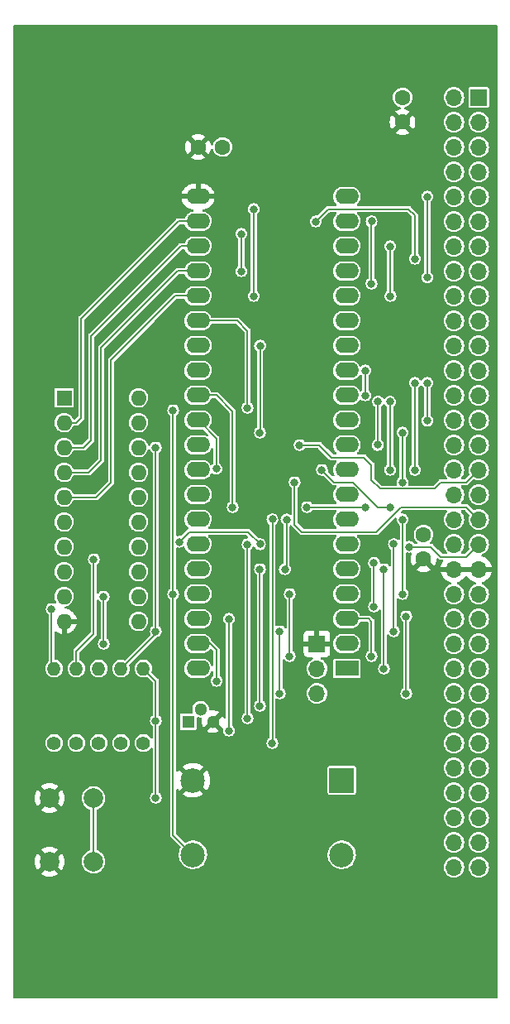
<source format=gbl>
G04 #@! TF.GenerationSoftware,KiCad,Pcbnew,(6.0.1)*
G04 #@! TF.CreationDate,2022-09-12T22:03:41-04:00*
G04 #@! TF.ProjectId,LB-65CXX-01,4c422d36-3543-4585-982d-30312e6b6963,1*
G04 #@! TF.SameCoordinates,Original*
G04 #@! TF.FileFunction,Copper,L2,Bot*
G04 #@! TF.FilePolarity,Positive*
%FSLAX46Y46*%
G04 Gerber Fmt 4.6, Leading zero omitted, Abs format (unit mm)*
G04 Created by KiCad (PCBNEW (6.0.1)) date 2022-09-12 22:03:41*
%MOMM*%
%LPD*%
G01*
G04 APERTURE LIST*
G04 #@! TA.AperFunction,ComponentPad*
%ADD10R,1.300000X1.300000*%
G04 #@! TD*
G04 #@! TA.AperFunction,ComponentPad*
%ADD11C,1.300000*%
G04 #@! TD*
G04 #@! TA.AperFunction,ComponentPad*
%ADD12R,1.700000X1.700000*%
G04 #@! TD*
G04 #@! TA.AperFunction,ComponentPad*
%ADD13O,1.700000X1.700000*%
G04 #@! TD*
G04 #@! TA.AperFunction,ComponentPad*
%ADD14R,2.400000X1.600000*%
G04 #@! TD*
G04 #@! TA.AperFunction,ComponentPad*
%ADD15O,2.400000X1.600000*%
G04 #@! TD*
G04 #@! TA.AperFunction,ComponentPad*
%ADD16C,1.400000*%
G04 #@! TD*
G04 #@! TA.AperFunction,ComponentPad*
%ADD17O,1.400000X1.400000*%
G04 #@! TD*
G04 #@! TA.AperFunction,ComponentPad*
%ADD18R,1.600000X1.600000*%
G04 #@! TD*
G04 #@! TA.AperFunction,ComponentPad*
%ADD19O,1.600000X1.600000*%
G04 #@! TD*
G04 #@! TA.AperFunction,ComponentPad*
%ADD20C,1.600000*%
G04 #@! TD*
G04 #@! TA.AperFunction,ComponentPad*
%ADD21R,2.500000X2.500000*%
G04 #@! TD*
G04 #@! TA.AperFunction,ComponentPad*
%ADD22C,2.500000*%
G04 #@! TD*
G04 #@! TA.AperFunction,ComponentPad*
%ADD23C,2.000000*%
G04 #@! TD*
G04 #@! TA.AperFunction,ViaPad*
%ADD24C,0.800000*%
G04 #@! TD*
G04 #@! TA.AperFunction,Conductor*
%ADD25C,0.203200*%
G04 #@! TD*
G04 APERTURE END LIST*
D10*
X150130000Y-118470000D03*
D11*
X151400000Y-117200000D03*
X152670000Y-118470000D03*
D12*
X163322000Y-110505000D03*
D13*
X163322000Y-113045000D03*
X163322000Y-115585000D03*
D12*
X179890000Y-54615000D03*
D13*
X177350000Y-54615000D03*
X179890000Y-57155000D03*
X177350000Y-57155000D03*
X179890000Y-59695000D03*
X177350000Y-59695000D03*
X179890000Y-62235000D03*
X177350000Y-62235000D03*
X179890000Y-64775000D03*
X177350000Y-64775000D03*
X179890000Y-67315000D03*
X177350000Y-67315000D03*
X179890000Y-69855000D03*
X177350000Y-69855000D03*
X179890000Y-72395000D03*
X177350000Y-72395000D03*
X179890000Y-74935000D03*
X177350000Y-74935000D03*
X179890000Y-77475000D03*
X177350000Y-77475000D03*
X179890000Y-80015000D03*
X177350000Y-80015000D03*
X179890000Y-82555000D03*
X177350000Y-82555000D03*
X179890000Y-85095000D03*
X177350000Y-85095000D03*
X179890000Y-87635000D03*
X177350000Y-87635000D03*
X179890000Y-90175000D03*
X177350000Y-90175000D03*
X179890000Y-92715000D03*
X177350000Y-92715000D03*
X179890000Y-95255000D03*
X177350000Y-95255000D03*
X179890000Y-97795000D03*
X177350000Y-97795000D03*
X179890000Y-100335000D03*
X177350000Y-100335000D03*
X179890000Y-102875000D03*
X177350000Y-102875000D03*
X179890000Y-105415000D03*
X177350000Y-105415000D03*
X179890000Y-107955000D03*
X177350000Y-107955000D03*
X179890000Y-110495000D03*
X177350000Y-110495000D03*
X179890000Y-113035000D03*
X177350000Y-113035000D03*
X179890000Y-115575000D03*
X177350000Y-115575000D03*
X179890000Y-118115000D03*
X177350000Y-118115000D03*
X179890000Y-120655000D03*
X177350000Y-120655000D03*
X179890000Y-123195000D03*
X177350000Y-123195000D03*
X179890000Y-125735000D03*
X177350000Y-125735000D03*
X179890000Y-128275000D03*
X177350000Y-128275000D03*
X179890000Y-130815000D03*
X177350000Y-130815000D03*
X179890000Y-133355000D03*
X177350000Y-133355000D03*
D14*
X166375000Y-113025000D03*
D15*
X166375000Y-110485000D03*
X166375000Y-107945000D03*
X166375000Y-105405000D03*
X166375000Y-102865000D03*
X166375000Y-100325000D03*
X166375000Y-97785000D03*
X166375000Y-95245000D03*
X166375000Y-92705000D03*
X166375000Y-90165000D03*
X166375000Y-87625000D03*
X166375000Y-85085000D03*
X166375000Y-82545000D03*
X166375000Y-80005000D03*
X166375000Y-77465000D03*
X166375000Y-74925000D03*
X166375000Y-72385000D03*
X166375000Y-69845000D03*
X166375000Y-67305000D03*
X166375000Y-64765000D03*
X151135000Y-64765000D03*
X151135000Y-67305000D03*
X151135000Y-69845000D03*
X151135000Y-72385000D03*
X151135000Y-74925000D03*
X151135000Y-77465000D03*
X151135000Y-80005000D03*
X151135000Y-82545000D03*
X151135000Y-85085000D03*
X151135000Y-87625000D03*
X151135000Y-90165000D03*
X151135000Y-92705000D03*
X151135000Y-95245000D03*
X151135000Y-97785000D03*
X151135000Y-100325000D03*
X151135000Y-102865000D03*
X151135000Y-105405000D03*
X151135000Y-107945000D03*
X151135000Y-110485000D03*
X151135000Y-113025000D03*
D16*
X145542000Y-120650000D03*
D17*
X145542000Y-113030000D03*
D16*
X140970000Y-120650000D03*
D17*
X140970000Y-113030000D03*
D16*
X136398000Y-120650000D03*
D17*
X136398000Y-113030000D03*
D16*
X143256000Y-120650000D03*
D17*
X143256000Y-113030000D03*
D18*
X137424000Y-85349000D03*
D19*
X137424000Y-87889000D03*
X137424000Y-90429000D03*
X137424000Y-92969000D03*
X137424000Y-95509000D03*
X137424000Y-98049000D03*
X137424000Y-100589000D03*
X137424000Y-103129000D03*
X137424000Y-105669000D03*
X137424000Y-108209000D03*
X145044000Y-108209000D03*
X145044000Y-105669000D03*
X145044000Y-103129000D03*
X145044000Y-100589000D03*
X145044000Y-98049000D03*
X145044000Y-95509000D03*
X145044000Y-92969000D03*
X145044000Y-90429000D03*
X145044000Y-87889000D03*
X145044000Y-85349000D03*
D20*
X151150000Y-59690000D03*
X153650000Y-59690000D03*
D21*
X165862000Y-124460000D03*
D22*
X150622000Y-124460000D03*
X150622000Y-132080000D03*
X165862000Y-132080000D03*
D20*
X172085000Y-57130000D03*
X172085000Y-54630000D03*
D23*
X135926000Y-132790000D03*
X135926000Y-126290000D03*
X140426000Y-132790000D03*
X140426000Y-126290000D03*
D16*
X138684000Y-120650000D03*
D17*
X138684000Y-113030000D03*
D20*
X174244000Y-101834000D03*
X174244000Y-99334000D03*
D24*
X146812000Y-118364000D03*
X172466000Y-115570000D03*
X172466000Y-107696000D03*
X159512000Y-115570000D03*
X174625000Y-64770000D03*
X174625000Y-73006500D03*
X173355000Y-71120000D03*
X163195000Y-67310000D03*
X155575000Y-72390000D03*
X155575000Y-68580000D03*
X156845000Y-74930000D03*
X156845000Y-66040000D03*
X168275000Y-96520000D03*
X162306000Y-96520000D03*
X154686000Y-96520000D03*
X170815000Y-96520000D03*
X153016500Y-92601500D03*
X163830000Y-92710000D03*
X173350000Y-92715000D03*
X173355000Y-83820000D03*
X157498500Y-80010000D03*
X157480000Y-88900000D03*
X170815000Y-85748500D03*
X170815000Y-92710000D03*
X169550000Y-90165000D03*
X169582000Y-85725000D03*
X161544000Y-90170000D03*
X174625000Y-83820000D03*
X174625000Y-87667011D03*
X156210000Y-86360000D03*
X168275000Y-82550000D03*
X168275000Y-85090000D03*
X172085000Y-93980000D03*
X172085000Y-88900000D03*
X170852000Y-74930000D03*
X170815000Y-69850000D03*
X168910000Y-73660000D03*
X168915000Y-67305000D03*
X148590000Y-86614000D03*
X148590000Y-105410000D03*
X157480000Y-116840000D03*
X157480000Y-102870000D03*
X146812000Y-126238000D03*
X172103500Y-105410000D03*
X160038500Y-102870000D03*
X160209903Y-97790000D03*
X172085000Y-97790000D03*
X160528000Y-111760000D03*
X160528000Y-105410000D03*
X140462000Y-101854000D03*
X157485000Y-100325000D03*
X149243500Y-100076000D03*
X171196000Y-100325000D03*
X171196000Y-109220000D03*
X168910000Y-111760000D03*
X153035000Y-114300000D03*
X141473000Y-105669000D03*
X141478000Y-110490000D03*
X146812000Y-109220000D03*
X146812000Y-90424000D03*
X159512000Y-109220000D03*
X156210000Y-100330000D03*
X156210000Y-118110000D03*
X158755000Y-97785000D03*
X158750000Y-120650000D03*
X170180000Y-113030000D03*
X170180000Y-102870000D03*
X161036000Y-93980000D03*
X172757000Y-100584000D03*
X169164000Y-106680000D03*
X169164000Y-102211500D03*
X154305000Y-119380000D03*
X154305000Y-107950000D03*
X136144000Y-106934000D03*
D25*
X146812000Y-118364000D02*
X146812000Y-114300000D01*
X146812000Y-126238000D02*
X146812000Y-118364000D01*
X172466000Y-107696000D02*
X172466000Y-115570000D01*
X159512000Y-109220000D02*
X159512000Y-115570000D01*
X174625000Y-73006500D02*
X174625000Y-64770000D01*
X164465000Y-66040000D02*
X163195000Y-67310000D01*
X137424000Y-87889000D02*
X138679000Y-87889000D01*
X138679000Y-87889000D02*
X139192000Y-87376000D01*
X172720000Y-66040000D02*
X164465000Y-66040000D01*
X173355000Y-71120000D02*
X173355000Y-66675000D01*
X149103000Y-67305000D02*
X151135000Y-67305000D01*
X139192000Y-77216000D02*
X149103000Y-67305000D01*
X139192000Y-87376000D02*
X139192000Y-77216000D01*
X173355000Y-66675000D02*
X172720000Y-66040000D01*
X140208000Y-89662000D02*
X140208000Y-78994000D01*
X139441000Y-90429000D02*
X140208000Y-89662000D01*
X137424000Y-90429000D02*
X139441000Y-90429000D01*
X140208000Y-78994000D02*
X149357000Y-69845000D01*
X151135000Y-69845000D02*
X149357000Y-69845000D01*
X141219000Y-91699000D02*
X141219000Y-80259000D01*
X155575000Y-68580000D02*
X155575000Y-72390000D01*
X149093000Y-72385000D02*
X151135000Y-72385000D01*
X139949000Y-92969000D02*
X141219000Y-91699000D01*
X141219000Y-80259000D02*
X149093000Y-72385000D01*
X137424000Y-92969000D02*
X139949000Y-92969000D01*
X142235000Y-81529000D02*
X148839000Y-74925000D01*
X142235000Y-93985000D02*
X142235000Y-81529000D01*
X137424000Y-95509000D02*
X140711000Y-95509000D01*
X140711000Y-95509000D02*
X142235000Y-93985000D01*
X156845000Y-66040000D02*
X156845000Y-74930000D01*
X148839000Y-74925000D02*
X151135000Y-74925000D01*
X151135000Y-85085000D02*
X153030000Y-85085000D01*
X162306000Y-96520000D02*
X168275000Y-96520000D01*
X154686000Y-96520000D02*
X154686000Y-86741000D01*
X153030000Y-85085000D02*
X154686000Y-86741000D01*
X165100000Y-93980000D02*
X163830000Y-92710000D01*
X170815000Y-96520000D02*
X169545000Y-96520000D01*
X167005000Y-93980000D02*
X165100000Y-93980000D01*
X153016500Y-89506500D02*
X151135000Y-87625000D01*
X169545000Y-96520000D02*
X167005000Y-93980000D01*
X153016500Y-92601500D02*
X153016500Y-89506500D01*
X173350000Y-92715000D02*
X173355000Y-92710000D01*
X173355000Y-92710000D02*
X173355000Y-83820000D01*
X157498500Y-80010000D02*
X157498500Y-88881500D01*
X157498500Y-88881500D02*
X157480000Y-88900000D01*
X170815000Y-92710000D02*
X170815000Y-85748500D01*
X169582000Y-90133000D02*
X169550000Y-90165000D01*
X169582000Y-85725000D02*
X169582000Y-90133000D01*
X176022000Y-93980000D02*
X178625000Y-93980000D01*
X168910000Y-93726000D02*
X169817511Y-94633511D01*
X164846000Y-91440000D02*
X168148000Y-91440000D01*
X163576000Y-90170000D02*
X164846000Y-91440000D01*
X168910000Y-92202000D02*
X168910000Y-93726000D01*
X161544000Y-90170000D02*
X163576000Y-90170000D01*
X175368489Y-94633511D02*
X176022000Y-93980000D01*
X178625000Y-93980000D02*
X179890000Y-92715000D01*
X169817511Y-94633511D02*
X175368489Y-94633511D01*
X168148000Y-91440000D02*
X168910000Y-92202000D01*
X174625000Y-83820000D02*
X174625000Y-87667011D01*
X156210000Y-78486000D02*
X156210000Y-86360000D01*
X151135000Y-77465000D02*
X155189000Y-77465000D01*
X155189000Y-77465000D02*
X156210000Y-78486000D01*
X168275000Y-85090000D02*
X168275000Y-82550000D01*
X172085000Y-93980000D02*
X172085000Y-88900000D01*
X170815000Y-74893000D02*
X170852000Y-74930000D01*
X170815000Y-69850000D02*
X170815000Y-74893000D01*
X168910000Y-73660000D02*
X168910000Y-67310000D01*
X168910000Y-67310000D02*
X168915000Y-67305000D01*
X148590000Y-105410000D02*
X148590000Y-86614000D01*
X148590000Y-130048000D02*
X150622000Y-132080000D01*
X148590000Y-105410000D02*
X148590000Y-130048000D01*
X157480000Y-102870000D02*
X157480000Y-116840000D01*
X146812000Y-114300000D02*
X145542000Y-113030000D01*
X140426000Y-132790000D02*
X140426000Y-126290000D01*
X160145806Y-102870000D02*
X160038500Y-102870000D01*
X160209903Y-102805903D02*
X160145806Y-102870000D01*
X172103500Y-97808500D02*
X172085000Y-97790000D01*
X160209903Y-97790000D02*
X160209903Y-102805903D01*
X172103500Y-105410000D02*
X172103500Y-97808500D01*
X160528000Y-111760000D02*
X160528000Y-105410000D01*
X150259500Y-99060000D02*
X149243500Y-100076000D01*
X138684000Y-111252000D02*
X140462000Y-109474000D01*
X156220000Y-99060000D02*
X150259500Y-99060000D01*
X140462000Y-101854000D02*
X140462000Y-109474000D01*
X157485000Y-100325000D02*
X156220000Y-99060000D01*
X171196000Y-109220000D02*
X171196000Y-100330000D01*
X138684000Y-113030000D02*
X138684000Y-111252000D01*
X166375000Y-107945000D02*
X168651000Y-107945000D01*
X168910000Y-111760000D02*
X168910000Y-108204000D01*
X168910000Y-108204000D02*
X168651000Y-107945000D01*
X152395000Y-110485000D02*
X151135000Y-110485000D01*
X153035000Y-114300000D02*
X153035000Y-111125000D01*
X141473000Y-110485000D02*
X141478000Y-110490000D01*
X141473000Y-105669000D02*
X141473000Y-110485000D01*
X153035000Y-111125000D02*
X152395000Y-110485000D01*
X146812000Y-90424000D02*
X146812000Y-109220000D01*
X146812000Y-109474000D02*
X146812000Y-109220000D01*
X143256000Y-113030000D02*
X146812000Y-109474000D01*
X156210000Y-118110000D02*
X156210000Y-100330000D01*
X158755000Y-120645000D02*
X158750000Y-120650000D01*
X158755000Y-97785000D02*
X158755000Y-120645000D01*
X170180000Y-113030000D02*
X170180000Y-102870000D01*
X161798000Y-99060000D02*
X169418000Y-99060000D01*
X178615000Y-96520000D02*
X179890000Y-97795000D01*
X161036000Y-93980000D02*
X161036000Y-98298000D01*
X169418000Y-99060000D02*
X171958000Y-96520000D01*
X161036000Y-98298000D02*
X161798000Y-99060000D01*
X171958000Y-96520000D02*
X178615000Y-96520000D01*
X179890000Y-100335000D02*
X178625000Y-101600000D01*
X178625000Y-101600000D02*
X176022000Y-101600000D01*
X175006000Y-100584000D02*
X176022000Y-101600000D01*
X175006000Y-100584000D02*
X172757000Y-100584000D01*
X169164000Y-102211500D02*
X169164000Y-106680000D01*
X136144000Y-106934000D02*
X136144000Y-112776000D01*
X154305000Y-119380000D02*
X154305000Y-107950000D01*
G04 #@! TA.AperFunction,Conductor*
G36*
X181738921Y-47223202D02*
G01*
X181785414Y-47276858D01*
X181796800Y-47329200D01*
X181796800Y-146670800D01*
X181776798Y-146738921D01*
X181723142Y-146785414D01*
X181670800Y-146796800D01*
X132329200Y-146796800D01*
X132261079Y-146776798D01*
X132214586Y-146723142D01*
X132203200Y-146670800D01*
X132203200Y-134022670D01*
X135058160Y-134022670D01*
X135063887Y-134030320D01*
X135235042Y-134135205D01*
X135243837Y-134139687D01*
X135453988Y-134226734D01*
X135463373Y-134229783D01*
X135684554Y-134282885D01*
X135694301Y-134284428D01*
X135921070Y-134302275D01*
X135930930Y-134302275D01*
X136157699Y-134284428D01*
X136167446Y-134282885D01*
X136388627Y-134229783D01*
X136398012Y-134226734D01*
X136608163Y-134139687D01*
X136616958Y-134135205D01*
X136784445Y-134032568D01*
X136793907Y-134022110D01*
X136790124Y-134013334D01*
X135938812Y-133162022D01*
X135924868Y-133154408D01*
X135923035Y-133154539D01*
X135916420Y-133158790D01*
X135064920Y-134010290D01*
X135058160Y-134022670D01*
X132203200Y-134022670D01*
X132203200Y-132794930D01*
X134413725Y-132794930D01*
X134431572Y-133021699D01*
X134433115Y-133031446D01*
X134486217Y-133252627D01*
X134489266Y-133262012D01*
X134576313Y-133472163D01*
X134580795Y-133480958D01*
X134683432Y-133648445D01*
X134693890Y-133657907D01*
X134702666Y-133654124D01*
X135553978Y-132802812D01*
X135560356Y-132791132D01*
X136290408Y-132791132D01*
X136290539Y-132792965D01*
X136294790Y-132799580D01*
X137146290Y-133651080D01*
X137158670Y-133657840D01*
X137166320Y-133652113D01*
X137271205Y-133480958D01*
X137275687Y-133472163D01*
X137362734Y-133262012D01*
X137365783Y-133252627D01*
X137418885Y-133031446D01*
X137420428Y-133021699D01*
X137438275Y-132794930D01*
X137438275Y-132785070D01*
X137436173Y-132758356D01*
X139217557Y-132758356D01*
X139232026Y-132979107D01*
X139286481Y-133193525D01*
X139379099Y-133394428D01*
X139382432Y-133399144D01*
X139481975Y-133539994D01*
X139506778Y-133575090D01*
X139665242Y-133729458D01*
X139849183Y-133852364D01*
X139854486Y-133854642D01*
X139854489Y-133854644D01*
X140047136Y-133937411D01*
X140052443Y-133939691D01*
X140142049Y-133959967D01*
X140262576Y-133987240D01*
X140262579Y-133987240D01*
X140268212Y-133988515D01*
X140273983Y-133988742D01*
X140273985Y-133988742D01*
X140342461Y-133991432D01*
X140489267Y-133997200D01*
X140598734Y-133981328D01*
X140702488Y-133966285D01*
X140702493Y-133966284D01*
X140708202Y-133965456D01*
X140713666Y-133963601D01*
X140713671Y-133963600D01*
X140912218Y-133896202D01*
X140917686Y-133894346D01*
X141110704Y-133786251D01*
X141175131Y-133732668D01*
X141276353Y-133648482D01*
X141280791Y-133644791D01*
X141396788Y-133505320D01*
X141418560Y-133479142D01*
X141422251Y-133474704D01*
X141530346Y-133281686D01*
X141558492Y-133198771D01*
X141599600Y-133077671D01*
X141599601Y-133077666D01*
X141601456Y-133072202D01*
X141602284Y-133066493D01*
X141602285Y-133066488D01*
X141632667Y-132856941D01*
X141633200Y-132853267D01*
X141634857Y-132790000D01*
X141614615Y-132569703D01*
X141554565Y-132356784D01*
X141542791Y-132332907D01*
X141459275Y-132163555D01*
X141456720Y-132158374D01*
X141324356Y-131981117D01*
X141182329Y-131849828D01*
X141166151Y-131834873D01*
X141161906Y-131830949D01*
X141077848Y-131777913D01*
X140979694Y-131715982D01*
X140979689Y-131715980D01*
X140974810Y-131712901D01*
X140810609Y-131647391D01*
X140754751Y-131603571D01*
X140731300Y-131530362D01*
X140731300Y-127547905D01*
X140751302Y-127479784D01*
X140804958Y-127433291D01*
X140816795Y-127428594D01*
X140917686Y-127394346D01*
X141110704Y-127286251D01*
X141175131Y-127232668D01*
X141276353Y-127148482D01*
X141280791Y-127144791D01*
X141422251Y-126974704D01*
X141530346Y-126781686D01*
X141551501Y-126719366D01*
X141599600Y-126577671D01*
X141599601Y-126577666D01*
X141601456Y-126572202D01*
X141602284Y-126566493D01*
X141602285Y-126566488D01*
X141627062Y-126395597D01*
X141633200Y-126353267D01*
X141634857Y-126290000D01*
X141620178Y-126130247D01*
X141615144Y-126075457D01*
X141615143Y-126075454D01*
X141614615Y-126069703D01*
X141578366Y-125941176D01*
X141556133Y-125862343D01*
X141556132Y-125862341D01*
X141554565Y-125856784D01*
X141542791Y-125832907D01*
X141459275Y-125663555D01*
X141456720Y-125658374D01*
X141324356Y-125481117D01*
X141161906Y-125330949D01*
X141077848Y-125277913D01*
X140979694Y-125215982D01*
X140979689Y-125215980D01*
X140974810Y-125212901D01*
X140769334Y-125130924D01*
X140763674Y-125129798D01*
X140763670Y-125129797D01*
X140558027Y-125088892D01*
X140558024Y-125088892D01*
X140552360Y-125087765D01*
X140546585Y-125087689D01*
X140546581Y-125087689D01*
X140435855Y-125086240D01*
X140331154Y-125084870D01*
X140325457Y-125085849D01*
X140325456Y-125085849D01*
X140118815Y-125121356D01*
X140118812Y-125121357D01*
X140113125Y-125122334D01*
X139905574Y-125198903D01*
X139885643Y-125210761D01*
X139720420Y-125309058D01*
X139720417Y-125309060D01*
X139715452Y-125312014D01*
X139549126Y-125457878D01*
X139545551Y-125462413D01*
X139545550Y-125462414D01*
X139508832Y-125508991D01*
X139412167Y-125631609D01*
X139309162Y-125827390D01*
X139307449Y-125832907D01*
X139247621Y-126025583D01*
X139243559Y-126038664D01*
X139217557Y-126258356D01*
X139232026Y-126479107D01*
X139286481Y-126693525D01*
X139379099Y-126894428D01*
X139382432Y-126899144D01*
X139434037Y-126972163D01*
X139506778Y-127075090D01*
X139665242Y-127229458D01*
X139670046Y-127232668D01*
X139680495Y-127239650D01*
X139849183Y-127352364D01*
X139854486Y-127354642D01*
X139854489Y-127354644D01*
X140044438Y-127436252D01*
X140099131Y-127481520D01*
X140120700Y-127552020D01*
X140120700Y-131531722D01*
X140100698Y-131599843D01*
X140047042Y-131646336D01*
X140038311Y-131649934D01*
X139905574Y-131698903D01*
X139888648Y-131708973D01*
X139720420Y-131809058D01*
X139720417Y-131809060D01*
X139715452Y-131812014D01*
X139549126Y-131957878D01*
X139545551Y-131962413D01*
X139545550Y-131962414D01*
X139450200Y-132083365D01*
X139412167Y-132131609D01*
X139309162Y-132327390D01*
X139307449Y-132332907D01*
X139249047Y-132520991D01*
X139243559Y-132538664D01*
X139217557Y-132758356D01*
X137436173Y-132758356D01*
X137420428Y-132558301D01*
X137418885Y-132548554D01*
X137365783Y-132327373D01*
X137362734Y-132317988D01*
X137275687Y-132107837D01*
X137271205Y-132099042D01*
X137168568Y-131931555D01*
X137158110Y-131922093D01*
X137149334Y-131925876D01*
X136298022Y-132777188D01*
X136290408Y-132791132D01*
X135560356Y-132791132D01*
X135561592Y-132788868D01*
X135561461Y-132787035D01*
X135557210Y-132780420D01*
X134705710Y-131928920D01*
X134693330Y-131922160D01*
X134685680Y-131927887D01*
X134580795Y-132099042D01*
X134576313Y-132107837D01*
X134489266Y-132317988D01*
X134486217Y-132327373D01*
X134433115Y-132548554D01*
X134431572Y-132558301D01*
X134413725Y-132785070D01*
X134413725Y-132794930D01*
X132203200Y-132794930D01*
X132203200Y-131557890D01*
X135058093Y-131557890D01*
X135061876Y-131566666D01*
X135913188Y-132417978D01*
X135927132Y-132425592D01*
X135928965Y-132425461D01*
X135935580Y-132421210D01*
X136787080Y-131569710D01*
X136793840Y-131557330D01*
X136788113Y-131549680D01*
X136616958Y-131444795D01*
X136608163Y-131440313D01*
X136398012Y-131353266D01*
X136388627Y-131350217D01*
X136167446Y-131297115D01*
X136157699Y-131295572D01*
X135930930Y-131277725D01*
X135921070Y-131277725D01*
X135694301Y-131295572D01*
X135684554Y-131297115D01*
X135463373Y-131350217D01*
X135453988Y-131353266D01*
X135243837Y-131440313D01*
X135235042Y-131444795D01*
X135067555Y-131547432D01*
X135058093Y-131557890D01*
X132203200Y-131557890D01*
X132203200Y-127522670D01*
X135058160Y-127522670D01*
X135063887Y-127530320D01*
X135235042Y-127635205D01*
X135243837Y-127639687D01*
X135453988Y-127726734D01*
X135463373Y-127729783D01*
X135684554Y-127782885D01*
X135694301Y-127784428D01*
X135921070Y-127802275D01*
X135930930Y-127802275D01*
X136157699Y-127784428D01*
X136167446Y-127782885D01*
X136388627Y-127729783D01*
X136398012Y-127726734D01*
X136608163Y-127639687D01*
X136616958Y-127635205D01*
X136784445Y-127532568D01*
X136793907Y-127522110D01*
X136790124Y-127513334D01*
X135938812Y-126662022D01*
X135924868Y-126654408D01*
X135923035Y-126654539D01*
X135916420Y-126658790D01*
X135064920Y-127510290D01*
X135058160Y-127522670D01*
X132203200Y-127522670D01*
X132203200Y-126294930D01*
X134413725Y-126294930D01*
X134431572Y-126521699D01*
X134433115Y-126531446D01*
X134486217Y-126752627D01*
X134489266Y-126762012D01*
X134576313Y-126972163D01*
X134580795Y-126980958D01*
X134683432Y-127148445D01*
X134693890Y-127157907D01*
X134702666Y-127154124D01*
X135553978Y-126302812D01*
X135560356Y-126291132D01*
X136290408Y-126291132D01*
X136290539Y-126292965D01*
X136294790Y-126299580D01*
X137146290Y-127151080D01*
X137158670Y-127157840D01*
X137166320Y-127152113D01*
X137271205Y-126980958D01*
X137275687Y-126972163D01*
X137362734Y-126762012D01*
X137365783Y-126752627D01*
X137418885Y-126531446D01*
X137420428Y-126521699D01*
X137438275Y-126294930D01*
X137438275Y-126285070D01*
X137420428Y-126058301D01*
X137418885Y-126048554D01*
X137365783Y-125827373D01*
X137362734Y-125817988D01*
X137275687Y-125607837D01*
X137271205Y-125599042D01*
X137168568Y-125431555D01*
X137158110Y-125422093D01*
X137149334Y-125425876D01*
X136298022Y-126277188D01*
X136290408Y-126291132D01*
X135560356Y-126291132D01*
X135561592Y-126288868D01*
X135561461Y-126287035D01*
X135557210Y-126280420D01*
X134705710Y-125428920D01*
X134693330Y-125422160D01*
X134685680Y-125427887D01*
X134580795Y-125599042D01*
X134576313Y-125607837D01*
X134489266Y-125817988D01*
X134486217Y-125827373D01*
X134433115Y-126048554D01*
X134431572Y-126058301D01*
X134413725Y-126285070D01*
X134413725Y-126294930D01*
X132203200Y-126294930D01*
X132203200Y-125057890D01*
X135058093Y-125057890D01*
X135061876Y-125066666D01*
X135913188Y-125917978D01*
X135927132Y-125925592D01*
X135928965Y-125925461D01*
X135935580Y-125921210D01*
X136787080Y-125069710D01*
X136793840Y-125057330D01*
X136788113Y-125049680D01*
X136616958Y-124944795D01*
X136608163Y-124940313D01*
X136398012Y-124853266D01*
X136388627Y-124850217D01*
X136167446Y-124797115D01*
X136157699Y-124795572D01*
X135930930Y-124777725D01*
X135921070Y-124777725D01*
X135694301Y-124795572D01*
X135684554Y-124797115D01*
X135463373Y-124850217D01*
X135453988Y-124853266D01*
X135243837Y-124940313D01*
X135235042Y-124944795D01*
X135067555Y-125047432D01*
X135058093Y-125057890D01*
X132203200Y-125057890D01*
X132203200Y-120650000D01*
X135489322Y-120650000D01*
X135509179Y-120838925D01*
X135511219Y-120845203D01*
X135511219Y-120845204D01*
X135525636Y-120889575D01*
X135567881Y-121019593D01*
X135662864Y-121184108D01*
X135667282Y-121189015D01*
X135667283Y-121189016D01*
X135735993Y-121265325D01*
X135789976Y-121325279D01*
X135795315Y-121329158D01*
X135885248Y-121394498D01*
X135943661Y-121436938D01*
X135949689Y-121439622D01*
X135949691Y-121439623D01*
X136111172Y-121511519D01*
X136117203Y-121514204D01*
X136179455Y-121527436D01*
X136296560Y-121552328D01*
X136296564Y-121552328D01*
X136303017Y-121553700D01*
X136492983Y-121553700D01*
X136499436Y-121552328D01*
X136499440Y-121552328D01*
X136616545Y-121527436D01*
X136678797Y-121514204D01*
X136684828Y-121511519D01*
X136846309Y-121439623D01*
X136846311Y-121439622D01*
X136852339Y-121436938D01*
X136910753Y-121394498D01*
X137000685Y-121329158D01*
X137006024Y-121325279D01*
X137060008Y-121265325D01*
X137128717Y-121189016D01*
X137128718Y-121189015D01*
X137133136Y-121184108D01*
X137228119Y-121019593D01*
X137270364Y-120889575D01*
X137284781Y-120845204D01*
X137284781Y-120845203D01*
X137286821Y-120838925D01*
X137306678Y-120650000D01*
X137775322Y-120650000D01*
X137795179Y-120838925D01*
X137797219Y-120845203D01*
X137797219Y-120845204D01*
X137811636Y-120889575D01*
X137853881Y-121019593D01*
X137948864Y-121184108D01*
X137953282Y-121189015D01*
X137953283Y-121189016D01*
X138021993Y-121265325D01*
X138075976Y-121325279D01*
X138081315Y-121329158D01*
X138171248Y-121394498D01*
X138229661Y-121436938D01*
X138235689Y-121439622D01*
X138235691Y-121439623D01*
X138397172Y-121511519D01*
X138403203Y-121514204D01*
X138465455Y-121527436D01*
X138582560Y-121552328D01*
X138582564Y-121552328D01*
X138589017Y-121553700D01*
X138778983Y-121553700D01*
X138785436Y-121552328D01*
X138785440Y-121552328D01*
X138902545Y-121527436D01*
X138964797Y-121514204D01*
X138970828Y-121511519D01*
X139132309Y-121439623D01*
X139132311Y-121439622D01*
X139138339Y-121436938D01*
X139196753Y-121394498D01*
X139286685Y-121329158D01*
X139292024Y-121325279D01*
X139346008Y-121265325D01*
X139414717Y-121189016D01*
X139414718Y-121189015D01*
X139419136Y-121184108D01*
X139514119Y-121019593D01*
X139556364Y-120889575D01*
X139570781Y-120845204D01*
X139570781Y-120845203D01*
X139572821Y-120838925D01*
X139592678Y-120650000D01*
X140061322Y-120650000D01*
X140081179Y-120838925D01*
X140083219Y-120845203D01*
X140083219Y-120845204D01*
X140097636Y-120889575D01*
X140139881Y-121019593D01*
X140234864Y-121184108D01*
X140239282Y-121189015D01*
X140239283Y-121189016D01*
X140307993Y-121265325D01*
X140361976Y-121325279D01*
X140367315Y-121329158D01*
X140457248Y-121394498D01*
X140515661Y-121436938D01*
X140521689Y-121439622D01*
X140521691Y-121439623D01*
X140683172Y-121511519D01*
X140689203Y-121514204D01*
X140751455Y-121527436D01*
X140868560Y-121552328D01*
X140868564Y-121552328D01*
X140875017Y-121553700D01*
X141064983Y-121553700D01*
X141071436Y-121552328D01*
X141071440Y-121552328D01*
X141188545Y-121527436D01*
X141250797Y-121514204D01*
X141256828Y-121511519D01*
X141418309Y-121439623D01*
X141418311Y-121439622D01*
X141424339Y-121436938D01*
X141482753Y-121394498D01*
X141572685Y-121329158D01*
X141578024Y-121325279D01*
X141632008Y-121265325D01*
X141700717Y-121189016D01*
X141700718Y-121189015D01*
X141705136Y-121184108D01*
X141800119Y-121019593D01*
X141842364Y-120889575D01*
X141856781Y-120845204D01*
X141856781Y-120845203D01*
X141858821Y-120838925D01*
X141878678Y-120650000D01*
X142347322Y-120650000D01*
X142367179Y-120838925D01*
X142369219Y-120845203D01*
X142369219Y-120845204D01*
X142383636Y-120889575D01*
X142425881Y-121019593D01*
X142520864Y-121184108D01*
X142525282Y-121189015D01*
X142525283Y-121189016D01*
X142593993Y-121265325D01*
X142647976Y-121325279D01*
X142653315Y-121329158D01*
X142743248Y-121394498D01*
X142801661Y-121436938D01*
X142807689Y-121439622D01*
X142807691Y-121439623D01*
X142969172Y-121511519D01*
X142975203Y-121514204D01*
X143037455Y-121527436D01*
X143154560Y-121552328D01*
X143154564Y-121552328D01*
X143161017Y-121553700D01*
X143350983Y-121553700D01*
X143357436Y-121552328D01*
X143357440Y-121552328D01*
X143474545Y-121527436D01*
X143536797Y-121514204D01*
X143542828Y-121511519D01*
X143704309Y-121439623D01*
X143704311Y-121439622D01*
X143710339Y-121436938D01*
X143768753Y-121394498D01*
X143858685Y-121329158D01*
X143864024Y-121325279D01*
X143918008Y-121265325D01*
X143986717Y-121189016D01*
X143986718Y-121189015D01*
X143991136Y-121184108D01*
X144086119Y-121019593D01*
X144128364Y-120889575D01*
X144142781Y-120845204D01*
X144142781Y-120845203D01*
X144144821Y-120838925D01*
X144164678Y-120650000D01*
X144633322Y-120650000D01*
X144653179Y-120838925D01*
X144655219Y-120845203D01*
X144655219Y-120845204D01*
X144669636Y-120889575D01*
X144711881Y-121019593D01*
X144806864Y-121184108D01*
X144811282Y-121189015D01*
X144811283Y-121189016D01*
X144879993Y-121265325D01*
X144933976Y-121325279D01*
X144939315Y-121329158D01*
X145029248Y-121394498D01*
X145087661Y-121436938D01*
X145093689Y-121439622D01*
X145093691Y-121439623D01*
X145255172Y-121511519D01*
X145261203Y-121514204D01*
X145323455Y-121527436D01*
X145440560Y-121552328D01*
X145440564Y-121552328D01*
X145447017Y-121553700D01*
X145636983Y-121553700D01*
X145643436Y-121552328D01*
X145643440Y-121552328D01*
X145760545Y-121527436D01*
X145822797Y-121514204D01*
X145828828Y-121511519D01*
X145990309Y-121439623D01*
X145990311Y-121439622D01*
X145996339Y-121436938D01*
X146054753Y-121394498D01*
X146144685Y-121329158D01*
X146150024Y-121325279D01*
X146204008Y-121265325D01*
X146272717Y-121189016D01*
X146272718Y-121189015D01*
X146277136Y-121184108D01*
X146279383Y-121180216D01*
X146334985Y-121137340D01*
X146405721Y-121131263D01*
X146468513Y-121164395D01*
X146503425Y-121226214D01*
X146506700Y-121254754D01*
X146506700Y-125649181D01*
X146486698Y-125717302D01*
X146457405Y-125749143D01*
X146381436Y-125807436D01*
X146376413Y-125813982D01*
X146351628Y-125846283D01*
X146284669Y-125933546D01*
X146223839Y-126080403D01*
X146203091Y-126238000D01*
X146223839Y-126395597D01*
X146284669Y-126542454D01*
X146289696Y-126549005D01*
X146353189Y-126631751D01*
X146381436Y-126668564D01*
X146507545Y-126765331D01*
X146575711Y-126793566D01*
X146646773Y-126823001D01*
X146646776Y-126823002D01*
X146654403Y-126826161D01*
X146812000Y-126846909D01*
X146820188Y-126845831D01*
X146961409Y-126827239D01*
X146969597Y-126826161D01*
X146977224Y-126823002D01*
X146977227Y-126823001D01*
X147048289Y-126793566D01*
X147116455Y-126765331D01*
X147242564Y-126668564D01*
X147270812Y-126631751D01*
X147334304Y-126549005D01*
X147339331Y-126542454D01*
X147400161Y-126395597D01*
X147420909Y-126238000D01*
X147400161Y-126080403D01*
X147339331Y-125933546D01*
X147272573Y-125846545D01*
X147247591Y-125813987D01*
X147247590Y-125813986D01*
X147242564Y-125807436D01*
X147166594Y-125749142D01*
X147124728Y-125691805D01*
X147117300Y-125649181D01*
X147117300Y-118952819D01*
X147137302Y-118884698D01*
X147166594Y-118852858D01*
X147242564Y-118794564D01*
X147339331Y-118668454D01*
X147392622Y-118539799D01*
X147397001Y-118529227D01*
X147397002Y-118529224D01*
X147400161Y-118521597D01*
X147420909Y-118364000D01*
X147400161Y-118206403D01*
X147339331Y-118059546D01*
X147242564Y-117933436D01*
X147166594Y-117875142D01*
X147124728Y-117817805D01*
X147117300Y-117775181D01*
X147117300Y-114353281D01*
X147117507Y-114350462D01*
X147119255Y-114345371D01*
X147117389Y-114295658D01*
X147117300Y-114290932D01*
X147117300Y-114271607D01*
X147116409Y-114266821D01*
X147116167Y-114263092D01*
X147115425Y-114243342D01*
X147114989Y-114231718D01*
X147110397Y-114221029D01*
X147109478Y-114216952D01*
X147105399Y-114203525D01*
X147103894Y-114199626D01*
X147101764Y-114188189D01*
X147088547Y-114166747D01*
X147080039Y-114150368D01*
X147073607Y-114135396D01*
X147073604Y-114135392D01*
X147070094Y-114127221D01*
X147066015Y-114122256D01*
X147063689Y-114119930D01*
X147063598Y-114119815D01*
X147061777Y-114117807D01*
X147061913Y-114117684D01*
X147054060Y-114107750D01*
X147048190Y-114101277D01*
X147042085Y-114091372D01*
X147019855Y-114074468D01*
X147007027Y-114063267D01*
X146419662Y-113475902D01*
X146385636Y-113413590D01*
X146388924Y-113347871D01*
X146393284Y-113334454D01*
X146425230Y-113236133D01*
X146428781Y-113225204D01*
X146428781Y-113225203D01*
X146430821Y-113218925D01*
X146450678Y-113030000D01*
X146430821Y-112841075D01*
X146424294Y-112820985D01*
X146374161Y-112666692D01*
X146372119Y-112660407D01*
X146358075Y-112636081D01*
X146280439Y-112501613D01*
X146277136Y-112495892D01*
X146239877Y-112454512D01*
X146154439Y-112359624D01*
X146154438Y-112359623D01*
X146150024Y-112354721D01*
X146045140Y-112278518D01*
X146001681Y-112246943D01*
X146001680Y-112246942D01*
X145996339Y-112243062D01*
X145990311Y-112240378D01*
X145990309Y-112240377D01*
X145828828Y-112168481D01*
X145828827Y-112168481D01*
X145822797Y-112165796D01*
X145727406Y-112145520D01*
X145643440Y-112127672D01*
X145643436Y-112127672D01*
X145636983Y-112126300D01*
X145447017Y-112126300D01*
X145440564Y-112127672D01*
X145440560Y-112127672D01*
X145356594Y-112145520D01*
X145261203Y-112165796D01*
X145255173Y-112168481D01*
X145255172Y-112168481D01*
X145093691Y-112240377D01*
X145093689Y-112240378D01*
X145087661Y-112243062D01*
X145082320Y-112246942D01*
X145082319Y-112246943D01*
X145038860Y-112278518D01*
X144933976Y-112354721D01*
X144929562Y-112359623D01*
X144929561Y-112359624D01*
X144844123Y-112454512D01*
X144806864Y-112495892D01*
X144803561Y-112501613D01*
X144725926Y-112636081D01*
X144711881Y-112660407D01*
X144709839Y-112666692D01*
X144659707Y-112820985D01*
X144653179Y-112841075D01*
X144633322Y-113030000D01*
X144653179Y-113218925D01*
X144655219Y-113225203D01*
X144655219Y-113225204D01*
X144669636Y-113269575D01*
X144711881Y-113399593D01*
X144715184Y-113405315D01*
X144715185Y-113405316D01*
X144755794Y-113475652D01*
X144806864Y-113564108D01*
X144811282Y-113569015D01*
X144811283Y-113569016D01*
X144893195Y-113659987D01*
X144933976Y-113705279D01*
X144939315Y-113709158D01*
X145037513Y-113780503D01*
X145087661Y-113816938D01*
X145093689Y-113819622D01*
X145093691Y-113819623D01*
X145255170Y-113891518D01*
X145261203Y-113894204D01*
X145337578Y-113910438D01*
X145440560Y-113932328D01*
X145440564Y-113932328D01*
X145447017Y-113933700D01*
X145636983Y-113933700D01*
X145643436Y-113932328D01*
X145643440Y-113932328D01*
X145746422Y-113910438D01*
X145822797Y-113894204D01*
X145828824Y-113891521D01*
X145828832Y-113891518D01*
X145848616Y-113882709D01*
X145918983Y-113873274D01*
X145983281Y-113903380D01*
X145988961Y-113908720D01*
X146469795Y-114389554D01*
X146503821Y-114451866D01*
X146506700Y-114478649D01*
X146506700Y-117775181D01*
X146486698Y-117843302D01*
X146457405Y-117875143D01*
X146381436Y-117933436D01*
X146284669Y-118059546D01*
X146223839Y-118206403D01*
X146203091Y-118364000D01*
X146223839Y-118521597D01*
X146226998Y-118529224D01*
X146226999Y-118529227D01*
X146231378Y-118539799D01*
X146284669Y-118668454D01*
X146381436Y-118794564D01*
X146457406Y-118852858D01*
X146499272Y-118910195D01*
X146506700Y-118952819D01*
X146506700Y-120045246D01*
X146486698Y-120113367D01*
X146433042Y-120159860D01*
X146362768Y-120169964D01*
X146298188Y-120140470D01*
X146279691Y-120120317D01*
X146277136Y-120115892D01*
X146234977Y-120069070D01*
X146154439Y-119979624D01*
X146154438Y-119979623D01*
X146150024Y-119974721D01*
X146045140Y-119898518D01*
X146001681Y-119866943D01*
X146001680Y-119866942D01*
X145996339Y-119863062D01*
X145990311Y-119860378D01*
X145990309Y-119860377D01*
X145828828Y-119788481D01*
X145828827Y-119788481D01*
X145822797Y-119785796D01*
X145729890Y-119766048D01*
X145643440Y-119747672D01*
X145643436Y-119747672D01*
X145636983Y-119746300D01*
X145447017Y-119746300D01*
X145440564Y-119747672D01*
X145440560Y-119747672D01*
X145354110Y-119766048D01*
X145261203Y-119785796D01*
X145255173Y-119788481D01*
X145255172Y-119788481D01*
X145093691Y-119860377D01*
X145093689Y-119860378D01*
X145087661Y-119863062D01*
X145082320Y-119866942D01*
X145082319Y-119866943D01*
X145038860Y-119898518D01*
X144933976Y-119974721D01*
X144929562Y-119979623D01*
X144929561Y-119979624D01*
X144849023Y-120069070D01*
X144806864Y-120115892D01*
X144803561Y-120121613D01*
X144733035Y-120243768D01*
X144711881Y-120280407D01*
X144709839Y-120286692D01*
X144659707Y-120440985D01*
X144653179Y-120461075D01*
X144633322Y-120650000D01*
X144164678Y-120650000D01*
X144144821Y-120461075D01*
X144138294Y-120440985D01*
X144088161Y-120286692D01*
X144086119Y-120280407D01*
X144064966Y-120243768D01*
X143994439Y-120121613D01*
X143991136Y-120115892D01*
X143948977Y-120069070D01*
X143868439Y-119979624D01*
X143868438Y-119979623D01*
X143864024Y-119974721D01*
X143759140Y-119898518D01*
X143715681Y-119866943D01*
X143715680Y-119866942D01*
X143710339Y-119863062D01*
X143704311Y-119860378D01*
X143704309Y-119860377D01*
X143542828Y-119788481D01*
X143542827Y-119788481D01*
X143536797Y-119785796D01*
X143443890Y-119766048D01*
X143357440Y-119747672D01*
X143357436Y-119747672D01*
X143350983Y-119746300D01*
X143161017Y-119746300D01*
X143154564Y-119747672D01*
X143154560Y-119747672D01*
X143068110Y-119766048D01*
X142975203Y-119785796D01*
X142969173Y-119788481D01*
X142969172Y-119788481D01*
X142807691Y-119860377D01*
X142807689Y-119860378D01*
X142801661Y-119863062D01*
X142796320Y-119866942D01*
X142796319Y-119866943D01*
X142752860Y-119898518D01*
X142647976Y-119974721D01*
X142643562Y-119979623D01*
X142643561Y-119979624D01*
X142563023Y-120069070D01*
X142520864Y-120115892D01*
X142517561Y-120121613D01*
X142447035Y-120243768D01*
X142425881Y-120280407D01*
X142423839Y-120286692D01*
X142373707Y-120440985D01*
X142367179Y-120461075D01*
X142347322Y-120650000D01*
X141878678Y-120650000D01*
X141858821Y-120461075D01*
X141852294Y-120440985D01*
X141802161Y-120286692D01*
X141800119Y-120280407D01*
X141778966Y-120243768D01*
X141708439Y-120121613D01*
X141705136Y-120115892D01*
X141662977Y-120069070D01*
X141582439Y-119979624D01*
X141582438Y-119979623D01*
X141578024Y-119974721D01*
X141473140Y-119898518D01*
X141429681Y-119866943D01*
X141429680Y-119866942D01*
X141424339Y-119863062D01*
X141418311Y-119860378D01*
X141418309Y-119860377D01*
X141256828Y-119788481D01*
X141256827Y-119788481D01*
X141250797Y-119785796D01*
X141157890Y-119766048D01*
X141071440Y-119747672D01*
X141071436Y-119747672D01*
X141064983Y-119746300D01*
X140875017Y-119746300D01*
X140868564Y-119747672D01*
X140868560Y-119747672D01*
X140782110Y-119766048D01*
X140689203Y-119785796D01*
X140683173Y-119788481D01*
X140683172Y-119788481D01*
X140521691Y-119860377D01*
X140521689Y-119860378D01*
X140515661Y-119863062D01*
X140510320Y-119866942D01*
X140510319Y-119866943D01*
X140466860Y-119898518D01*
X140361976Y-119974721D01*
X140357562Y-119979623D01*
X140357561Y-119979624D01*
X140277023Y-120069070D01*
X140234864Y-120115892D01*
X140231561Y-120121613D01*
X140161035Y-120243768D01*
X140139881Y-120280407D01*
X140137839Y-120286692D01*
X140087707Y-120440985D01*
X140081179Y-120461075D01*
X140061322Y-120650000D01*
X139592678Y-120650000D01*
X139572821Y-120461075D01*
X139566294Y-120440985D01*
X139516161Y-120286692D01*
X139514119Y-120280407D01*
X139492966Y-120243768D01*
X139422439Y-120121613D01*
X139419136Y-120115892D01*
X139376977Y-120069070D01*
X139296439Y-119979624D01*
X139296438Y-119979623D01*
X139292024Y-119974721D01*
X139187140Y-119898518D01*
X139143681Y-119866943D01*
X139143680Y-119866942D01*
X139138339Y-119863062D01*
X139132311Y-119860378D01*
X139132309Y-119860377D01*
X138970828Y-119788481D01*
X138970827Y-119788481D01*
X138964797Y-119785796D01*
X138871890Y-119766048D01*
X138785440Y-119747672D01*
X138785436Y-119747672D01*
X138778983Y-119746300D01*
X138589017Y-119746300D01*
X138582564Y-119747672D01*
X138582560Y-119747672D01*
X138496110Y-119766048D01*
X138403203Y-119785796D01*
X138397173Y-119788481D01*
X138397172Y-119788481D01*
X138235691Y-119860377D01*
X138235689Y-119860378D01*
X138229661Y-119863062D01*
X138224320Y-119866942D01*
X138224319Y-119866943D01*
X138180860Y-119898518D01*
X138075976Y-119974721D01*
X138071562Y-119979623D01*
X138071561Y-119979624D01*
X137991023Y-120069070D01*
X137948864Y-120115892D01*
X137945561Y-120121613D01*
X137875035Y-120243768D01*
X137853881Y-120280407D01*
X137851839Y-120286692D01*
X137801707Y-120440985D01*
X137795179Y-120461075D01*
X137775322Y-120650000D01*
X137306678Y-120650000D01*
X137286821Y-120461075D01*
X137280294Y-120440985D01*
X137230161Y-120286692D01*
X137228119Y-120280407D01*
X137206966Y-120243768D01*
X137136439Y-120121613D01*
X137133136Y-120115892D01*
X137090977Y-120069070D01*
X137010439Y-119979624D01*
X137010438Y-119979623D01*
X137006024Y-119974721D01*
X136901140Y-119898518D01*
X136857681Y-119866943D01*
X136857680Y-119866942D01*
X136852339Y-119863062D01*
X136846311Y-119860378D01*
X136846309Y-119860377D01*
X136684828Y-119788481D01*
X136684827Y-119788481D01*
X136678797Y-119785796D01*
X136585890Y-119766048D01*
X136499440Y-119747672D01*
X136499436Y-119747672D01*
X136492983Y-119746300D01*
X136303017Y-119746300D01*
X136296564Y-119747672D01*
X136296560Y-119747672D01*
X136210110Y-119766048D01*
X136117203Y-119785796D01*
X136111173Y-119788481D01*
X136111172Y-119788481D01*
X135949691Y-119860377D01*
X135949689Y-119860378D01*
X135943661Y-119863062D01*
X135938320Y-119866942D01*
X135938319Y-119866943D01*
X135894860Y-119898518D01*
X135789976Y-119974721D01*
X135785562Y-119979623D01*
X135785561Y-119979624D01*
X135705023Y-120069070D01*
X135662864Y-120115892D01*
X135659561Y-120121613D01*
X135589035Y-120243768D01*
X135567881Y-120280407D01*
X135565839Y-120286692D01*
X135515707Y-120440985D01*
X135509179Y-120461075D01*
X135489322Y-120650000D01*
X132203200Y-120650000D01*
X132203200Y-113030000D01*
X135489322Y-113030000D01*
X135509179Y-113218925D01*
X135511219Y-113225203D01*
X135511219Y-113225204D01*
X135525636Y-113269575D01*
X135567881Y-113399593D01*
X135571184Y-113405315D01*
X135571185Y-113405316D01*
X135611794Y-113475652D01*
X135662864Y-113564108D01*
X135667282Y-113569015D01*
X135667283Y-113569016D01*
X135749195Y-113659987D01*
X135789976Y-113705279D01*
X135795315Y-113709158D01*
X135893513Y-113780503D01*
X135943661Y-113816938D01*
X135949689Y-113819622D01*
X135949691Y-113819623D01*
X136111170Y-113891518D01*
X136117203Y-113894204D01*
X136193578Y-113910438D01*
X136296560Y-113932328D01*
X136296564Y-113932328D01*
X136303017Y-113933700D01*
X136492983Y-113933700D01*
X136499436Y-113932328D01*
X136499440Y-113932328D01*
X136602422Y-113910438D01*
X136678797Y-113894204D01*
X136684830Y-113891518D01*
X136846309Y-113819623D01*
X136846311Y-113819622D01*
X136852339Y-113816938D01*
X136902488Y-113780503D01*
X137000685Y-113709158D01*
X137006024Y-113705279D01*
X137046806Y-113659987D01*
X137128717Y-113569016D01*
X137128718Y-113569015D01*
X137133136Y-113564108D01*
X137184206Y-113475652D01*
X137224815Y-113405316D01*
X137224816Y-113405315D01*
X137228119Y-113399593D01*
X137270364Y-113269575D01*
X137284781Y-113225204D01*
X137284781Y-113225203D01*
X137286821Y-113218925D01*
X137306678Y-113030000D01*
X137775322Y-113030000D01*
X137795179Y-113218925D01*
X137797219Y-113225203D01*
X137797219Y-113225204D01*
X137811636Y-113269575D01*
X137853881Y-113399593D01*
X137857184Y-113405315D01*
X137857185Y-113405316D01*
X137897794Y-113475652D01*
X137948864Y-113564108D01*
X137953282Y-113569015D01*
X137953283Y-113569016D01*
X138035195Y-113659987D01*
X138075976Y-113705279D01*
X138081315Y-113709158D01*
X138179513Y-113780503D01*
X138229661Y-113816938D01*
X138235689Y-113819622D01*
X138235691Y-113819623D01*
X138397170Y-113891518D01*
X138403203Y-113894204D01*
X138479578Y-113910438D01*
X138582560Y-113932328D01*
X138582564Y-113932328D01*
X138589017Y-113933700D01*
X138778983Y-113933700D01*
X138785436Y-113932328D01*
X138785440Y-113932328D01*
X138888422Y-113910438D01*
X138964797Y-113894204D01*
X138970830Y-113891518D01*
X139132309Y-113819623D01*
X139132311Y-113819622D01*
X139138339Y-113816938D01*
X139188488Y-113780503D01*
X139286685Y-113709158D01*
X139292024Y-113705279D01*
X139332806Y-113659987D01*
X139414717Y-113569016D01*
X139414718Y-113569015D01*
X139419136Y-113564108D01*
X139470206Y-113475652D01*
X139510815Y-113405316D01*
X139510816Y-113405315D01*
X139514119Y-113399593D01*
X139556364Y-113269575D01*
X139570781Y-113225204D01*
X139570781Y-113225203D01*
X139572821Y-113218925D01*
X139592678Y-113030000D01*
X140061322Y-113030000D01*
X140081179Y-113218925D01*
X140083219Y-113225203D01*
X140083219Y-113225204D01*
X140097636Y-113269575D01*
X140139881Y-113399593D01*
X140143184Y-113405315D01*
X140143185Y-113405316D01*
X140183794Y-113475652D01*
X140234864Y-113564108D01*
X140239282Y-113569015D01*
X140239283Y-113569016D01*
X140321195Y-113659987D01*
X140361976Y-113705279D01*
X140367315Y-113709158D01*
X140465513Y-113780503D01*
X140515661Y-113816938D01*
X140521689Y-113819622D01*
X140521691Y-113819623D01*
X140683170Y-113891518D01*
X140689203Y-113894204D01*
X140765578Y-113910438D01*
X140868560Y-113932328D01*
X140868564Y-113932328D01*
X140875017Y-113933700D01*
X141064983Y-113933700D01*
X141071436Y-113932328D01*
X141071440Y-113932328D01*
X141174422Y-113910438D01*
X141250797Y-113894204D01*
X141256830Y-113891518D01*
X141418309Y-113819623D01*
X141418311Y-113819622D01*
X141424339Y-113816938D01*
X141474488Y-113780503D01*
X141572685Y-113709158D01*
X141578024Y-113705279D01*
X141618806Y-113659987D01*
X141700717Y-113569016D01*
X141700718Y-113569015D01*
X141705136Y-113564108D01*
X141756206Y-113475652D01*
X141796815Y-113405316D01*
X141796816Y-113405315D01*
X141800119Y-113399593D01*
X141842364Y-113269575D01*
X141856781Y-113225204D01*
X141856781Y-113225203D01*
X141858821Y-113218925D01*
X141878678Y-113030000D01*
X142347322Y-113030000D01*
X142367179Y-113218925D01*
X142369219Y-113225203D01*
X142369219Y-113225204D01*
X142383636Y-113269575D01*
X142425881Y-113399593D01*
X142429184Y-113405315D01*
X142429185Y-113405316D01*
X142469794Y-113475652D01*
X142520864Y-113564108D01*
X142525282Y-113569015D01*
X142525283Y-113569016D01*
X142607195Y-113659987D01*
X142647976Y-113705279D01*
X142653315Y-113709158D01*
X142751513Y-113780503D01*
X142801661Y-113816938D01*
X142807689Y-113819622D01*
X142807691Y-113819623D01*
X142969170Y-113891518D01*
X142975203Y-113894204D01*
X143051578Y-113910438D01*
X143154560Y-113932328D01*
X143154564Y-113932328D01*
X143161017Y-113933700D01*
X143350983Y-113933700D01*
X143357436Y-113932328D01*
X143357440Y-113932328D01*
X143460422Y-113910438D01*
X143536797Y-113894204D01*
X143542830Y-113891518D01*
X143704309Y-113819623D01*
X143704311Y-113819622D01*
X143710339Y-113816938D01*
X143760488Y-113780503D01*
X143858685Y-113709158D01*
X143864024Y-113705279D01*
X143904806Y-113659987D01*
X143986717Y-113569016D01*
X143986718Y-113569015D01*
X143991136Y-113564108D01*
X144042206Y-113475652D01*
X144082815Y-113405316D01*
X144082816Y-113405315D01*
X144086119Y-113399593D01*
X144128364Y-113269575D01*
X144142781Y-113225204D01*
X144142781Y-113225203D01*
X144144821Y-113218925D01*
X144164678Y-113030000D01*
X144144821Y-112841075D01*
X144138294Y-112820985D01*
X144102924Y-112712128D01*
X144100897Y-112641160D01*
X144133662Y-112584097D01*
X146870257Y-109847502D01*
X146932569Y-109813476D01*
X146942904Y-109811675D01*
X146969597Y-109808161D01*
X147116455Y-109747331D01*
X147242564Y-109650564D01*
X147250699Y-109639963D01*
X147320369Y-109549166D01*
X147339331Y-109524454D01*
X147400161Y-109377597D01*
X147420909Y-109220000D01*
X147400161Y-109062403D01*
X147389712Y-109037175D01*
X147353064Y-108948700D01*
X147339331Y-108915546D01*
X147270367Y-108825670D01*
X147247591Y-108795987D01*
X147247590Y-108795986D01*
X147242564Y-108789436D01*
X147166594Y-108731142D01*
X147124728Y-108673805D01*
X147117300Y-108631181D01*
X147117300Y-105410000D01*
X147981091Y-105410000D01*
X148001839Y-105567597D01*
X148062669Y-105714454D01*
X148159436Y-105840564D01*
X148235406Y-105898858D01*
X148277272Y-105956195D01*
X148284700Y-105998819D01*
X148284700Y-129994710D01*
X148284493Y-129997535D01*
X148282744Y-130002628D01*
X148283181Y-130014255D01*
X148284611Y-130052356D01*
X148284700Y-130057083D01*
X148284700Y-130076393D01*
X148285592Y-130081180D01*
X148285833Y-130084898D01*
X148287011Y-130116282D01*
X148291605Y-130126974D01*
X148292525Y-130131059D01*
X148296601Y-130144475D01*
X148298106Y-130148374D01*
X148300236Y-130159811D01*
X148313453Y-130181253D01*
X148321961Y-130197632D01*
X148328393Y-130212604D01*
X148328396Y-130212608D01*
X148331906Y-130220779D01*
X148335985Y-130225744D01*
X148338311Y-130228070D01*
X148338402Y-130228185D01*
X148340223Y-130230193D01*
X148340087Y-130230316D01*
X148347940Y-130240250D01*
X148353810Y-130246723D01*
X148359915Y-130256628D01*
X148382158Y-130273542D01*
X148394977Y-130284736D01*
X149328205Y-131217964D01*
X149362231Y-131280276D01*
X149357166Y-131351091D01*
X149353398Y-131360109D01*
X149261592Y-131557890D01*
X149253037Y-131576320D01*
X149189155Y-131806670D01*
X149163753Y-132044361D01*
X149164050Y-132049513D01*
X149164050Y-132049517D01*
X149169917Y-132151256D01*
X149177514Y-132283009D01*
X149178651Y-132288055D01*
X149178652Y-132288061D01*
X149201232Y-132388256D01*
X149230067Y-132516205D01*
X149232009Y-132520987D01*
X149232010Y-132520991D01*
X149268974Y-132612023D01*
X149320001Y-132737687D01*
X149444902Y-132941506D01*
X149601414Y-133122188D01*
X149605389Y-133125488D01*
X149605393Y-133125492D01*
X149641513Y-133155479D01*
X149785334Y-133274882D01*
X149789786Y-133277484D01*
X149789791Y-133277487D01*
X149980936Y-133389183D01*
X149991724Y-133395487D01*
X150215041Y-133480763D01*
X150220109Y-133481794D01*
X150220112Y-133481795D01*
X150335642Y-133505300D01*
X150449286Y-133528421D01*
X150454459Y-133528611D01*
X150454462Y-133528611D01*
X150683006Y-133536991D01*
X150683010Y-133536991D01*
X150688170Y-133537180D01*
X150693290Y-133536524D01*
X150693292Y-133536524D01*
X150766840Y-133527102D01*
X150925277Y-133506806D01*
X150930228Y-133505321D01*
X150930231Y-133505320D01*
X151149296Y-133439597D01*
X151154239Y-133438114D01*
X151241252Y-133395487D01*
X151364273Y-133335220D01*
X151364276Y-133335218D01*
X151368908Y-133332949D01*
X151563518Y-133194136D01*
X151732842Y-133025401D01*
X151799600Y-132932498D01*
X151869317Y-132835478D01*
X151869321Y-132835472D01*
X151872335Y-132831277D01*
X151978248Y-132616977D01*
X152019517Y-132481146D01*
X152046235Y-132393208D01*
X152046236Y-132393202D01*
X152047739Y-132388256D01*
X152078941Y-132151256D01*
X152080682Y-132080000D01*
X152077752Y-132044361D01*
X164403753Y-132044361D01*
X164404050Y-132049513D01*
X164404050Y-132049517D01*
X164409917Y-132151256D01*
X164417514Y-132283009D01*
X164418651Y-132288055D01*
X164418652Y-132288061D01*
X164441232Y-132388256D01*
X164470067Y-132516205D01*
X164472009Y-132520987D01*
X164472010Y-132520991D01*
X164508974Y-132612023D01*
X164560001Y-132737687D01*
X164684902Y-132941506D01*
X164841414Y-133122188D01*
X164845389Y-133125488D01*
X164845393Y-133125492D01*
X164881513Y-133155479D01*
X165025334Y-133274882D01*
X165029786Y-133277484D01*
X165029791Y-133277487D01*
X165220936Y-133389183D01*
X165231724Y-133395487D01*
X165455041Y-133480763D01*
X165460109Y-133481794D01*
X165460112Y-133481795D01*
X165575642Y-133505300D01*
X165689286Y-133528421D01*
X165694459Y-133528611D01*
X165694462Y-133528611D01*
X165923006Y-133536991D01*
X165923010Y-133536991D01*
X165928170Y-133537180D01*
X165933290Y-133536524D01*
X165933292Y-133536524D01*
X166006840Y-133527102D01*
X166165277Y-133506806D01*
X166170228Y-133505321D01*
X166170231Y-133505320D01*
X166389296Y-133439597D01*
X166394239Y-133438114D01*
X166481252Y-133395487D01*
X166594073Y-133340217D01*
X176291305Y-133340217D01*
X176291821Y-133346361D01*
X176308080Y-133539994D01*
X176308081Y-133539999D01*
X176308596Y-133546133D01*
X176319298Y-133583455D01*
X176362085Y-133732668D01*
X176365555Y-133744770D01*
X176460010Y-133928560D01*
X176463835Y-133933386D01*
X176463837Y-133933389D01*
X176534600Y-134022670D01*
X176588364Y-134090503D01*
X176745730Y-134224431D01*
X176926111Y-134325243D01*
X177122639Y-134389099D01*
X177327826Y-134413566D01*
X177333961Y-134413094D01*
X177333963Y-134413094D01*
X177527715Y-134398185D01*
X177527718Y-134398184D01*
X177533858Y-134397712D01*
X177732887Y-134342143D01*
X177917332Y-134248973D01*
X177944899Y-134227436D01*
X178075307Y-134125550D01*
X178075308Y-134125549D01*
X178080168Y-134121752D01*
X178215191Y-133965325D01*
X178231049Y-133937411D01*
X178279362Y-133852364D01*
X178317260Y-133785652D01*
X178382486Y-133589575D01*
X178408385Y-133384563D01*
X178408798Y-133355000D01*
X178407348Y-133340217D01*
X178831305Y-133340217D01*
X178831821Y-133346361D01*
X178848080Y-133539994D01*
X178848081Y-133539999D01*
X178848596Y-133546133D01*
X178859298Y-133583455D01*
X178902085Y-133732668D01*
X178905555Y-133744770D01*
X179000010Y-133928560D01*
X179003835Y-133933386D01*
X179003837Y-133933389D01*
X179074600Y-134022670D01*
X179128364Y-134090503D01*
X179285730Y-134224431D01*
X179466111Y-134325243D01*
X179662639Y-134389099D01*
X179867826Y-134413566D01*
X179873961Y-134413094D01*
X179873963Y-134413094D01*
X180067715Y-134398185D01*
X180067718Y-134398184D01*
X180073858Y-134397712D01*
X180272887Y-134342143D01*
X180457332Y-134248973D01*
X180484899Y-134227436D01*
X180615307Y-134125550D01*
X180615308Y-134125549D01*
X180620168Y-134121752D01*
X180755191Y-133965325D01*
X180771049Y-133937411D01*
X180819362Y-133852364D01*
X180857260Y-133785652D01*
X180922486Y-133589575D01*
X180948385Y-133384563D01*
X180948798Y-133355000D01*
X180928633Y-133149345D01*
X180921432Y-133125492D01*
X180870688Y-132957422D01*
X180868907Y-132951523D01*
X180789836Y-132802812D01*
X180774789Y-132774512D01*
X180774787Y-132774509D01*
X180771895Y-132769070D01*
X180768005Y-132764300D01*
X180768002Y-132764296D01*
X180645187Y-132613710D01*
X180645184Y-132613707D01*
X180641292Y-132608935D01*
X180636543Y-132605006D01*
X180486822Y-132481146D01*
X180486819Y-132481144D01*
X180482072Y-132477217D01*
X180300301Y-132378933D01*
X180151614Y-132332907D01*
X180108788Y-132319650D01*
X180108785Y-132319649D01*
X180102901Y-132317828D01*
X180096776Y-132317184D01*
X180096775Y-132317184D01*
X179903520Y-132296872D01*
X179903519Y-132296872D01*
X179897392Y-132296228D01*
X179770582Y-132307768D01*
X179697742Y-132314397D01*
X179697741Y-132314397D01*
X179691601Y-132314956D01*
X179493367Y-132373300D01*
X179310241Y-132469036D01*
X179149198Y-132598518D01*
X179145239Y-132603236D01*
X179145238Y-132603237D01*
X179028725Y-132742091D01*
X179016371Y-132756814D01*
X179013408Y-132762203D01*
X179013405Y-132762208D01*
X178919788Y-132932498D01*
X178916821Y-132937895D01*
X178854339Y-133134864D01*
X178853653Y-133140981D01*
X178853652Y-133140985D01*
X178832120Y-133332949D01*
X178831305Y-133340217D01*
X178407348Y-133340217D01*
X178388633Y-133149345D01*
X178381432Y-133125492D01*
X178330688Y-132957422D01*
X178328907Y-132951523D01*
X178249836Y-132802812D01*
X178234789Y-132774512D01*
X178234787Y-132774509D01*
X178231895Y-132769070D01*
X178228005Y-132764300D01*
X178228002Y-132764296D01*
X178105187Y-132613710D01*
X178105184Y-132613707D01*
X178101292Y-132608935D01*
X178096543Y-132605006D01*
X177946822Y-132481146D01*
X177946819Y-132481144D01*
X177942072Y-132477217D01*
X177760301Y-132378933D01*
X177611614Y-132332907D01*
X177568788Y-132319650D01*
X177568785Y-132319649D01*
X177562901Y-132317828D01*
X177556776Y-132317184D01*
X177556775Y-132317184D01*
X177363520Y-132296872D01*
X177363519Y-132296872D01*
X177357392Y-132296228D01*
X177230582Y-132307768D01*
X177157742Y-132314397D01*
X177157741Y-132314397D01*
X177151601Y-132314956D01*
X176953367Y-132373300D01*
X176770241Y-132469036D01*
X176609198Y-132598518D01*
X176605239Y-132603236D01*
X176605238Y-132603237D01*
X176488725Y-132742091D01*
X176476371Y-132756814D01*
X176473408Y-132762203D01*
X176473405Y-132762208D01*
X176379788Y-132932498D01*
X176376821Y-132937895D01*
X176314339Y-133134864D01*
X176313653Y-133140981D01*
X176313652Y-133140985D01*
X176292120Y-133332949D01*
X176291305Y-133340217D01*
X166594073Y-133340217D01*
X166604273Y-133335220D01*
X166604276Y-133335218D01*
X166608908Y-133332949D01*
X166803518Y-133194136D01*
X166972842Y-133025401D01*
X167039600Y-132932498D01*
X167109317Y-132835478D01*
X167109321Y-132835472D01*
X167112335Y-132831277D01*
X167218248Y-132616977D01*
X167259517Y-132481146D01*
X167286235Y-132393208D01*
X167286236Y-132393202D01*
X167287739Y-132388256D01*
X167318941Y-132151256D01*
X167320682Y-132080000D01*
X167301095Y-131841759D01*
X167248137Y-131630924D01*
X167244118Y-131614924D01*
X167244117Y-131614920D01*
X167242860Y-131609917D01*
X167147541Y-131390699D01*
X167130393Y-131364191D01*
X167076106Y-131280276D01*
X167017699Y-131189992D01*
X166996137Y-131166295D01*
X166860297Y-131017010D01*
X166860295Y-131017009D01*
X166856819Y-131013188D01*
X166852768Y-131009989D01*
X166852764Y-131009985D01*
X166673276Y-130868234D01*
X166673271Y-130868231D01*
X166669222Y-130865033D01*
X166664706Y-130862540D01*
X166664703Y-130862538D01*
X166551809Y-130800217D01*
X176291305Y-130800217D01*
X176291821Y-130806361D01*
X176308080Y-130999994D01*
X176308081Y-130999999D01*
X176308596Y-131006133D01*
X176310294Y-131012053D01*
X176362563Y-131194335D01*
X176365555Y-131204770D01*
X176389322Y-131251015D01*
X176440754Y-131351091D01*
X176460010Y-131388560D01*
X176463835Y-131393386D01*
X176463837Y-131393389D01*
X176504581Y-131444795D01*
X176588364Y-131550503D01*
X176593057Y-131554497D01*
X176593058Y-131554498D01*
X176607356Y-131566666D01*
X176745730Y-131684431D01*
X176926111Y-131785243D01*
X177122639Y-131849099D01*
X177327826Y-131873566D01*
X177333961Y-131873094D01*
X177333963Y-131873094D01*
X177527715Y-131858185D01*
X177527718Y-131858184D01*
X177533858Y-131857712D01*
X177732887Y-131802143D01*
X177917332Y-131708973D01*
X177926442Y-131701856D01*
X178075307Y-131585550D01*
X178075308Y-131585549D01*
X178080168Y-131581752D01*
X178215191Y-131425325D01*
X178234862Y-131390699D01*
X178257362Y-131351091D01*
X178317260Y-131245652D01*
X178382486Y-131049575D01*
X178408385Y-130844563D01*
X178408798Y-130815000D01*
X178407348Y-130800217D01*
X178831305Y-130800217D01*
X178831821Y-130806361D01*
X178848080Y-130999994D01*
X178848081Y-130999999D01*
X178848596Y-131006133D01*
X178850294Y-131012053D01*
X178902563Y-131194335D01*
X178905555Y-131204770D01*
X178929322Y-131251015D01*
X178980754Y-131351091D01*
X179000010Y-131388560D01*
X179003835Y-131393386D01*
X179003837Y-131393389D01*
X179044581Y-131444795D01*
X179128364Y-131550503D01*
X179133057Y-131554497D01*
X179133058Y-131554498D01*
X179147356Y-131566666D01*
X179285730Y-131684431D01*
X179466111Y-131785243D01*
X179662639Y-131849099D01*
X179867826Y-131873566D01*
X179873961Y-131873094D01*
X179873963Y-131873094D01*
X180067715Y-131858185D01*
X180067718Y-131858184D01*
X180073858Y-131857712D01*
X180272887Y-131802143D01*
X180457332Y-131708973D01*
X180466442Y-131701856D01*
X180615307Y-131585550D01*
X180615308Y-131585549D01*
X180620168Y-131581752D01*
X180755191Y-131425325D01*
X180774862Y-131390699D01*
X180797362Y-131351091D01*
X180857260Y-131245652D01*
X180922486Y-131049575D01*
X180948385Y-130844563D01*
X180948798Y-130815000D01*
X180928633Y-130609345D01*
X180868907Y-130411523D01*
X180777840Y-130240250D01*
X180774789Y-130234512D01*
X180774787Y-130234509D01*
X180771895Y-130229070D01*
X180768005Y-130224300D01*
X180768002Y-130224296D01*
X180645187Y-130073710D01*
X180645184Y-130073707D01*
X180641292Y-130068935D01*
X180636543Y-130065006D01*
X180486822Y-129941146D01*
X180486819Y-129941144D01*
X180482072Y-129937217D01*
X180300301Y-129838933D01*
X180201601Y-129808381D01*
X180108788Y-129779650D01*
X180108785Y-129779649D01*
X180102901Y-129777828D01*
X180096776Y-129777184D01*
X180096775Y-129777184D01*
X179903520Y-129756872D01*
X179903519Y-129756872D01*
X179897392Y-129756228D01*
X179770582Y-129767768D01*
X179697742Y-129774397D01*
X179697741Y-129774397D01*
X179691601Y-129774956D01*
X179493367Y-129833300D01*
X179310241Y-129929036D01*
X179149198Y-130058518D01*
X179145239Y-130063236D01*
X179145238Y-130063237D01*
X179055893Y-130169714D01*
X179016371Y-130216814D01*
X179013408Y-130222203D01*
X179013405Y-130222208D01*
X178919788Y-130392498D01*
X178916821Y-130397895D01*
X178854339Y-130594864D01*
X178853653Y-130600981D01*
X178853652Y-130600985D01*
X178831992Y-130794092D01*
X178831305Y-130800217D01*
X178407348Y-130800217D01*
X178388633Y-130609345D01*
X178328907Y-130411523D01*
X178237840Y-130240250D01*
X178234789Y-130234512D01*
X178234787Y-130234509D01*
X178231895Y-130229070D01*
X178228005Y-130224300D01*
X178228002Y-130224296D01*
X178105187Y-130073710D01*
X178105184Y-130073707D01*
X178101292Y-130068935D01*
X178096543Y-130065006D01*
X177946822Y-129941146D01*
X177946819Y-129941144D01*
X177942072Y-129937217D01*
X177760301Y-129838933D01*
X177661601Y-129808381D01*
X177568788Y-129779650D01*
X177568785Y-129779649D01*
X177562901Y-129777828D01*
X177556776Y-129777184D01*
X177556775Y-129777184D01*
X177363520Y-129756872D01*
X177363519Y-129756872D01*
X177357392Y-129756228D01*
X177230582Y-129767768D01*
X177157742Y-129774397D01*
X177157741Y-129774397D01*
X177151601Y-129774956D01*
X176953367Y-129833300D01*
X176770241Y-129929036D01*
X176609198Y-130058518D01*
X176605239Y-130063236D01*
X176605238Y-130063237D01*
X176515893Y-130169714D01*
X176476371Y-130216814D01*
X176473408Y-130222203D01*
X176473405Y-130222208D01*
X176379788Y-130392498D01*
X176376821Y-130397895D01*
X176314339Y-130594864D01*
X176313653Y-130600981D01*
X176313652Y-130600985D01*
X176291992Y-130794092D01*
X176291305Y-130800217D01*
X166551809Y-130800217D01*
X166464471Y-130752004D01*
X166464467Y-130752002D01*
X166459947Y-130749507D01*
X166455078Y-130747783D01*
X166455074Y-130747781D01*
X166239489Y-130671438D01*
X166239485Y-130671437D01*
X166234614Y-130669712D01*
X166229521Y-130668805D01*
X166229518Y-130668804D01*
X166129505Y-130650989D01*
X165999274Y-130627792D01*
X165909143Y-130626691D01*
X165765417Y-130624934D01*
X165765415Y-130624934D01*
X165760247Y-130624871D01*
X165523954Y-130661029D01*
X165296738Y-130735295D01*
X165292150Y-130737683D01*
X165292146Y-130737685D01*
X165123689Y-130825378D01*
X165084703Y-130845673D01*
X165080570Y-130848776D01*
X165080567Y-130848778D01*
X164897678Y-130986095D01*
X164893543Y-130989200D01*
X164728391Y-131162022D01*
X164725477Y-131166294D01*
X164725476Y-131166295D01*
X164699230Y-131204770D01*
X164593683Y-131359496D01*
X164563126Y-131425325D01*
X164513739Y-131531722D01*
X164493037Y-131576320D01*
X164429155Y-131806670D01*
X164403753Y-132044361D01*
X152077752Y-132044361D01*
X152061095Y-131841759D01*
X152008137Y-131630924D01*
X152004118Y-131614924D01*
X152004117Y-131614920D01*
X152002860Y-131609917D01*
X151907541Y-131390699D01*
X151890393Y-131364191D01*
X151836106Y-131280276D01*
X151777699Y-131189992D01*
X151756137Y-131166295D01*
X151620297Y-131017010D01*
X151620295Y-131017009D01*
X151616819Y-131013188D01*
X151612768Y-131009989D01*
X151612764Y-131009985D01*
X151433276Y-130868234D01*
X151433271Y-130868231D01*
X151429222Y-130865033D01*
X151424706Y-130862540D01*
X151424703Y-130862538D01*
X151224471Y-130752004D01*
X151224467Y-130752002D01*
X151219947Y-130749507D01*
X151215078Y-130747783D01*
X151215074Y-130747781D01*
X150999489Y-130671438D01*
X150999485Y-130671437D01*
X150994614Y-130669712D01*
X150989521Y-130668805D01*
X150989518Y-130668804D01*
X150889505Y-130650989D01*
X150759274Y-130627792D01*
X150669143Y-130626691D01*
X150525417Y-130624934D01*
X150525415Y-130624934D01*
X150520247Y-130624871D01*
X150283954Y-130661029D01*
X150056738Y-130735295D01*
X150052150Y-130737683D01*
X150052146Y-130737685D01*
X149910032Y-130811665D01*
X149840372Y-130825378D01*
X149774357Y-130799253D01*
X149762756Y-130788997D01*
X148932204Y-129958444D01*
X148898179Y-129896132D01*
X148895300Y-129869349D01*
X148895300Y-128260217D01*
X176291305Y-128260217D01*
X176291821Y-128266361D01*
X176308080Y-128459994D01*
X176308081Y-128459999D01*
X176308596Y-128466133D01*
X176365555Y-128664770D01*
X176460010Y-128848560D01*
X176463835Y-128853386D01*
X176463837Y-128853389D01*
X176584535Y-129005672D01*
X176588364Y-129010503D01*
X176745730Y-129144431D01*
X176926111Y-129245243D01*
X177122639Y-129309099D01*
X177327826Y-129333566D01*
X177333961Y-129333094D01*
X177333963Y-129333094D01*
X177527715Y-129318185D01*
X177527718Y-129318184D01*
X177533858Y-129317712D01*
X177732887Y-129262143D01*
X177917332Y-129168973D01*
X177944899Y-129147436D01*
X178075307Y-129045550D01*
X178075308Y-129045549D01*
X178080168Y-129041752D01*
X178215191Y-128885325D01*
X178317260Y-128705652D01*
X178382486Y-128509575D01*
X178408385Y-128304563D01*
X178408798Y-128275000D01*
X178407348Y-128260217D01*
X178831305Y-128260217D01*
X178831821Y-128266361D01*
X178848080Y-128459994D01*
X178848081Y-128459999D01*
X178848596Y-128466133D01*
X178905555Y-128664770D01*
X179000010Y-128848560D01*
X179003835Y-128853386D01*
X179003837Y-128853389D01*
X179124535Y-129005672D01*
X179128364Y-129010503D01*
X179285730Y-129144431D01*
X179466111Y-129245243D01*
X179662639Y-129309099D01*
X179867826Y-129333566D01*
X179873961Y-129333094D01*
X179873963Y-129333094D01*
X180067715Y-129318185D01*
X180067718Y-129318184D01*
X180073858Y-129317712D01*
X180272887Y-129262143D01*
X180457332Y-129168973D01*
X180484899Y-129147436D01*
X180615307Y-129045550D01*
X180615308Y-129045549D01*
X180620168Y-129041752D01*
X180755191Y-128885325D01*
X180857260Y-128705652D01*
X180922486Y-128509575D01*
X180948385Y-128304563D01*
X180948798Y-128275000D01*
X180928633Y-128069345D01*
X180868907Y-127871523D01*
X180820401Y-127780297D01*
X180774789Y-127694512D01*
X180774787Y-127694509D01*
X180771895Y-127689070D01*
X180768005Y-127684300D01*
X180768002Y-127684296D01*
X180645187Y-127533710D01*
X180645184Y-127533707D01*
X180641292Y-127528935D01*
X180636543Y-127525006D01*
X180486822Y-127401146D01*
X180486819Y-127401144D01*
X180482072Y-127397217D01*
X180300301Y-127298933D01*
X180201601Y-127268381D01*
X180108788Y-127239650D01*
X180108785Y-127239649D01*
X180102901Y-127237828D01*
X180096776Y-127237184D01*
X180096775Y-127237184D01*
X179903520Y-127216872D01*
X179903519Y-127216872D01*
X179897392Y-127216228D01*
X179796332Y-127225425D01*
X179697742Y-127234397D01*
X179697741Y-127234397D01*
X179691601Y-127234956D01*
X179493367Y-127293300D01*
X179310241Y-127389036D01*
X179149198Y-127518518D01*
X179145239Y-127523236D01*
X179145238Y-127523237D01*
X179136450Y-127533710D01*
X179016371Y-127676814D01*
X179013408Y-127682203D01*
X179013405Y-127682208D01*
X179009633Y-127689070D01*
X178916821Y-127857895D01*
X178854339Y-128054864D01*
X178853653Y-128060981D01*
X178853652Y-128060985D01*
X178831992Y-128254092D01*
X178831305Y-128260217D01*
X178407348Y-128260217D01*
X178388633Y-128069345D01*
X178328907Y-127871523D01*
X178280401Y-127780297D01*
X178234789Y-127694512D01*
X178234787Y-127694509D01*
X178231895Y-127689070D01*
X178228005Y-127684300D01*
X178228002Y-127684296D01*
X178105187Y-127533710D01*
X178105184Y-127533707D01*
X178101292Y-127528935D01*
X178096543Y-127525006D01*
X177946822Y-127401146D01*
X177946819Y-127401144D01*
X177942072Y-127397217D01*
X177760301Y-127298933D01*
X177661601Y-127268381D01*
X177568788Y-127239650D01*
X177568785Y-127239649D01*
X177562901Y-127237828D01*
X177556776Y-127237184D01*
X177556775Y-127237184D01*
X177363520Y-127216872D01*
X177363519Y-127216872D01*
X177357392Y-127216228D01*
X177256332Y-127225425D01*
X177157742Y-127234397D01*
X177157741Y-127234397D01*
X177151601Y-127234956D01*
X176953367Y-127293300D01*
X176770241Y-127389036D01*
X176609198Y-127518518D01*
X176605239Y-127523236D01*
X176605238Y-127523237D01*
X176596450Y-127533710D01*
X176476371Y-127676814D01*
X176473408Y-127682203D01*
X176473405Y-127682208D01*
X176469633Y-127689070D01*
X176376821Y-127857895D01*
X176314339Y-128054864D01*
X176313653Y-128060981D01*
X176313652Y-128060985D01*
X176291992Y-128254092D01*
X176291305Y-128260217D01*
X148895300Y-128260217D01*
X148895300Y-125869133D01*
X149577612Y-125869133D01*
X149586325Y-125880653D01*
X149684018Y-125952284D01*
X149691928Y-125957227D01*
X149914890Y-126074533D01*
X149923453Y-126078256D01*
X150161304Y-126161318D01*
X150170313Y-126163732D01*
X150417842Y-126210727D01*
X150427098Y-126211781D01*
X150678857Y-126221673D01*
X150688171Y-126221347D01*
X150938615Y-126193920D01*
X150947792Y-126192219D01*
X151191431Y-126128074D01*
X151200251Y-126125037D01*
X151431736Y-126025583D01*
X151440008Y-126021276D01*
X151654249Y-125888700D01*
X151661188Y-125883658D01*
X151669518Y-125871019D01*
X151663456Y-125860666D01*
X151532854Y-125730064D01*
X164408300Y-125730064D01*
X164420119Y-125789480D01*
X164427013Y-125799797D01*
X164427013Y-125799798D01*
X164442899Y-125823574D01*
X164465140Y-125856860D01*
X164532520Y-125901881D01*
X164591936Y-125913700D01*
X167132064Y-125913700D01*
X167191480Y-125901881D01*
X167258860Y-125856860D01*
X167281101Y-125823574D01*
X167296987Y-125799798D01*
X167296987Y-125799797D01*
X167303881Y-125789480D01*
X167315700Y-125730064D01*
X167315700Y-125720217D01*
X176291305Y-125720217D01*
X176291821Y-125726361D01*
X176308080Y-125919994D01*
X176308081Y-125919999D01*
X176308596Y-125926133D01*
X176319298Y-125963455D01*
X176355181Y-126088591D01*
X176365555Y-126124770D01*
X176389322Y-126171015D01*
X176448573Y-126286305D01*
X176460010Y-126308560D01*
X176463835Y-126313386D01*
X176463837Y-126313389D01*
X176495444Y-126353267D01*
X176588364Y-126470503D01*
X176593057Y-126474497D01*
X176593058Y-126474498D01*
X176648520Y-126521699D01*
X176745730Y-126604431D01*
X176926111Y-126705243D01*
X177122639Y-126769099D01*
X177327826Y-126793566D01*
X177333961Y-126793094D01*
X177333963Y-126793094D01*
X177527715Y-126778185D01*
X177527718Y-126778184D01*
X177533858Y-126777712D01*
X177732887Y-126722143D01*
X177917332Y-126628973D01*
X177944899Y-126607436D01*
X178075307Y-126505550D01*
X178075308Y-126505549D01*
X178080168Y-126501752D01*
X178215191Y-126345325D01*
X178243820Y-126294930D01*
X178261321Y-126264122D01*
X178317260Y-126165652D01*
X178382486Y-125969575D01*
X178408385Y-125764563D01*
X178408798Y-125735000D01*
X178407348Y-125720217D01*
X178831305Y-125720217D01*
X178831821Y-125726361D01*
X178848080Y-125919994D01*
X178848081Y-125919999D01*
X178848596Y-125926133D01*
X178859298Y-125963455D01*
X178895181Y-126088591D01*
X178905555Y-126124770D01*
X178929322Y-126171015D01*
X178988573Y-126286305D01*
X179000010Y-126308560D01*
X179003835Y-126313386D01*
X179003837Y-126313389D01*
X179035444Y-126353267D01*
X179128364Y-126470503D01*
X179133057Y-126474497D01*
X179133058Y-126474498D01*
X179188520Y-126521699D01*
X179285730Y-126604431D01*
X179466111Y-126705243D01*
X179662639Y-126769099D01*
X179867826Y-126793566D01*
X179873961Y-126793094D01*
X179873963Y-126793094D01*
X180067715Y-126778185D01*
X180067718Y-126778184D01*
X180073858Y-126777712D01*
X180272887Y-126722143D01*
X180457332Y-126628973D01*
X180484899Y-126607436D01*
X180615307Y-126505550D01*
X180615308Y-126505549D01*
X180620168Y-126501752D01*
X180755191Y-126345325D01*
X180783820Y-126294930D01*
X180801321Y-126264122D01*
X180857260Y-126165652D01*
X180922486Y-125969575D01*
X180948385Y-125764563D01*
X180948798Y-125735000D01*
X180928633Y-125529345D01*
X180922027Y-125507463D01*
X180870688Y-125337422D01*
X180868907Y-125331523D01*
X180771895Y-125149070D01*
X180768005Y-125144300D01*
X180768002Y-125144296D01*
X180645187Y-124993710D01*
X180645184Y-124993707D01*
X180641292Y-124988935D01*
X180636543Y-124985006D01*
X180486822Y-124861146D01*
X180486819Y-124861144D01*
X180482072Y-124857217D01*
X180300301Y-124758933D01*
X180201601Y-124728380D01*
X180108788Y-124699650D01*
X180108785Y-124699649D01*
X180102901Y-124697828D01*
X180096776Y-124697184D01*
X180096775Y-124697184D01*
X179903520Y-124676872D01*
X179903519Y-124676872D01*
X179897392Y-124676228D01*
X179770582Y-124687768D01*
X179697742Y-124694397D01*
X179697741Y-124694397D01*
X179691601Y-124694956D01*
X179493367Y-124753300D01*
X179310241Y-124849036D01*
X179149198Y-124978518D01*
X179145239Y-124983236D01*
X179145238Y-124983237D01*
X179029342Y-125121356D01*
X179016371Y-125136814D01*
X179013408Y-125142203D01*
X179013405Y-125142208D01*
X178972848Y-125215982D01*
X178916821Y-125317895D01*
X178854339Y-125514864D01*
X178853653Y-125520981D01*
X178853652Y-125520985D01*
X178841244Y-125631609D01*
X178831305Y-125720217D01*
X178407348Y-125720217D01*
X178388633Y-125529345D01*
X178382027Y-125507463D01*
X178330688Y-125337422D01*
X178328907Y-125331523D01*
X178231895Y-125149070D01*
X178228005Y-125144300D01*
X178228002Y-125144296D01*
X178105187Y-124993710D01*
X178105184Y-124993707D01*
X178101292Y-124988935D01*
X178096543Y-124985006D01*
X177946822Y-124861146D01*
X177946819Y-124861144D01*
X177942072Y-124857217D01*
X177760301Y-124758933D01*
X177661601Y-124728380D01*
X177568788Y-124699650D01*
X177568785Y-124699649D01*
X177562901Y-124697828D01*
X177556776Y-124697184D01*
X177556775Y-124697184D01*
X177363520Y-124676872D01*
X177363519Y-124676872D01*
X177357392Y-124676228D01*
X177230582Y-124687768D01*
X177157742Y-124694397D01*
X177157741Y-124694397D01*
X177151601Y-124694956D01*
X176953367Y-124753300D01*
X176770241Y-124849036D01*
X176609198Y-124978518D01*
X176605239Y-124983236D01*
X176605238Y-124983237D01*
X176489342Y-125121356D01*
X176476371Y-125136814D01*
X176473408Y-125142203D01*
X176473405Y-125142208D01*
X176432848Y-125215982D01*
X176376821Y-125317895D01*
X176314339Y-125514864D01*
X176313653Y-125520981D01*
X176313652Y-125520985D01*
X176301244Y-125631609D01*
X176291305Y-125720217D01*
X167315700Y-125720217D01*
X167315700Y-123189936D01*
X167313767Y-123180217D01*
X176291305Y-123180217D01*
X176291821Y-123186361D01*
X176308080Y-123379994D01*
X176308081Y-123379999D01*
X176308596Y-123386133D01*
X176365555Y-123584770D01*
X176389322Y-123631015D01*
X176423225Y-123696983D01*
X176460010Y-123768560D01*
X176463835Y-123773386D01*
X176463837Y-123773389D01*
X176584535Y-123925672D01*
X176588364Y-123930503D01*
X176593057Y-123934497D01*
X176593058Y-123934498D01*
X176599776Y-123940215D01*
X176745730Y-124064431D01*
X176926111Y-124165243D01*
X177122639Y-124229099D01*
X177327826Y-124253566D01*
X177333961Y-124253094D01*
X177333963Y-124253094D01*
X177527715Y-124238185D01*
X177527718Y-124238184D01*
X177533858Y-124237712D01*
X177732887Y-124182143D01*
X177917332Y-124088973D01*
X177944899Y-124067436D01*
X178075307Y-123965550D01*
X178075308Y-123965549D01*
X178080168Y-123961752D01*
X178215191Y-123805325D01*
X178317260Y-123625652D01*
X178382486Y-123429575D01*
X178408385Y-123224563D01*
X178408798Y-123195000D01*
X178407348Y-123180217D01*
X178831305Y-123180217D01*
X178831821Y-123186361D01*
X178848080Y-123379994D01*
X178848081Y-123379999D01*
X178848596Y-123386133D01*
X178905555Y-123584770D01*
X178929322Y-123631015D01*
X178963225Y-123696983D01*
X179000010Y-123768560D01*
X179003835Y-123773386D01*
X179003837Y-123773389D01*
X179124535Y-123925672D01*
X179128364Y-123930503D01*
X179133057Y-123934497D01*
X179133058Y-123934498D01*
X179139776Y-123940215D01*
X179285730Y-124064431D01*
X179466111Y-124165243D01*
X179662639Y-124229099D01*
X179867826Y-124253566D01*
X179873961Y-124253094D01*
X179873963Y-124253094D01*
X180067715Y-124238185D01*
X180067718Y-124238184D01*
X180073858Y-124237712D01*
X180272887Y-124182143D01*
X180457332Y-124088973D01*
X180484899Y-124067436D01*
X180615307Y-123965550D01*
X180615308Y-123965549D01*
X180620168Y-123961752D01*
X180755191Y-123805325D01*
X180857260Y-123625652D01*
X180922486Y-123429575D01*
X180948385Y-123224563D01*
X180948798Y-123195000D01*
X180928633Y-122989345D01*
X180913416Y-122938942D01*
X180870688Y-122797422D01*
X180868907Y-122791523D01*
X180771895Y-122609070D01*
X180768005Y-122604300D01*
X180768002Y-122604296D01*
X180645187Y-122453710D01*
X180645184Y-122453707D01*
X180641292Y-122448935D01*
X180636543Y-122445006D01*
X180486822Y-122321146D01*
X180486819Y-122321144D01*
X180482072Y-122317217D01*
X180300301Y-122218933D01*
X180201601Y-122188381D01*
X180108788Y-122159650D01*
X180108785Y-122159649D01*
X180102901Y-122157828D01*
X180096776Y-122157184D01*
X180096775Y-122157184D01*
X179903520Y-122136872D01*
X179903519Y-122136872D01*
X179897392Y-122136228D01*
X179770582Y-122147768D01*
X179697742Y-122154397D01*
X179697741Y-122154397D01*
X179691601Y-122154956D01*
X179493367Y-122213300D01*
X179310241Y-122309036D01*
X179149198Y-122438518D01*
X179016371Y-122596814D01*
X179013408Y-122602203D01*
X179013405Y-122602208D01*
X178957154Y-122704529D01*
X178916821Y-122777895D01*
X178854339Y-122974864D01*
X178853653Y-122980981D01*
X178853652Y-122980985D01*
X178844437Y-123063140D01*
X178831305Y-123180217D01*
X178407348Y-123180217D01*
X178388633Y-122989345D01*
X178373416Y-122938942D01*
X178330688Y-122797422D01*
X178328907Y-122791523D01*
X178231895Y-122609070D01*
X178228005Y-122604300D01*
X178228002Y-122604296D01*
X178105187Y-122453710D01*
X178105184Y-122453707D01*
X178101292Y-122448935D01*
X178096543Y-122445006D01*
X177946822Y-122321146D01*
X177946819Y-122321144D01*
X177942072Y-122317217D01*
X177760301Y-122218933D01*
X177661601Y-122188381D01*
X177568788Y-122159650D01*
X177568785Y-122159649D01*
X177562901Y-122157828D01*
X177556776Y-122157184D01*
X177556775Y-122157184D01*
X177363520Y-122136872D01*
X177363519Y-122136872D01*
X177357392Y-122136228D01*
X177230582Y-122147768D01*
X177157742Y-122154397D01*
X177157741Y-122154397D01*
X177151601Y-122154956D01*
X176953367Y-122213300D01*
X176770241Y-122309036D01*
X176609198Y-122438518D01*
X176476371Y-122596814D01*
X176473408Y-122602203D01*
X176473405Y-122602208D01*
X176417154Y-122704529D01*
X176376821Y-122777895D01*
X176314339Y-122974864D01*
X176313653Y-122980981D01*
X176313652Y-122980985D01*
X176304437Y-123063140D01*
X176291305Y-123180217D01*
X167313767Y-123180217D01*
X167303881Y-123130520D01*
X167258860Y-123063140D01*
X167191480Y-123018119D01*
X167132064Y-123006300D01*
X164591936Y-123006300D01*
X164532520Y-123018119D01*
X164465140Y-123063140D01*
X164420119Y-123130520D01*
X164408300Y-123189936D01*
X164408300Y-125730064D01*
X151532854Y-125730064D01*
X150634812Y-124832022D01*
X150620868Y-124824408D01*
X150619035Y-124824539D01*
X150612420Y-124828790D01*
X149584270Y-125856940D01*
X149577612Y-125869133D01*
X148895300Y-125869133D01*
X148895300Y-125461522D01*
X148915302Y-125393401D01*
X148968958Y-125346908D01*
X149039232Y-125336804D01*
X149103812Y-125366298D01*
X149130223Y-125399299D01*
X149130437Y-125399163D01*
X149131697Y-125401142D01*
X149132294Y-125401887D01*
X149132949Y-125403107D01*
X149137957Y-125410968D01*
X149201446Y-125495990D01*
X149212704Y-125504439D01*
X149225123Y-125497667D01*
X150249978Y-124472812D01*
X150256356Y-124461132D01*
X150986408Y-124461132D01*
X150986539Y-124462965D01*
X150990790Y-124469580D01*
X152021913Y-125500703D01*
X152034293Y-125507463D01*
X152042634Y-125501219D01*
X152168765Y-125305127D01*
X152173212Y-125296936D01*
X152276691Y-125067222D01*
X152279882Y-125058455D01*
X152348269Y-124815976D01*
X152350129Y-124806834D01*
X152382116Y-124555396D01*
X152382597Y-124549108D01*
X152384847Y-124463160D01*
X152384696Y-124456851D01*
X152365912Y-124204074D01*
X152364536Y-124194868D01*
X152308929Y-123949126D01*
X152306205Y-123940215D01*
X152214888Y-123705392D01*
X152210877Y-123696983D01*
X152085854Y-123478240D01*
X152080643Y-123470514D01*
X152043391Y-123423261D01*
X152031466Y-123414790D01*
X152019934Y-123421276D01*
X150994022Y-124447188D01*
X150986408Y-124461132D01*
X150256356Y-124461132D01*
X150257592Y-124458868D01*
X150257461Y-124457035D01*
X150253210Y-124450420D01*
X149223321Y-123420531D01*
X149210013Y-123413264D01*
X149199974Y-123420386D01*
X149189761Y-123432666D01*
X149184346Y-123440258D01*
X149129019Y-123531434D01*
X149076580Y-123579295D01*
X149006590Y-123591207D01*
X148941270Y-123563389D01*
X148901359Y-123504673D01*
X148895300Y-123466069D01*
X148895300Y-123048803D01*
X149575216Y-123048803D01*
X149579789Y-123058579D01*
X150609188Y-124087978D01*
X150623132Y-124095592D01*
X150624965Y-124095461D01*
X150631580Y-124091210D01*
X151660419Y-123062371D01*
X151666803Y-123050681D01*
X151657391Y-123038570D01*
X151520593Y-122943670D01*
X151512565Y-122938942D01*
X151286593Y-122827505D01*
X151277960Y-122824017D01*
X151037998Y-122747205D01*
X151028938Y-122745029D01*
X150780260Y-122704529D01*
X150770973Y-122703717D01*
X150519053Y-122700419D01*
X150509742Y-122700989D01*
X150260097Y-122734964D01*
X150250978Y-122736902D01*
X150009098Y-122807404D01*
X150000367Y-122810667D01*
X149771558Y-122916151D01*
X149763406Y-122920670D01*
X149584353Y-123038062D01*
X149575216Y-123048803D01*
X148895300Y-123048803D01*
X148895300Y-120650000D01*
X158141091Y-120650000D01*
X158161839Y-120807597D01*
X158164998Y-120815224D01*
X158164999Y-120815227D01*
X158174815Y-120838925D01*
X158222669Y-120954454D01*
X158319436Y-121080564D01*
X158445545Y-121177331D01*
X158518974Y-121207746D01*
X158584773Y-121235001D01*
X158584776Y-121235002D01*
X158592403Y-121238161D01*
X158750000Y-121258909D01*
X158758188Y-121257831D01*
X158899409Y-121239239D01*
X158907597Y-121238161D01*
X158915224Y-121235002D01*
X158915227Y-121235001D01*
X158981026Y-121207746D01*
X159054455Y-121177331D01*
X159180564Y-121080564D01*
X159277331Y-120954454D01*
X159325185Y-120838925D01*
X159335001Y-120815227D01*
X159335002Y-120815224D01*
X159338161Y-120807597D01*
X159358909Y-120650000D01*
X159357621Y-120640217D01*
X176291305Y-120640217D01*
X176292252Y-120651495D01*
X176308080Y-120839994D01*
X176308081Y-120839999D01*
X176308596Y-120846133D01*
X176310294Y-120852053D01*
X176359977Y-121025316D01*
X176365555Y-121044770D01*
X176460010Y-121228560D01*
X176463835Y-121233386D01*
X176463837Y-121233389D01*
X176532782Y-121320376D01*
X176588364Y-121390503D01*
X176745730Y-121524431D01*
X176926111Y-121625243D01*
X177122639Y-121689099D01*
X177327826Y-121713566D01*
X177333961Y-121713094D01*
X177333963Y-121713094D01*
X177527715Y-121698185D01*
X177527718Y-121698184D01*
X177533858Y-121697712D01*
X177732887Y-121642143D01*
X177917332Y-121548973D01*
X177944899Y-121527436D01*
X178075307Y-121425550D01*
X178075308Y-121425549D01*
X178080168Y-121421752D01*
X178215191Y-121265325D01*
X178230623Y-121238161D01*
X178268036Y-121172302D01*
X178317260Y-121085652D01*
X178382486Y-120889575D01*
X178408385Y-120684563D01*
X178408798Y-120655000D01*
X178407348Y-120640217D01*
X178831305Y-120640217D01*
X178832252Y-120651495D01*
X178848080Y-120839994D01*
X178848081Y-120839999D01*
X178848596Y-120846133D01*
X178850294Y-120852053D01*
X178899977Y-121025316D01*
X178905555Y-121044770D01*
X179000010Y-121228560D01*
X179003835Y-121233386D01*
X179003837Y-121233389D01*
X179072782Y-121320376D01*
X179128364Y-121390503D01*
X179285730Y-121524431D01*
X179466111Y-121625243D01*
X179662639Y-121689099D01*
X179867826Y-121713566D01*
X179873961Y-121713094D01*
X179873963Y-121713094D01*
X180067715Y-121698185D01*
X180067718Y-121698184D01*
X180073858Y-121697712D01*
X180272887Y-121642143D01*
X180457332Y-121548973D01*
X180484899Y-121527436D01*
X180615307Y-121425550D01*
X180615308Y-121425549D01*
X180620168Y-121421752D01*
X180755191Y-121265325D01*
X180770623Y-121238161D01*
X180808036Y-121172302D01*
X180857260Y-121085652D01*
X180922486Y-120889575D01*
X180948385Y-120684563D01*
X180948798Y-120655000D01*
X180928633Y-120449345D01*
X180868907Y-120251523D01*
X180771895Y-120069070D01*
X180768005Y-120064300D01*
X180768002Y-120064296D01*
X180645187Y-119913710D01*
X180645184Y-119913707D01*
X180641292Y-119908935D01*
X180636543Y-119905006D01*
X180486822Y-119781146D01*
X180486819Y-119781144D01*
X180482072Y-119777217D01*
X180300301Y-119678933D01*
X180201601Y-119648380D01*
X180108788Y-119619650D01*
X180108785Y-119619649D01*
X180102901Y-119617828D01*
X180096776Y-119617184D01*
X180096775Y-119617184D01*
X179903520Y-119596872D01*
X179903519Y-119596872D01*
X179897392Y-119596228D01*
X179770582Y-119607768D01*
X179697742Y-119614397D01*
X179697741Y-119614397D01*
X179691601Y-119614956D01*
X179493367Y-119673300D01*
X179310241Y-119769036D01*
X179149198Y-119898518D01*
X179145239Y-119903236D01*
X179145238Y-119903237D01*
X179074255Y-119987831D01*
X179016371Y-120056814D01*
X179013408Y-120062203D01*
X179013405Y-120062208D01*
X178926969Y-120219436D01*
X178916821Y-120237895D01*
X178854339Y-120434864D01*
X178853653Y-120440981D01*
X178853652Y-120440985D01*
X178831992Y-120634092D01*
X178831305Y-120640217D01*
X178407348Y-120640217D01*
X178388633Y-120449345D01*
X178328907Y-120251523D01*
X178231895Y-120069070D01*
X178228005Y-120064300D01*
X178228002Y-120064296D01*
X178105187Y-119913710D01*
X178105184Y-119913707D01*
X178101292Y-119908935D01*
X178096543Y-119905006D01*
X177946822Y-119781146D01*
X177946819Y-119781144D01*
X177942072Y-119777217D01*
X177760301Y-119678933D01*
X177661601Y-119648380D01*
X177568788Y-119619650D01*
X177568785Y-119619649D01*
X177562901Y-119617828D01*
X177556776Y-119617184D01*
X177556775Y-119617184D01*
X177363520Y-119596872D01*
X177363519Y-119596872D01*
X177357392Y-119596228D01*
X177230582Y-119607768D01*
X177157742Y-119614397D01*
X177157741Y-119614397D01*
X177151601Y-119614956D01*
X176953367Y-119673300D01*
X176770241Y-119769036D01*
X176609198Y-119898518D01*
X176605239Y-119903236D01*
X176605238Y-119903237D01*
X176534255Y-119987831D01*
X176476371Y-120056814D01*
X176473408Y-120062203D01*
X176473405Y-120062208D01*
X176386969Y-120219436D01*
X176376821Y-120237895D01*
X176314339Y-120434864D01*
X176313653Y-120440981D01*
X176313652Y-120440985D01*
X176291992Y-120634092D01*
X176291305Y-120640217D01*
X159357621Y-120640217D01*
X159338161Y-120492403D01*
X159327904Y-120467639D01*
X159280491Y-120353176D01*
X159277331Y-120345546D01*
X159201009Y-120246081D01*
X159185591Y-120225987D01*
X159185590Y-120225986D01*
X159180564Y-120219436D01*
X159174013Y-120214409D01*
X159174011Y-120214407D01*
X159109596Y-120164980D01*
X159067729Y-120107642D01*
X159060300Y-120065018D01*
X159060300Y-118100217D01*
X176291305Y-118100217D01*
X176292252Y-118111495D01*
X176308080Y-118299994D01*
X176308081Y-118299999D01*
X176308596Y-118306133D01*
X176327537Y-118372188D01*
X176358332Y-118479580D01*
X176365555Y-118504770D01*
X176460010Y-118688560D01*
X176463835Y-118693386D01*
X176463837Y-118693389D01*
X176538835Y-118788013D01*
X176588364Y-118850503D01*
X176745730Y-118984431D01*
X176926111Y-119085243D01*
X177122639Y-119149099D01*
X177327826Y-119173566D01*
X177333961Y-119173094D01*
X177333963Y-119173094D01*
X177527715Y-119158185D01*
X177527718Y-119158184D01*
X177533858Y-119157712D01*
X177732887Y-119102143D01*
X177917332Y-119008973D01*
X177944899Y-118987436D01*
X178075307Y-118885550D01*
X178075308Y-118885549D01*
X178080168Y-118881752D01*
X178215191Y-118725325D01*
X178230623Y-118698161D01*
X178314213Y-118551015D01*
X178317260Y-118545652D01*
X178382486Y-118349575D01*
X178408385Y-118144563D01*
X178408798Y-118115000D01*
X178407348Y-118100217D01*
X178831305Y-118100217D01*
X178832252Y-118111495D01*
X178848080Y-118299994D01*
X178848081Y-118299999D01*
X178848596Y-118306133D01*
X178867537Y-118372188D01*
X178898332Y-118479580D01*
X178905555Y-118504770D01*
X179000010Y-118688560D01*
X179003835Y-118693386D01*
X179003837Y-118693389D01*
X179078835Y-118788013D01*
X179128364Y-118850503D01*
X179285730Y-118984431D01*
X179466111Y-119085243D01*
X179662639Y-119149099D01*
X179867826Y-119173566D01*
X179873961Y-119173094D01*
X179873963Y-119173094D01*
X180067715Y-119158185D01*
X180067718Y-119158184D01*
X180073858Y-119157712D01*
X180272887Y-119102143D01*
X180457332Y-119008973D01*
X180484899Y-118987436D01*
X180615307Y-118885550D01*
X180615308Y-118885549D01*
X180620168Y-118881752D01*
X180755191Y-118725325D01*
X180770623Y-118698161D01*
X180854213Y-118551015D01*
X180857260Y-118545652D01*
X180922486Y-118349575D01*
X180948385Y-118144563D01*
X180948798Y-118115000D01*
X180928633Y-117909345D01*
X180914274Y-117861784D01*
X180870688Y-117717422D01*
X180868907Y-117711523D01*
X180771895Y-117529070D01*
X180768005Y-117524300D01*
X180768002Y-117524296D01*
X180645187Y-117373710D01*
X180645184Y-117373707D01*
X180641292Y-117368935D01*
X180636543Y-117365006D01*
X180486822Y-117241146D01*
X180486819Y-117241144D01*
X180482072Y-117237217D01*
X180300301Y-117138933D01*
X180201601Y-117108380D01*
X180108788Y-117079650D01*
X180108785Y-117079649D01*
X180102901Y-117077828D01*
X180096776Y-117077184D01*
X180096775Y-117077184D01*
X179903520Y-117056872D01*
X179903519Y-117056872D01*
X179897392Y-117056228D01*
X179770582Y-117067768D01*
X179697742Y-117074397D01*
X179697741Y-117074397D01*
X179691601Y-117074956D01*
X179493367Y-117133300D01*
X179310241Y-117229036D01*
X179149198Y-117358518D01*
X179145239Y-117363236D01*
X179145238Y-117363237D01*
X179087829Y-117431654D01*
X179016371Y-117516814D01*
X179013408Y-117522203D01*
X179013405Y-117522208D01*
X178934219Y-117666248D01*
X178916821Y-117697895D01*
X178854339Y-117894864D01*
X178853653Y-117900981D01*
X178853652Y-117900985D01*
X178835867Y-118059546D01*
X178831305Y-118100217D01*
X178407348Y-118100217D01*
X178388633Y-117909345D01*
X178374274Y-117861784D01*
X178330688Y-117717422D01*
X178328907Y-117711523D01*
X178231895Y-117529070D01*
X178228005Y-117524300D01*
X178228002Y-117524296D01*
X178105187Y-117373710D01*
X178105184Y-117373707D01*
X178101292Y-117368935D01*
X178096543Y-117365006D01*
X177946822Y-117241146D01*
X177946819Y-117241144D01*
X177942072Y-117237217D01*
X177760301Y-117138933D01*
X177661601Y-117108380D01*
X177568788Y-117079650D01*
X177568785Y-117079649D01*
X177562901Y-117077828D01*
X177556776Y-117077184D01*
X177556775Y-117077184D01*
X177363520Y-117056872D01*
X177363519Y-117056872D01*
X177357392Y-117056228D01*
X177230582Y-117067768D01*
X177157742Y-117074397D01*
X177157741Y-117074397D01*
X177151601Y-117074956D01*
X176953367Y-117133300D01*
X176770241Y-117229036D01*
X176609198Y-117358518D01*
X176605239Y-117363236D01*
X176605238Y-117363237D01*
X176547829Y-117431654D01*
X176476371Y-117516814D01*
X176473408Y-117522203D01*
X176473405Y-117522208D01*
X176394219Y-117666248D01*
X176376821Y-117697895D01*
X176314339Y-117894864D01*
X176313653Y-117900981D01*
X176313652Y-117900985D01*
X176295867Y-118059546D01*
X176291305Y-118100217D01*
X159060300Y-118100217D01*
X159060300Y-116224912D01*
X159080302Y-116156791D01*
X159133958Y-116110298D01*
X159204232Y-116100194D01*
X159234515Y-116108502D01*
X159354403Y-116158161D01*
X159512000Y-116178909D01*
X159520188Y-116177831D01*
X159661409Y-116159239D01*
X159669597Y-116158161D01*
X159677224Y-116155002D01*
X159677227Y-116155001D01*
X159743026Y-116127746D01*
X159816455Y-116097331D01*
X159942564Y-116000564D01*
X160039331Y-115874454D01*
X160100161Y-115727597D01*
X160120880Y-115570217D01*
X162263305Y-115570217D01*
X162263821Y-115576361D01*
X162280080Y-115769994D01*
X162280081Y-115769999D01*
X162280596Y-115776133D01*
X162291298Y-115813455D01*
X162334688Y-115964770D01*
X162337555Y-115974770D01*
X162432010Y-116158560D01*
X162435835Y-116163386D01*
X162435837Y-116163389D01*
X162556535Y-116315672D01*
X162560364Y-116320503D01*
X162565057Y-116324497D01*
X162565058Y-116324498D01*
X162664861Y-116409436D01*
X162717730Y-116454431D01*
X162898111Y-116555243D01*
X163094639Y-116619099D01*
X163299826Y-116643566D01*
X163305961Y-116643094D01*
X163305963Y-116643094D01*
X163499715Y-116628185D01*
X163499718Y-116628184D01*
X163505858Y-116627712D01*
X163704887Y-116572143D01*
X163889332Y-116478973D01*
X163902132Y-116468973D01*
X164047307Y-116355550D01*
X164047308Y-116355549D01*
X164052168Y-116351752D01*
X164187191Y-116195325D01*
X164209082Y-116156791D01*
X164242860Y-116097331D01*
X164289260Y-116015652D01*
X164354486Y-115819575D01*
X164380385Y-115614563D01*
X164380798Y-115585000D01*
X164379327Y-115570000D01*
X171857091Y-115570000D01*
X171877839Y-115727597D01*
X171938669Y-115874454D01*
X172035436Y-116000564D01*
X172161545Y-116097331D01*
X172234974Y-116127746D01*
X172300773Y-116155001D01*
X172300776Y-116155002D01*
X172308403Y-116158161D01*
X172466000Y-116178909D01*
X172474188Y-116177831D01*
X172615409Y-116159239D01*
X172623597Y-116158161D01*
X172631224Y-116155002D01*
X172631227Y-116155001D01*
X172697026Y-116127746D01*
X172770455Y-116097331D01*
X172896564Y-116000564D01*
X172993331Y-115874454D01*
X173054161Y-115727597D01*
X173074909Y-115570000D01*
X173073621Y-115560217D01*
X176291305Y-115560217D01*
X176292145Y-115570217D01*
X176308080Y-115759994D01*
X176308081Y-115759999D01*
X176308596Y-115766133D01*
X176365555Y-115964770D01*
X176388697Y-116009799D01*
X176439424Y-116108503D01*
X176460010Y-116148560D01*
X176463835Y-116153386D01*
X176463837Y-116153389D01*
X176541346Y-116251181D01*
X176588364Y-116310503D01*
X176593057Y-116314497D01*
X176593058Y-116314498D01*
X176698709Y-116404413D01*
X176745730Y-116444431D01*
X176926111Y-116545243D01*
X177122639Y-116609099D01*
X177327826Y-116633566D01*
X177333961Y-116633094D01*
X177333963Y-116633094D01*
X177527715Y-116618185D01*
X177527718Y-116618184D01*
X177533858Y-116617712D01*
X177732887Y-116562143D01*
X177917332Y-116468973D01*
X177933167Y-116456602D01*
X178075307Y-116345550D01*
X178075308Y-116345549D01*
X178080168Y-116341752D01*
X178215191Y-116185325D01*
X178227653Y-116163389D01*
X178268036Y-116092302D01*
X178317260Y-116005652D01*
X178382486Y-115809575D01*
X178408385Y-115604563D01*
X178408798Y-115575000D01*
X178407348Y-115560217D01*
X178831305Y-115560217D01*
X178832145Y-115570217D01*
X178848080Y-115759994D01*
X178848081Y-115759999D01*
X178848596Y-115766133D01*
X178905555Y-115964770D01*
X178928697Y-116009799D01*
X178979424Y-116108503D01*
X179000010Y-116148560D01*
X179003835Y-116153386D01*
X179003837Y-116153389D01*
X179081346Y-116251181D01*
X179128364Y-116310503D01*
X179133057Y-116314497D01*
X179133058Y-116314498D01*
X179238709Y-116404413D01*
X179285730Y-116444431D01*
X179466111Y-116545243D01*
X179662639Y-116609099D01*
X179867826Y-116633566D01*
X179873961Y-116633094D01*
X179873963Y-116633094D01*
X180067715Y-116618185D01*
X180067718Y-116618184D01*
X180073858Y-116617712D01*
X180272887Y-116562143D01*
X180457332Y-116468973D01*
X180473167Y-116456602D01*
X180615307Y-116345550D01*
X180615308Y-116345549D01*
X180620168Y-116341752D01*
X180755191Y-116185325D01*
X180767653Y-116163389D01*
X180808036Y-116092302D01*
X180857260Y-116005652D01*
X180922486Y-115809575D01*
X180948385Y-115604563D01*
X180948798Y-115575000D01*
X180928633Y-115369345D01*
X180868907Y-115171523D01*
X180780106Y-115004512D01*
X180774789Y-114994512D01*
X180774787Y-114994509D01*
X180771895Y-114989070D01*
X180768005Y-114984300D01*
X180768002Y-114984296D01*
X180645187Y-114833710D01*
X180645184Y-114833707D01*
X180641292Y-114828935D01*
X180636543Y-114825006D01*
X180486822Y-114701146D01*
X180486819Y-114701144D01*
X180482072Y-114697217D01*
X180300301Y-114598933D01*
X180201601Y-114568381D01*
X180108788Y-114539650D01*
X180108785Y-114539649D01*
X180102901Y-114537828D01*
X180096776Y-114537184D01*
X180096775Y-114537184D01*
X179903520Y-114516872D01*
X179903519Y-114516872D01*
X179897392Y-114516228D01*
X179770582Y-114527768D01*
X179697742Y-114534397D01*
X179697741Y-114534397D01*
X179691601Y-114534956D01*
X179493367Y-114593300D01*
X179310241Y-114689036D01*
X179305441Y-114692896D01*
X179305440Y-114692896D01*
X179295179Y-114701146D01*
X179149198Y-114818518D01*
X179145239Y-114823236D01*
X179145238Y-114823237D01*
X179074255Y-114907831D01*
X179016371Y-114976814D01*
X179013408Y-114982203D01*
X179013405Y-114982208D01*
X178959015Y-115081144D01*
X178916821Y-115157895D01*
X178854339Y-115354864D01*
X178853653Y-115360981D01*
X178853652Y-115360985D01*
X178831992Y-115554092D01*
X178831305Y-115560217D01*
X178407348Y-115560217D01*
X178388633Y-115369345D01*
X178328907Y-115171523D01*
X178240106Y-115004512D01*
X178234789Y-114994512D01*
X178234787Y-114994509D01*
X178231895Y-114989070D01*
X178228005Y-114984300D01*
X178228002Y-114984296D01*
X178105187Y-114833710D01*
X178105184Y-114833707D01*
X178101292Y-114828935D01*
X178096543Y-114825006D01*
X177946822Y-114701146D01*
X177946819Y-114701144D01*
X177942072Y-114697217D01*
X177760301Y-114598933D01*
X177661601Y-114568381D01*
X177568788Y-114539650D01*
X177568785Y-114539649D01*
X177562901Y-114537828D01*
X177556776Y-114537184D01*
X177556775Y-114537184D01*
X177363520Y-114516872D01*
X177363519Y-114516872D01*
X177357392Y-114516228D01*
X177230582Y-114527768D01*
X177157742Y-114534397D01*
X177157741Y-114534397D01*
X177151601Y-114534956D01*
X176953367Y-114593300D01*
X176770241Y-114689036D01*
X176765441Y-114692896D01*
X176765440Y-114692896D01*
X176755179Y-114701146D01*
X176609198Y-114818518D01*
X176605239Y-114823236D01*
X176605238Y-114823237D01*
X176534255Y-114907831D01*
X176476371Y-114976814D01*
X176473408Y-114982203D01*
X176473405Y-114982208D01*
X176419015Y-115081144D01*
X176376821Y-115157895D01*
X176314339Y-115354864D01*
X176313653Y-115360981D01*
X176313652Y-115360985D01*
X176291992Y-115554092D01*
X176291305Y-115560217D01*
X173073621Y-115560217D01*
X173054161Y-115412403D01*
X172993331Y-115265546D01*
X172917009Y-115166081D01*
X172901591Y-115145987D01*
X172901590Y-115145986D01*
X172896564Y-115139436D01*
X172820594Y-115081142D01*
X172778728Y-115023805D01*
X172771300Y-114981181D01*
X172771300Y-113020217D01*
X176291305Y-113020217D01*
X176292145Y-113030217D01*
X176308080Y-113219994D01*
X176308081Y-113219999D01*
X176308596Y-113226133D01*
X176324583Y-113281886D01*
X176359977Y-113405316D01*
X176365555Y-113424770D01*
X176391705Y-113475652D01*
X176437450Y-113564662D01*
X176460010Y-113608560D01*
X176463835Y-113613386D01*
X176463837Y-113613389D01*
X176497075Y-113655325D01*
X176588364Y-113770503D01*
X176593057Y-113774497D01*
X176593058Y-113774498D01*
X176731487Y-113892309D01*
X176745730Y-113904431D01*
X176926111Y-114005243D01*
X177122639Y-114069099D01*
X177327826Y-114093566D01*
X177333961Y-114093094D01*
X177333963Y-114093094D01*
X177527715Y-114078185D01*
X177527718Y-114078184D01*
X177533858Y-114077712D01*
X177732887Y-114022143D01*
X177917332Y-113928973D01*
X177935476Y-113914798D01*
X178075307Y-113805550D01*
X178075308Y-113805549D01*
X178080168Y-113801752D01*
X178215191Y-113645325D01*
X178227653Y-113623389D01*
X178268036Y-113552302D01*
X178317260Y-113465652D01*
X178382486Y-113269575D01*
X178408385Y-113064563D01*
X178408798Y-113035000D01*
X178407348Y-113020217D01*
X178831305Y-113020217D01*
X178832145Y-113030217D01*
X178848080Y-113219994D01*
X178848081Y-113219999D01*
X178848596Y-113226133D01*
X178864583Y-113281886D01*
X178899977Y-113405316D01*
X178905555Y-113424770D01*
X178931705Y-113475652D01*
X178977450Y-113564662D01*
X179000010Y-113608560D01*
X179003835Y-113613386D01*
X179003837Y-113613389D01*
X179037075Y-113655325D01*
X179128364Y-113770503D01*
X179133057Y-113774497D01*
X179133058Y-113774498D01*
X179271487Y-113892309D01*
X179285730Y-113904431D01*
X179466111Y-114005243D01*
X179662639Y-114069099D01*
X179867826Y-114093566D01*
X179873961Y-114093094D01*
X179873963Y-114093094D01*
X180067715Y-114078185D01*
X180067718Y-114078184D01*
X180073858Y-114077712D01*
X180272887Y-114022143D01*
X180457332Y-113928973D01*
X180475476Y-113914798D01*
X180615307Y-113805550D01*
X180615308Y-113805549D01*
X180620168Y-113801752D01*
X180755191Y-113645325D01*
X180767653Y-113623389D01*
X180808036Y-113552302D01*
X180857260Y-113465652D01*
X180922486Y-113269575D01*
X180948385Y-113064563D01*
X180948798Y-113035000D01*
X180928633Y-112829345D01*
X180911955Y-112774103D01*
X180870688Y-112637422D01*
X180868907Y-112631523D01*
X180794181Y-112490984D01*
X180774789Y-112454512D01*
X180774787Y-112454509D01*
X180771895Y-112449070D01*
X180768005Y-112444300D01*
X180768002Y-112444296D01*
X180645187Y-112293710D01*
X180645184Y-112293707D01*
X180641292Y-112288935D01*
X180636543Y-112285006D01*
X180486822Y-112161146D01*
X180486819Y-112161144D01*
X180482072Y-112157217D01*
X180300301Y-112058933D01*
X180182627Y-112022507D01*
X180108788Y-111999650D01*
X180108785Y-111999649D01*
X180102901Y-111997828D01*
X180096776Y-111997184D01*
X180096775Y-111997184D01*
X179903520Y-111976872D01*
X179903519Y-111976872D01*
X179897392Y-111976228D01*
X179787508Y-111986228D01*
X179697742Y-111994397D01*
X179697741Y-111994397D01*
X179691601Y-111994956D01*
X179493367Y-112053300D01*
X179310241Y-112149036D01*
X179305441Y-112152896D01*
X179305440Y-112152896D01*
X179295179Y-112161146D01*
X179149198Y-112278518D01*
X179145239Y-112283236D01*
X179145238Y-112283237D01*
X179020329Y-112432097D01*
X179016371Y-112436814D01*
X179013408Y-112442203D01*
X179013405Y-112442208D01*
X178932856Y-112588728D01*
X178916821Y-112617895D01*
X178854339Y-112814864D01*
X178853653Y-112820981D01*
X178853652Y-112820985D01*
X178836296Y-112975717D01*
X178831305Y-113020217D01*
X178407348Y-113020217D01*
X178388633Y-112829345D01*
X178371955Y-112774103D01*
X178330688Y-112637422D01*
X178328907Y-112631523D01*
X178254181Y-112490984D01*
X178234789Y-112454512D01*
X178234787Y-112454509D01*
X178231895Y-112449070D01*
X178228005Y-112444300D01*
X178228002Y-112444296D01*
X178105187Y-112293710D01*
X178105184Y-112293707D01*
X178101292Y-112288935D01*
X178096543Y-112285006D01*
X177946822Y-112161146D01*
X177946819Y-112161144D01*
X177942072Y-112157217D01*
X177760301Y-112058933D01*
X177642627Y-112022507D01*
X177568788Y-111999650D01*
X177568785Y-111999649D01*
X177562901Y-111997828D01*
X177556776Y-111997184D01*
X177556775Y-111997184D01*
X177363520Y-111976872D01*
X177363519Y-111976872D01*
X177357392Y-111976228D01*
X177247508Y-111986228D01*
X177157742Y-111994397D01*
X177157741Y-111994397D01*
X177151601Y-111994956D01*
X176953367Y-112053300D01*
X176770241Y-112149036D01*
X176765441Y-112152896D01*
X176765440Y-112152896D01*
X176755179Y-112161146D01*
X176609198Y-112278518D01*
X176605239Y-112283236D01*
X176605238Y-112283237D01*
X176480329Y-112432097D01*
X176476371Y-112436814D01*
X176473408Y-112442203D01*
X176473405Y-112442208D01*
X176392856Y-112588728D01*
X176376821Y-112617895D01*
X176314339Y-112814864D01*
X176313653Y-112820981D01*
X176313652Y-112820985D01*
X176296296Y-112975717D01*
X176291305Y-113020217D01*
X172771300Y-113020217D01*
X172771300Y-110480217D01*
X176291305Y-110480217D01*
X176292252Y-110491495D01*
X176308080Y-110679994D01*
X176308081Y-110679999D01*
X176308596Y-110686133D01*
X176365555Y-110884770D01*
X176397668Y-110947256D01*
X176457157Y-111063008D01*
X176460010Y-111068560D01*
X176463835Y-111073386D01*
X176463837Y-111073389D01*
X176548923Y-111180741D01*
X176588364Y-111230503D01*
X176593057Y-111234497D01*
X176593058Y-111234498D01*
X176698709Y-111324413D01*
X176745730Y-111364431D01*
X176926111Y-111465243D01*
X177122639Y-111529099D01*
X177327826Y-111553566D01*
X177333961Y-111553094D01*
X177333963Y-111553094D01*
X177527715Y-111538185D01*
X177527718Y-111538184D01*
X177533858Y-111537712D01*
X177732887Y-111482143D01*
X177917332Y-111388973D01*
X177930790Y-111378459D01*
X178075307Y-111265550D01*
X178075308Y-111265549D01*
X178080168Y-111261752D01*
X178215191Y-111105325D01*
X178230623Y-111078161D01*
X178269060Y-111010499D01*
X178317260Y-110925652D01*
X178382486Y-110729575D01*
X178408385Y-110524563D01*
X178408798Y-110495000D01*
X178407348Y-110480217D01*
X178831305Y-110480217D01*
X178832252Y-110491495D01*
X178848080Y-110679994D01*
X178848081Y-110679999D01*
X178848596Y-110686133D01*
X178905555Y-110884770D01*
X178937668Y-110947256D01*
X178997157Y-111063008D01*
X179000010Y-111068560D01*
X179003835Y-111073386D01*
X179003837Y-111073389D01*
X179088923Y-111180741D01*
X179128364Y-111230503D01*
X179133057Y-111234497D01*
X179133058Y-111234498D01*
X179238709Y-111324413D01*
X179285730Y-111364431D01*
X179466111Y-111465243D01*
X179662639Y-111529099D01*
X179867826Y-111553566D01*
X179873961Y-111553094D01*
X179873963Y-111553094D01*
X180067715Y-111538185D01*
X180067718Y-111538184D01*
X180073858Y-111537712D01*
X180272887Y-111482143D01*
X180457332Y-111388973D01*
X180470790Y-111378459D01*
X180615307Y-111265550D01*
X180615308Y-111265549D01*
X180620168Y-111261752D01*
X180755191Y-111105325D01*
X180770623Y-111078161D01*
X180809060Y-111010499D01*
X180857260Y-110925652D01*
X180922486Y-110729575D01*
X180948385Y-110524563D01*
X180948798Y-110495000D01*
X180928633Y-110289345D01*
X180921095Y-110264376D01*
X180870688Y-110097422D01*
X180868907Y-110091523D01*
X180805961Y-109973139D01*
X180774789Y-109914512D01*
X180774787Y-109914509D01*
X180771895Y-109909070D01*
X180768005Y-109904300D01*
X180768002Y-109904296D01*
X180645187Y-109753710D01*
X180645184Y-109753707D01*
X180641292Y-109748935D01*
X180636543Y-109745006D01*
X180486822Y-109621146D01*
X180486819Y-109621144D01*
X180482072Y-109617217D01*
X180300301Y-109518933D01*
X180181364Y-109482116D01*
X180108788Y-109459650D01*
X180108785Y-109459649D01*
X180102901Y-109457828D01*
X180096776Y-109457184D01*
X180096775Y-109457184D01*
X179903520Y-109436872D01*
X179903519Y-109436872D01*
X179897392Y-109436228D01*
X179770582Y-109447768D01*
X179697742Y-109454397D01*
X179697741Y-109454397D01*
X179691601Y-109454956D01*
X179493367Y-109513300D01*
X179310241Y-109609036D01*
X179305441Y-109612896D01*
X179305440Y-109612896D01*
X179300066Y-109617217D01*
X179149198Y-109738518D01*
X179145239Y-109743236D01*
X179145238Y-109743237D01*
X179020329Y-109892097D01*
X179016371Y-109896814D01*
X179013408Y-109902203D01*
X179013405Y-109902208D01*
X178939132Y-110037312D01*
X178916821Y-110077895D01*
X178854339Y-110274864D01*
X178853653Y-110280981D01*
X178853652Y-110280985D01*
X178837005Y-110429399D01*
X178831305Y-110480217D01*
X178407348Y-110480217D01*
X178388633Y-110289345D01*
X178381095Y-110264376D01*
X178330688Y-110097422D01*
X178328907Y-110091523D01*
X178265961Y-109973139D01*
X178234789Y-109914512D01*
X178234787Y-109914509D01*
X178231895Y-109909070D01*
X178228005Y-109904300D01*
X178228002Y-109904296D01*
X178105187Y-109753710D01*
X178105184Y-109753707D01*
X178101292Y-109748935D01*
X178096543Y-109745006D01*
X177946822Y-109621146D01*
X177946819Y-109621144D01*
X177942072Y-109617217D01*
X177760301Y-109518933D01*
X177641364Y-109482116D01*
X177568788Y-109459650D01*
X177568785Y-109459649D01*
X177562901Y-109457828D01*
X177556776Y-109457184D01*
X177556775Y-109457184D01*
X177363520Y-109436872D01*
X177363519Y-109436872D01*
X177357392Y-109436228D01*
X177230582Y-109447768D01*
X177157742Y-109454397D01*
X177157741Y-109454397D01*
X177151601Y-109454956D01*
X176953367Y-109513300D01*
X176770241Y-109609036D01*
X176765441Y-109612896D01*
X176765440Y-109612896D01*
X176760066Y-109617217D01*
X176609198Y-109738518D01*
X176605239Y-109743236D01*
X176605238Y-109743237D01*
X176480329Y-109892097D01*
X176476371Y-109896814D01*
X176473408Y-109902203D01*
X176473405Y-109902208D01*
X176399132Y-110037312D01*
X176376821Y-110077895D01*
X176314339Y-110274864D01*
X176313653Y-110280981D01*
X176313652Y-110280985D01*
X176297005Y-110429399D01*
X176291305Y-110480217D01*
X172771300Y-110480217D01*
X172771300Y-108284819D01*
X172791302Y-108216698D01*
X172820594Y-108184858D01*
X172896564Y-108126564D01*
X172930540Y-108082286D01*
X172969723Y-108031221D01*
X172993331Y-108000454D01*
X173018282Y-107940217D01*
X176291305Y-107940217D01*
X176292213Y-107951027D01*
X176308080Y-108139994D01*
X176308081Y-108139999D01*
X176308596Y-108146133D01*
X176365555Y-108344770D01*
X176392392Y-108396989D01*
X176437450Y-108484662D01*
X176460010Y-108528560D01*
X176463835Y-108533386D01*
X176463837Y-108533389D01*
X176544372Y-108634999D01*
X176588364Y-108690503D01*
X176593057Y-108694497D01*
X176593058Y-108694498D01*
X176698709Y-108784413D01*
X176745730Y-108824431D01*
X176926111Y-108925243D01*
X177122639Y-108989099D01*
X177327826Y-109013566D01*
X177333961Y-109013094D01*
X177333963Y-109013094D01*
X177527715Y-108998185D01*
X177527718Y-108998184D01*
X177533858Y-108997712D01*
X177732887Y-108942143D01*
X177917332Y-108848973D01*
X177944899Y-108827436D01*
X178075307Y-108725550D01*
X178075308Y-108725549D01*
X178080168Y-108721752D01*
X178197553Y-108585759D01*
X178211167Y-108569987D01*
X178211167Y-108569986D01*
X178215191Y-108565325D01*
X178317260Y-108385652D01*
X178382486Y-108189575D01*
X178408385Y-107984563D01*
X178408798Y-107955000D01*
X178407348Y-107940217D01*
X178831305Y-107940217D01*
X178832213Y-107951027D01*
X178848080Y-108139994D01*
X178848081Y-108139999D01*
X178848596Y-108146133D01*
X178905555Y-108344770D01*
X178932392Y-108396989D01*
X178977450Y-108484662D01*
X179000010Y-108528560D01*
X179003835Y-108533386D01*
X179003837Y-108533389D01*
X179084372Y-108634999D01*
X179128364Y-108690503D01*
X179133057Y-108694497D01*
X179133058Y-108694498D01*
X179238709Y-108784413D01*
X179285730Y-108824431D01*
X179466111Y-108925243D01*
X179662639Y-108989099D01*
X179867826Y-109013566D01*
X179873961Y-109013094D01*
X179873963Y-109013094D01*
X180067715Y-108998185D01*
X180067718Y-108998184D01*
X180073858Y-108997712D01*
X180272887Y-108942143D01*
X180457332Y-108848973D01*
X180484899Y-108827436D01*
X180615307Y-108725550D01*
X180615308Y-108725549D01*
X180620168Y-108721752D01*
X180737553Y-108585759D01*
X180751167Y-108569987D01*
X180751167Y-108569986D01*
X180755191Y-108565325D01*
X180857260Y-108385652D01*
X180922486Y-108189575D01*
X180948385Y-107984563D01*
X180948798Y-107955000D01*
X180928633Y-107749345D01*
X180921095Y-107724376D01*
X180870688Y-107557422D01*
X180868907Y-107551523D01*
X180796900Y-107416098D01*
X180774789Y-107374512D01*
X180774787Y-107374509D01*
X180771895Y-107369070D01*
X180768005Y-107364300D01*
X180768002Y-107364296D01*
X180645187Y-107213710D01*
X180645184Y-107213707D01*
X180641292Y-107208935D01*
X180636543Y-107205006D01*
X180486822Y-107081146D01*
X180486819Y-107081144D01*
X180482072Y-107077217D01*
X180300301Y-106978933D01*
X180181596Y-106942188D01*
X180108788Y-106919650D01*
X180108785Y-106919649D01*
X180102901Y-106917828D01*
X180096776Y-106917184D01*
X180096775Y-106917184D01*
X179903520Y-106896872D01*
X179903519Y-106896872D01*
X179897392Y-106896228D01*
X179770582Y-106907768D01*
X179697742Y-106914397D01*
X179697741Y-106914397D01*
X179691601Y-106914956D01*
X179493367Y-106973300D01*
X179310241Y-107069036D01*
X179149198Y-107198518D01*
X179145239Y-107203236D01*
X179145238Y-107203237D01*
X179029564Y-107341091D01*
X179016371Y-107356814D01*
X179013408Y-107362203D01*
X179013405Y-107362208D01*
X178948542Y-107480195D01*
X178916821Y-107537895D01*
X178854339Y-107734864D01*
X178853653Y-107740981D01*
X178853652Y-107740985D01*
X178844876Y-107819230D01*
X178831305Y-107940217D01*
X178407348Y-107940217D01*
X178388633Y-107749345D01*
X178381095Y-107724376D01*
X178330688Y-107557422D01*
X178328907Y-107551523D01*
X178256900Y-107416098D01*
X178234789Y-107374512D01*
X178234787Y-107374509D01*
X178231895Y-107369070D01*
X178228005Y-107364300D01*
X178228002Y-107364296D01*
X178105187Y-107213710D01*
X178105184Y-107213707D01*
X178101292Y-107208935D01*
X178096543Y-107205006D01*
X177946822Y-107081146D01*
X177946819Y-107081144D01*
X177942072Y-107077217D01*
X177760301Y-106978933D01*
X177641596Y-106942188D01*
X177568788Y-106919650D01*
X177568785Y-106919649D01*
X177562901Y-106917828D01*
X177556776Y-106917184D01*
X177556775Y-106917184D01*
X177363520Y-106896872D01*
X177363519Y-106896872D01*
X177357392Y-106896228D01*
X177230582Y-106907768D01*
X177157742Y-106914397D01*
X177157741Y-106914397D01*
X177151601Y-106914956D01*
X176953367Y-106973300D01*
X176770241Y-107069036D01*
X176609198Y-107198518D01*
X176605239Y-107203236D01*
X176605238Y-107203237D01*
X176489564Y-107341091D01*
X176476371Y-107356814D01*
X176473408Y-107362203D01*
X176473405Y-107362208D01*
X176408542Y-107480195D01*
X176376821Y-107537895D01*
X176314339Y-107734864D01*
X176313653Y-107740981D01*
X176313652Y-107740985D01*
X176304876Y-107819230D01*
X176291305Y-107940217D01*
X173018282Y-107940217D01*
X173034071Y-107902099D01*
X173051001Y-107861227D01*
X173051002Y-107861224D01*
X173054161Y-107853597D01*
X173058686Y-107819230D01*
X173073831Y-107704188D01*
X173074909Y-107696000D01*
X173054161Y-107538403D01*
X173049019Y-107525987D01*
X173021968Y-107460683D01*
X172993331Y-107391546D01*
X172942116Y-107324801D01*
X172901591Y-107271987D01*
X172901590Y-107271986D01*
X172896564Y-107265436D01*
X172770455Y-107168669D01*
X172697026Y-107138254D01*
X172631227Y-107110999D01*
X172631224Y-107110998D01*
X172623597Y-107107839D01*
X172466000Y-107087091D01*
X172308403Y-107107839D01*
X172300776Y-107110998D01*
X172300773Y-107110999D01*
X172277310Y-107120718D01*
X172161546Y-107168669D01*
X172035436Y-107265436D01*
X171938669Y-107391546D01*
X171910032Y-107460683D01*
X171882982Y-107525987D01*
X171877839Y-107538403D01*
X171857091Y-107696000D01*
X171858169Y-107704188D01*
X171873315Y-107819230D01*
X171877839Y-107853597D01*
X171880998Y-107861224D01*
X171880999Y-107861227D01*
X171897929Y-107902099D01*
X171938669Y-108000454D01*
X171962277Y-108031221D01*
X172001461Y-108082286D01*
X172035436Y-108126564D01*
X172111406Y-108184858D01*
X172153272Y-108242195D01*
X172160700Y-108284819D01*
X172160700Y-114981181D01*
X172140698Y-115049302D01*
X172111405Y-115081143D01*
X172035436Y-115139436D01*
X172030413Y-115145982D01*
X172014991Y-115166081D01*
X171938669Y-115265546D01*
X171877839Y-115412403D01*
X171857091Y-115570000D01*
X164379327Y-115570000D01*
X164360633Y-115379345D01*
X164300907Y-115181523D01*
X164203895Y-114999070D01*
X164200005Y-114994300D01*
X164200002Y-114994296D01*
X164077187Y-114843710D01*
X164077184Y-114843707D01*
X164073292Y-114838935D01*
X164066976Y-114833710D01*
X163918822Y-114711146D01*
X163918819Y-114711144D01*
X163914072Y-114707217D01*
X163732301Y-114608933D01*
X163633601Y-114578380D01*
X163540788Y-114549650D01*
X163540785Y-114549649D01*
X163534901Y-114547828D01*
X163528776Y-114547184D01*
X163528775Y-114547184D01*
X163335520Y-114526872D01*
X163335519Y-114526872D01*
X163329392Y-114526228D01*
X163209003Y-114537184D01*
X163129742Y-114544397D01*
X163129741Y-114544397D01*
X163123601Y-114544956D01*
X162925367Y-114603300D01*
X162742241Y-114699036D01*
X162581198Y-114828518D01*
X162448371Y-114986814D01*
X162445408Y-114992203D01*
X162445405Y-114992208D01*
X162367229Y-115134411D01*
X162348821Y-115167895D01*
X162286339Y-115364864D01*
X162285653Y-115370981D01*
X162285652Y-115370985D01*
X162280088Y-115420591D01*
X162263305Y-115570217D01*
X160120880Y-115570217D01*
X160120909Y-115570000D01*
X160100161Y-115412403D01*
X160039331Y-115265546D01*
X159963009Y-115166081D01*
X159947591Y-115145987D01*
X159947590Y-115145986D01*
X159942564Y-115139436D01*
X159866594Y-115081142D01*
X159824728Y-115023805D01*
X159817300Y-114981181D01*
X159817300Y-112196668D01*
X159837302Y-112128547D01*
X159890958Y-112082054D01*
X159961232Y-112071950D01*
X160025812Y-112101444D01*
X160043263Y-112119964D01*
X160086802Y-112176705D01*
X160097436Y-112190564D01*
X160223545Y-112287331D01*
X160251560Y-112298935D01*
X160362773Y-112345001D01*
X160362776Y-112345002D01*
X160370403Y-112348161D01*
X160528000Y-112368909D01*
X160536188Y-112367831D01*
X160677409Y-112349239D01*
X160685597Y-112348161D01*
X160693224Y-112345002D01*
X160693227Y-112345001D01*
X160804440Y-112298935D01*
X160832455Y-112287331D01*
X160958564Y-112190564D01*
X160969199Y-112176705D01*
X161031984Y-112094880D01*
X161055331Y-112064454D01*
X161116161Y-111917597D01*
X161136909Y-111760000D01*
X161116161Y-111602403D01*
X161055331Y-111455546D01*
X161012455Y-111399669D01*
X161964001Y-111399669D01*
X161964371Y-111406490D01*
X161969895Y-111457352D01*
X161973521Y-111472604D01*
X162018676Y-111593054D01*
X162027214Y-111608649D01*
X162103715Y-111710724D01*
X162116276Y-111723285D01*
X162218351Y-111799786D01*
X162233946Y-111808324D01*
X162354394Y-111853478D01*
X162369649Y-111857105D01*
X162420514Y-111862631D01*
X162427328Y-111863000D01*
X162795526Y-111863000D01*
X162863647Y-111883002D01*
X162910140Y-111936658D01*
X162920244Y-112006932D01*
X162890750Y-112071512D01*
X162853903Y-112100661D01*
X162742241Y-112159036D01*
X162737441Y-112162896D01*
X162737440Y-112162896D01*
X162735541Y-112164423D01*
X162581198Y-112288518D01*
X162577239Y-112293236D01*
X162577238Y-112293237D01*
X162460720Y-112432097D01*
X162448371Y-112446814D01*
X162445408Y-112452203D01*
X162445405Y-112452208D01*
X162376629Y-112577312D01*
X162348821Y-112627895D01*
X162286339Y-112824864D01*
X162285653Y-112830981D01*
X162285652Y-112830985D01*
X162280487Y-112877036D01*
X162263305Y-113030217D01*
X162263821Y-113036361D01*
X162280080Y-113229994D01*
X162280081Y-113229999D01*
X162280596Y-113236133D01*
X162293053Y-113279575D01*
X162334688Y-113424770D01*
X162337555Y-113434770D01*
X162358694Y-113475902D01*
X162404026Y-113564108D01*
X162432010Y-113618560D01*
X162435835Y-113623386D01*
X162435837Y-113623389D01*
X162556535Y-113775672D01*
X162560364Y-113780503D01*
X162565057Y-113784497D01*
X162565058Y-113784498D01*
X162711020Y-113908720D01*
X162717730Y-113914431D01*
X162898111Y-114015243D01*
X163094639Y-114079099D01*
X163299826Y-114103566D01*
X163305961Y-114103094D01*
X163305963Y-114103094D01*
X163499715Y-114088185D01*
X163499718Y-114088184D01*
X163505858Y-114087712D01*
X163704887Y-114032143D01*
X163889332Y-113938973D01*
X163897838Y-113932328D01*
X164009531Y-113845064D01*
X164971300Y-113845064D01*
X164983119Y-113904480D01*
X165028140Y-113971860D01*
X165095520Y-114016881D01*
X165154936Y-114028700D01*
X167595064Y-114028700D01*
X167654480Y-114016881D01*
X167721860Y-113971860D01*
X167766881Y-113904480D01*
X167778700Y-113845064D01*
X167778700Y-112204936D01*
X167766881Y-112145520D01*
X167721860Y-112078140D01*
X167684684Y-112053300D01*
X167664798Y-112040013D01*
X167664797Y-112040013D01*
X167654480Y-112033119D01*
X167595064Y-112021300D01*
X165154936Y-112021300D01*
X165095520Y-112033119D01*
X165085203Y-112040013D01*
X165085202Y-112040013D01*
X165065316Y-112053300D01*
X165028140Y-112078140D01*
X164983119Y-112145520D01*
X164971300Y-112204936D01*
X164971300Y-113845064D01*
X164009531Y-113845064D01*
X164047307Y-113815550D01*
X164047308Y-113815549D01*
X164052168Y-113811752D01*
X164187191Y-113655325D01*
X164192944Y-113645199D01*
X164241064Y-113560491D01*
X164289260Y-113475652D01*
X164354486Y-113279575D01*
X164380385Y-113074563D01*
X164380798Y-113045000D01*
X164360633Y-112839345D01*
X164300907Y-112641523D01*
X164220864Y-112490984D01*
X164206789Y-112464512D01*
X164206787Y-112464509D01*
X164203895Y-112459070D01*
X164200005Y-112454300D01*
X164200002Y-112454296D01*
X164077187Y-112303710D01*
X164077184Y-112303707D01*
X164073292Y-112298935D01*
X164066976Y-112293710D01*
X163918822Y-112171146D01*
X163918819Y-112171144D01*
X163914072Y-112167217D01*
X163908647Y-112164284D01*
X163908643Y-112164281D01*
X163789453Y-112099834D01*
X163739044Y-112049840D01*
X163723667Y-111980528D01*
X163748204Y-111913906D01*
X163804863Y-111871126D01*
X163849382Y-111862999D01*
X164216669Y-111862999D01*
X164223490Y-111862629D01*
X164274352Y-111857105D01*
X164289604Y-111853479D01*
X164410054Y-111808324D01*
X164425649Y-111799786D01*
X164527724Y-111723285D01*
X164540285Y-111710724D01*
X164616786Y-111608649D01*
X164625324Y-111593054D01*
X164670478Y-111472606D01*
X164674105Y-111457351D01*
X164679631Y-111406486D01*
X164680000Y-111399672D01*
X164680000Y-110777115D01*
X164675525Y-110761876D01*
X164674135Y-110760671D01*
X164666452Y-110759000D01*
X161982116Y-110759000D01*
X161966877Y-110763475D01*
X161965672Y-110764865D01*
X161964001Y-110772548D01*
X161964001Y-111399669D01*
X161012455Y-111399669D01*
X161001335Y-111385177D01*
X160963591Y-111335987D01*
X160963590Y-111335986D01*
X160958564Y-111329436D01*
X160882594Y-111271142D01*
X160840728Y-111213805D01*
X160833300Y-111171181D01*
X160833300Y-110534283D01*
X164967328Y-110534283D01*
X164997820Y-110735897D01*
X165000022Y-110741881D01*
X165000023Y-110741886D01*
X165050416Y-110878850D01*
X165068228Y-110927262D01*
X165071591Y-110932686D01*
X165071592Y-110932688D01*
X165083704Y-110952222D01*
X165175678Y-111100561D01*
X165194670Y-111120644D01*
X165302337Y-111234498D01*
X165315780Y-111248714D01*
X165482810Y-111365670D01*
X165669946Y-111446651D01*
X165712524Y-111455546D01*
X165864808Y-111487360D01*
X165864813Y-111487361D01*
X165869544Y-111488349D01*
X165874439Y-111488606D01*
X165874573Y-111488613D01*
X165874589Y-111488613D01*
X165876241Y-111488700D01*
X166825957Y-111488700D01*
X166917849Y-111479366D01*
X166971514Y-111473915D01*
X166971515Y-111473915D01*
X166977863Y-111473270D01*
X167172439Y-111412294D01*
X167350779Y-111313438D01*
X167505600Y-111180741D01*
X167513016Y-111171181D01*
X167572002Y-111095135D01*
X167630575Y-111019623D01*
X167720601Y-110836666D01*
X167740083Y-110761876D01*
X167770390Y-110645527D01*
X167770391Y-110645522D01*
X167772000Y-110639344D01*
X167778200Y-110521039D01*
X167782338Y-110442099D01*
X167782338Y-110442094D01*
X167782672Y-110435717D01*
X167752180Y-110234103D01*
X167749978Y-110228119D01*
X167749977Y-110228114D01*
X167683976Y-110048728D01*
X167683975Y-110048727D01*
X167681772Y-110042738D01*
X167574322Y-109869439D01*
X167461838Y-109750491D01*
X167438609Y-109725927D01*
X167438608Y-109725926D01*
X167434220Y-109721286D01*
X167424979Y-109714815D01*
X167354137Y-109665211D01*
X167267190Y-109604330D01*
X167080054Y-109523349D01*
X167031952Y-109513300D01*
X166885192Y-109482640D01*
X166885187Y-109482639D01*
X166880456Y-109481651D01*
X166875561Y-109481394D01*
X166875427Y-109481387D01*
X166875411Y-109481387D01*
X166873759Y-109481300D01*
X165924043Y-109481300D01*
X165851284Y-109488691D01*
X165778486Y-109496085D01*
X165778485Y-109496085D01*
X165772137Y-109496730D01*
X165577561Y-109557706D01*
X165571972Y-109560804D01*
X165562028Y-109566316D01*
X165399221Y-109656562D01*
X165244400Y-109789259D01*
X165240493Y-109794296D01*
X165240491Y-109794298D01*
X165199222Y-109847502D01*
X165119425Y-109950377D01*
X165029399Y-110133334D01*
X165027790Y-110139512D01*
X165027789Y-110139514D01*
X164979610Y-110324473D01*
X164979609Y-110324478D01*
X164978000Y-110330656D01*
X164973280Y-110420710D01*
X164969220Y-110498188D01*
X164967328Y-110534283D01*
X160833300Y-110534283D01*
X160833300Y-110232885D01*
X161964000Y-110232885D01*
X161968475Y-110248124D01*
X161969865Y-110249329D01*
X161977548Y-110251000D01*
X163049885Y-110251000D01*
X163065124Y-110246525D01*
X163066329Y-110245135D01*
X163068000Y-110237452D01*
X163068000Y-110232885D01*
X163576000Y-110232885D01*
X163580475Y-110248124D01*
X163581865Y-110249329D01*
X163589548Y-110251000D01*
X164661884Y-110251000D01*
X164677123Y-110246525D01*
X164678328Y-110245135D01*
X164679999Y-110237452D01*
X164679999Y-109610331D01*
X164679629Y-109603510D01*
X164674105Y-109552648D01*
X164670479Y-109537396D01*
X164625324Y-109416946D01*
X164616786Y-109401351D01*
X164540285Y-109299276D01*
X164527724Y-109286715D01*
X164425649Y-109210214D01*
X164410054Y-109201676D01*
X164289606Y-109156522D01*
X164274351Y-109152895D01*
X164223486Y-109147369D01*
X164216672Y-109147000D01*
X163594115Y-109147000D01*
X163578876Y-109151475D01*
X163577671Y-109152865D01*
X163576000Y-109160548D01*
X163576000Y-110232885D01*
X163068000Y-110232885D01*
X163068000Y-109165116D01*
X163063525Y-109149877D01*
X163062135Y-109148672D01*
X163054452Y-109147001D01*
X162427331Y-109147001D01*
X162420510Y-109147371D01*
X162369648Y-109152895D01*
X162354396Y-109156521D01*
X162233946Y-109201676D01*
X162218351Y-109210214D01*
X162116276Y-109286715D01*
X162103715Y-109299276D01*
X162027214Y-109401351D01*
X162018676Y-109416946D01*
X161973522Y-109537394D01*
X161969895Y-109552649D01*
X161964369Y-109603514D01*
X161964000Y-109610328D01*
X161964000Y-110232885D01*
X160833300Y-110232885D01*
X160833300Y-107994283D01*
X164967328Y-107994283D01*
X164997820Y-108195897D01*
X165000022Y-108201881D01*
X165000023Y-108201886D01*
X165063353Y-108374013D01*
X165068228Y-108387262D01*
X165175678Y-108560561D01*
X165180064Y-108565199D01*
X165305363Y-108697698D01*
X165315780Y-108708714D01*
X165482810Y-108825670D01*
X165669946Y-108906651D01*
X165684072Y-108909602D01*
X165864808Y-108947360D01*
X165864813Y-108947361D01*
X165869544Y-108948349D01*
X165874439Y-108948606D01*
X165874573Y-108948613D01*
X165874589Y-108948613D01*
X165876241Y-108948700D01*
X166825957Y-108948700D01*
X166917849Y-108939366D01*
X166971514Y-108933915D01*
X166971515Y-108933915D01*
X166977863Y-108933270D01*
X167172439Y-108872294D01*
X167350779Y-108773438D01*
X167505600Y-108640741D01*
X167513016Y-108631181D01*
X167596866Y-108523081D01*
X167630575Y-108479623D01*
X167633388Y-108473906D01*
X167633395Y-108473895D01*
X167708791Y-108320670D01*
X167756813Y-108268379D01*
X167821845Y-108250300D01*
X168472351Y-108250300D01*
X168540472Y-108270302D01*
X168561446Y-108287205D01*
X168567795Y-108293554D01*
X168601821Y-108355866D01*
X168604700Y-108382649D01*
X168604700Y-111171181D01*
X168584698Y-111239302D01*
X168555404Y-111271144D01*
X168496252Y-111316533D01*
X168479436Y-111329436D01*
X168474413Y-111335982D01*
X168464693Y-111348649D01*
X168382669Y-111455546D01*
X168321839Y-111602403D01*
X168301091Y-111760000D01*
X168321839Y-111917597D01*
X168382669Y-112064454D01*
X168406016Y-112094880D01*
X168468802Y-112176705D01*
X168479436Y-112190564D01*
X168605545Y-112287331D01*
X168633560Y-112298935D01*
X168744773Y-112345001D01*
X168744776Y-112345002D01*
X168752403Y-112348161D01*
X168910000Y-112368909D01*
X168918188Y-112367831D01*
X169059409Y-112349239D01*
X169067597Y-112348161D01*
X169075224Y-112345002D01*
X169075227Y-112345001D01*
X169186440Y-112298935D01*
X169214455Y-112287331D01*
X169340564Y-112190564D01*
X169351199Y-112176705D01*
X169413984Y-112094880D01*
X169437331Y-112064454D01*
X169498161Y-111917597D01*
X169518909Y-111760000D01*
X169498161Y-111602403D01*
X169437331Y-111455546D01*
X169383335Y-111385177D01*
X169345591Y-111335987D01*
X169345590Y-111335986D01*
X169340564Y-111329436D01*
X169264594Y-111271142D01*
X169222728Y-111213805D01*
X169215300Y-111171181D01*
X169215300Y-108257281D01*
X169215507Y-108254462D01*
X169217255Y-108249371D01*
X169216665Y-108233637D01*
X169215389Y-108199658D01*
X169215300Y-108194932D01*
X169215300Y-108175607D01*
X169214409Y-108170821D01*
X169214167Y-108167092D01*
X169213425Y-108147342D01*
X169212989Y-108135718D01*
X169208397Y-108125029D01*
X169207478Y-108120952D01*
X169203399Y-108107525D01*
X169201894Y-108103626D01*
X169199764Y-108092189D01*
X169186547Y-108070747D01*
X169178039Y-108054368D01*
X169171607Y-108039396D01*
X169171604Y-108039392D01*
X169168094Y-108031221D01*
X169164015Y-108026256D01*
X169161689Y-108023930D01*
X169161598Y-108023815D01*
X169159777Y-108021807D01*
X169159913Y-108021684D01*
X169152060Y-108011750D01*
X169146190Y-108005277D01*
X169140085Y-107995372D01*
X169117855Y-107978468D01*
X169105026Y-107967267D01*
X168904556Y-107766796D01*
X168902709Y-107764656D01*
X168900345Y-107759820D01*
X168882690Y-107743442D01*
X168863863Y-107725978D01*
X168860458Y-107722698D01*
X168846803Y-107709043D01*
X168842784Y-107706286D01*
X168839992Y-107703834D01*
X168825493Y-107690384D01*
X168825490Y-107690382D01*
X168816963Y-107682472D01*
X168806161Y-107678162D01*
X168802633Y-107675932D01*
X168790240Y-107669316D01*
X168786428Y-107667627D01*
X168776832Y-107661044D01*
X168752317Y-107655226D01*
X168734730Y-107649663D01*
X168711327Y-107640327D01*
X168704932Y-107639700D01*
X168701636Y-107639700D01*
X168701483Y-107639682D01*
X168698780Y-107639550D01*
X168698789Y-107639367D01*
X168686232Y-107637897D01*
X168677493Y-107637470D01*
X168666172Y-107634783D01*
X168654643Y-107636352D01*
X168654642Y-107636352D01*
X168638500Y-107638549D01*
X168621509Y-107639700D01*
X167820063Y-107639700D01*
X167751942Y-107619698D01*
X167705449Y-107566042D01*
X167701813Y-107557208D01*
X167694707Y-107537895D01*
X167681772Y-107502738D01*
X167574322Y-107329439D01*
X167526859Y-107279249D01*
X167438609Y-107185927D01*
X167438608Y-107185926D01*
X167434220Y-107181286D01*
X167423381Y-107173696D01*
X167341936Y-107116668D01*
X167267190Y-107064330D01*
X167080054Y-106983349D01*
X167031952Y-106973300D01*
X166885192Y-106942640D01*
X166885187Y-106942639D01*
X166880456Y-106941651D01*
X166875561Y-106941394D01*
X166875427Y-106941387D01*
X166875411Y-106941387D01*
X166873759Y-106941300D01*
X165924043Y-106941300D01*
X165851284Y-106948691D01*
X165778486Y-106956085D01*
X165778485Y-106956085D01*
X165772137Y-106956730D01*
X165577561Y-107017706D01*
X165399221Y-107116562D01*
X165244400Y-107249259D01*
X165240493Y-107254296D01*
X165240491Y-107254298D01*
X165185804Y-107324801D01*
X165119425Y-107410377D01*
X165029399Y-107593334D01*
X165027790Y-107599512D01*
X165027789Y-107599514D01*
X164979610Y-107784473D01*
X164979609Y-107784478D01*
X164978000Y-107790656D01*
X164974701Y-107853597D01*
X164968157Y-107978468D01*
X164967328Y-107994283D01*
X160833300Y-107994283D01*
X160833300Y-105998819D01*
X160853302Y-105930698D01*
X160882594Y-105898858D01*
X160958564Y-105840564D01*
X161055331Y-105714454D01*
X161116161Y-105567597D01*
X161131079Y-105454283D01*
X164967328Y-105454283D01*
X164997820Y-105655897D01*
X165000022Y-105661881D01*
X165000023Y-105661886D01*
X165050416Y-105798850D01*
X165068228Y-105847262D01*
X165175678Y-106020561D01*
X165180064Y-106025199D01*
X165302337Y-106154498D01*
X165315780Y-106168714D01*
X165482810Y-106285670D01*
X165669946Y-106366651D01*
X165684072Y-106369602D01*
X165864808Y-106407360D01*
X165864813Y-106407361D01*
X165869544Y-106408349D01*
X165874439Y-106408606D01*
X165874573Y-106408613D01*
X165874589Y-106408613D01*
X165876241Y-106408700D01*
X166825957Y-106408700D01*
X166917849Y-106399366D01*
X166971514Y-106393915D01*
X166971515Y-106393915D01*
X166977863Y-106393270D01*
X167172439Y-106332294D01*
X167185434Y-106325091D01*
X167251977Y-106288205D01*
X167350779Y-106233438D01*
X167505600Y-106100741D01*
X167511595Y-106093013D01*
X167604333Y-105973454D01*
X167630575Y-105939623D01*
X167720601Y-105756666D01*
X167741304Y-105677188D01*
X167770390Y-105565527D01*
X167770391Y-105565522D01*
X167772000Y-105559344D01*
X167778200Y-105441039D01*
X167782338Y-105362099D01*
X167782338Y-105362094D01*
X167782672Y-105355717D01*
X167752180Y-105154103D01*
X167749978Y-105148119D01*
X167749977Y-105148114D01*
X167683976Y-104968728D01*
X167683975Y-104968727D01*
X167681772Y-104962738D01*
X167677345Y-104955597D01*
X167594648Y-104822222D01*
X167574322Y-104789439D01*
X167526859Y-104739249D01*
X167438609Y-104645927D01*
X167438608Y-104645926D01*
X167434220Y-104641286D01*
X167267190Y-104524330D01*
X167080054Y-104443349D01*
X167023623Y-104431560D01*
X166885192Y-104402640D01*
X166885187Y-104402639D01*
X166880456Y-104401651D01*
X166875561Y-104401394D01*
X166875427Y-104401387D01*
X166875411Y-104401387D01*
X166873759Y-104401300D01*
X165924043Y-104401300D01*
X165851284Y-104408691D01*
X165778486Y-104416085D01*
X165778485Y-104416085D01*
X165772137Y-104416730D01*
X165577561Y-104477706D01*
X165399221Y-104576562D01*
X165244400Y-104709259D01*
X165240493Y-104714296D01*
X165240491Y-104714298D01*
X165218865Y-104742179D01*
X165119425Y-104870377D01*
X165029399Y-105053334D01*
X165027790Y-105059512D01*
X165027789Y-105059514D01*
X164979610Y-105244473D01*
X164979609Y-105244478D01*
X164978000Y-105250656D01*
X164975908Y-105290569D01*
X164969220Y-105418188D01*
X164967328Y-105454283D01*
X161131079Y-105454283D01*
X161136909Y-105410000D01*
X161116161Y-105252403D01*
X161112877Y-105244473D01*
X161072963Y-105148114D01*
X161055331Y-105105546D01*
X160979009Y-105006081D01*
X160963591Y-104985987D01*
X160963590Y-104985986D01*
X160958564Y-104979436D01*
X160832455Y-104882669D01*
X160716193Y-104834512D01*
X160693227Y-104824999D01*
X160693224Y-104824998D01*
X160685597Y-104821839D01*
X160528000Y-104801091D01*
X160370403Y-104821839D01*
X160362776Y-104824998D01*
X160362773Y-104824999D01*
X160296974Y-104852254D01*
X160223546Y-104882669D01*
X160097436Y-104979436D01*
X160092413Y-104985982D01*
X160076991Y-105006081D01*
X160000669Y-105105546D01*
X159983037Y-105148114D01*
X159943124Y-105244473D01*
X159939839Y-105252403D01*
X159919091Y-105410000D01*
X159939839Y-105567597D01*
X160000669Y-105714454D01*
X160097436Y-105840564D01*
X160173406Y-105898858D01*
X160215272Y-105956195D01*
X160222700Y-105998819D01*
X160222700Y-108783332D01*
X160202698Y-108851453D01*
X160149042Y-108897946D01*
X160078768Y-108908050D01*
X160014188Y-108878556D01*
X159996737Y-108860036D01*
X159947591Y-108795987D01*
X159947590Y-108795986D01*
X159942564Y-108789436D01*
X159816455Y-108692669D01*
X159720108Y-108652761D01*
X159677227Y-108634999D01*
X159677224Y-108634998D01*
X159669597Y-108631839D01*
X159512000Y-108611091D01*
X159354403Y-108631839D01*
X159346774Y-108634999D01*
X159234518Y-108681497D01*
X159163928Y-108689086D01*
X159100441Y-108657307D01*
X159064214Y-108596249D01*
X159060300Y-108565088D01*
X159060300Y-102870000D01*
X159429591Y-102870000D01*
X159450339Y-103027597D01*
X159511169Y-103174454D01*
X159607936Y-103300564D01*
X159734045Y-103397331D01*
X159807474Y-103427746D01*
X159873273Y-103455001D01*
X159873276Y-103455002D01*
X159880903Y-103458161D01*
X160038500Y-103478909D01*
X160046688Y-103477831D01*
X160187909Y-103459239D01*
X160196097Y-103458161D01*
X160203724Y-103455002D01*
X160203727Y-103455001D01*
X160269526Y-103427746D01*
X160342955Y-103397331D01*
X160469064Y-103300564D01*
X160565831Y-103174454D01*
X160626661Y-103027597D01*
X160641579Y-102914283D01*
X164967328Y-102914283D01*
X164997820Y-103115897D01*
X165000022Y-103121881D01*
X165000023Y-103121886D01*
X165039788Y-103229964D01*
X165068228Y-103307262D01*
X165175678Y-103480561D01*
X165315780Y-103628714D01*
X165482810Y-103745670D01*
X165669946Y-103826651D01*
X165684072Y-103829602D01*
X165864808Y-103867360D01*
X165864813Y-103867361D01*
X165869544Y-103868349D01*
X165874439Y-103868606D01*
X165874573Y-103868613D01*
X165874589Y-103868613D01*
X165876241Y-103868700D01*
X166825957Y-103868700D01*
X166917829Y-103859368D01*
X166971514Y-103853915D01*
X166971515Y-103853915D01*
X166977863Y-103853270D01*
X167172439Y-103792294D01*
X167350779Y-103693438D01*
X167505600Y-103560741D01*
X167514555Y-103549197D01*
X167587620Y-103455001D01*
X167630575Y-103399623D01*
X167720601Y-103216666D01*
X167728043Y-103188097D01*
X167770390Y-103025527D01*
X167770391Y-103025522D01*
X167772000Y-103019344D01*
X167777550Y-102913440D01*
X167782338Y-102822099D01*
X167782338Y-102822094D01*
X167782672Y-102815717D01*
X167752180Y-102614103D01*
X167749978Y-102608119D01*
X167749977Y-102608114D01*
X167683976Y-102428728D01*
X167683975Y-102428727D01*
X167681772Y-102422738D01*
X167673546Y-102409470D01*
X167592476Y-102278719D01*
X167574322Y-102249439D01*
X167525150Y-102197441D01*
X167438609Y-102105927D01*
X167438608Y-102105926D01*
X167434220Y-102101286D01*
X167267190Y-101984330D01*
X167080054Y-101903349D01*
X166987225Y-101883956D01*
X166885192Y-101862640D01*
X166885187Y-101862639D01*
X166880456Y-101861651D01*
X166875561Y-101861394D01*
X166875427Y-101861387D01*
X166875411Y-101861387D01*
X166873759Y-101861300D01*
X165924043Y-101861300D01*
X165851284Y-101868691D01*
X165778486Y-101876085D01*
X165778485Y-101876085D01*
X165772137Y-101876730D01*
X165577561Y-101937706D01*
X165399221Y-102036562D01*
X165244400Y-102169259D01*
X165240493Y-102174296D01*
X165240491Y-102174298D01*
X165204635Y-102220524D01*
X165119425Y-102330377D01*
X165029399Y-102513334D01*
X165027790Y-102519512D01*
X165027789Y-102519514D01*
X164979610Y-102704473D01*
X164979609Y-102704478D01*
X164978000Y-102710656D01*
X164975908Y-102750569D01*
X164969220Y-102878188D01*
X164967328Y-102914283D01*
X160641579Y-102914283D01*
X160647409Y-102870000D01*
X160626661Y-102712403D01*
X160623377Y-102704473D01*
X160568991Y-102573176D01*
X160565831Y-102565546D01*
X160560804Y-102558995D01*
X160560802Y-102558991D01*
X160541240Y-102533497D01*
X160515640Y-102467277D01*
X160515203Y-102456794D01*
X160515203Y-98479540D01*
X160535205Y-98411419D01*
X160588861Y-98364926D01*
X160659135Y-98354822D01*
X160723715Y-98384316D01*
X160748463Y-98413424D01*
X160759453Y-98431253D01*
X160767961Y-98447632D01*
X160774393Y-98462604D01*
X160774396Y-98462608D01*
X160777906Y-98470779D01*
X160781985Y-98475744D01*
X160784311Y-98478070D01*
X160784402Y-98478185D01*
X160786223Y-98480193D01*
X160786087Y-98480316D01*
X160793940Y-98490250D01*
X160799810Y-98496723D01*
X160805915Y-98506628D01*
X160827869Y-98523322D01*
X160828145Y-98523532D01*
X160840974Y-98534733D01*
X161544444Y-99238204D01*
X161546291Y-99240344D01*
X161548655Y-99245180D01*
X161557184Y-99253092D01*
X161557185Y-99253093D01*
X161585137Y-99279022D01*
X161588542Y-99282302D01*
X161602197Y-99295957D01*
X161606216Y-99298714D01*
X161609008Y-99301166D01*
X161623505Y-99314615D01*
X161623510Y-99314618D01*
X161632037Y-99322528D01*
X161642841Y-99326838D01*
X161646387Y-99329080D01*
X161658755Y-99335684D01*
X161662578Y-99337378D01*
X161672168Y-99343957D01*
X161683482Y-99346642D01*
X161683485Y-99346643D01*
X161696682Y-99349774D01*
X161714277Y-99355339D01*
X161737673Y-99364673D01*
X161744068Y-99365300D01*
X161747364Y-99365300D01*
X161747517Y-99365318D01*
X161750220Y-99365450D01*
X161750211Y-99365633D01*
X161762768Y-99367103D01*
X161771507Y-99367530D01*
X161782828Y-99370217D01*
X161794357Y-99368648D01*
X161794358Y-99368648D01*
X161810500Y-99366451D01*
X161827491Y-99365300D01*
X165211745Y-99365300D01*
X165279866Y-99385302D01*
X165326359Y-99438958D01*
X165336463Y-99509232D01*
X165306969Y-99573812D01*
X165293742Y-99586968D01*
X165244400Y-99629259D01*
X165240493Y-99634296D01*
X165240491Y-99634298D01*
X165218865Y-99662179D01*
X165119425Y-99790377D01*
X165029399Y-99973334D01*
X165027790Y-99979512D01*
X165027789Y-99979514D01*
X164979610Y-100164473D01*
X164979609Y-100164478D01*
X164978000Y-100170656D01*
X164975908Y-100210569D01*
X164967816Y-100364978D01*
X164967328Y-100374283D01*
X164997820Y-100575897D01*
X165000022Y-100581881D01*
X165000023Y-100581886D01*
X165061514Y-100749013D01*
X165068228Y-100767262D01*
X165071591Y-100772686D01*
X165071592Y-100772688D01*
X165116860Y-100845698D01*
X165175678Y-100940561D01*
X165180064Y-100945199D01*
X165306528Y-101078930D01*
X165315780Y-101088714D01*
X165482810Y-101205670D01*
X165669946Y-101286651D01*
X165703195Y-101293597D01*
X165864808Y-101327360D01*
X165864813Y-101327361D01*
X165869544Y-101328349D01*
X165874439Y-101328606D01*
X165874573Y-101328613D01*
X165874589Y-101328613D01*
X165876241Y-101328700D01*
X166825957Y-101328700D01*
X166917849Y-101319366D01*
X166971514Y-101313915D01*
X166971515Y-101313915D01*
X166977863Y-101313270D01*
X167172439Y-101252294D01*
X167185434Y-101245091D01*
X167228819Y-101221042D01*
X167350779Y-101153438D01*
X167505600Y-101020741D01*
X167510392Y-101014564D01*
X167588211Y-100914239D01*
X167630575Y-100859623D01*
X167720601Y-100676666D01*
X167723578Y-100665239D01*
X167770390Y-100485527D01*
X167770391Y-100485522D01*
X167772000Y-100479344D01*
X167778666Y-100352152D01*
X167782338Y-100282099D01*
X167782338Y-100282094D01*
X167782672Y-100275717D01*
X167752180Y-100074103D01*
X167749978Y-100068119D01*
X167749977Y-100068114D01*
X167683976Y-99888728D01*
X167683975Y-99888727D01*
X167681772Y-99882738D01*
X167574322Y-99709439D01*
X167529630Y-99662179D01*
X167449906Y-99577873D01*
X167417634Y-99514635D01*
X167424674Y-99443988D01*
X167468791Y-99388363D01*
X167541454Y-99365300D01*
X169364710Y-99365300D01*
X169367535Y-99365507D01*
X169372628Y-99367256D01*
X169422357Y-99365389D01*
X169427083Y-99365300D01*
X169446393Y-99365300D01*
X169451180Y-99364408D01*
X169454898Y-99364167D01*
X169486282Y-99362989D01*
X169496974Y-99358395D01*
X169501059Y-99357475D01*
X169514475Y-99353399D01*
X169518374Y-99351894D01*
X169529811Y-99349764D01*
X169551253Y-99336547D01*
X169567632Y-99328039D01*
X169582604Y-99321607D01*
X169582608Y-99321604D01*
X169590779Y-99318094D01*
X169595744Y-99314015D01*
X169598070Y-99311689D01*
X169598185Y-99311598D01*
X169600193Y-99309777D01*
X169600316Y-99309913D01*
X169610250Y-99302060D01*
X169616723Y-99296190D01*
X169626628Y-99290085D01*
X169643542Y-99267842D01*
X169654736Y-99255023D01*
X171267649Y-97642110D01*
X171329961Y-97608084D01*
X171400776Y-97613149D01*
X171457612Y-97655696D01*
X171482423Y-97722216D01*
X171481666Y-97747650D01*
X171476091Y-97790000D01*
X171496839Y-97947597D01*
X171557669Y-98094454D01*
X171562696Y-98101005D01*
X171645573Y-98209013D01*
X171654436Y-98220564D01*
X171722047Y-98272444D01*
X171748904Y-98293052D01*
X171790771Y-98350390D01*
X171798200Y-98393014D01*
X171798200Y-99770635D01*
X171778198Y-99838756D01*
X171724542Y-99885249D01*
X171654268Y-99895353D01*
X171595496Y-99870597D01*
X171500455Y-99797669D01*
X171396264Y-99754512D01*
X171361227Y-99739999D01*
X171361224Y-99739998D01*
X171353597Y-99736839D01*
X171196000Y-99716091D01*
X171038403Y-99736839D01*
X171030776Y-99739998D01*
X171030773Y-99739999D01*
X170964974Y-99767254D01*
X170891546Y-99797669D01*
X170838000Y-99838756D01*
X170777507Y-99885174D01*
X170765436Y-99894436D01*
X170668669Y-100020546D01*
X170650075Y-100065437D01*
X170624885Y-100126251D01*
X170607839Y-100167403D01*
X170587091Y-100325000D01*
X170607839Y-100482597D01*
X170610998Y-100490224D01*
X170610999Y-100490227D01*
X170617766Y-100506564D01*
X170668669Y-100629454D01*
X170696128Y-100665239D01*
X170737265Y-100718850D01*
X170765436Y-100755564D01*
X170841406Y-100813858D01*
X170883272Y-100871195D01*
X170890700Y-100913819D01*
X170890700Y-102433332D01*
X170870698Y-102501453D01*
X170817042Y-102547946D01*
X170746768Y-102558050D01*
X170682188Y-102528556D01*
X170664737Y-102510036D01*
X170615591Y-102445987D01*
X170615590Y-102445986D01*
X170610564Y-102439436D01*
X170484455Y-102342669D01*
X170411026Y-102312254D01*
X170345227Y-102284999D01*
X170345224Y-102284998D01*
X170337597Y-102281839D01*
X170306622Y-102277761D01*
X170188188Y-102262169D01*
X170180000Y-102261091D01*
X170171812Y-102262169D01*
X170053379Y-102277761D01*
X170022403Y-102281839D01*
X169946048Y-102313466D01*
X169875459Y-102321055D01*
X169811972Y-102289276D01*
X169775745Y-102228218D01*
X169773633Y-102211405D01*
X169772909Y-102211500D01*
X169753239Y-102062091D01*
X169752161Y-102053903D01*
X169744979Y-102036562D01*
X169718802Y-101973366D01*
X169691331Y-101907046D01*
X169626305Y-101822302D01*
X169599591Y-101787487D01*
X169599590Y-101787486D01*
X169594564Y-101780936D01*
X169468455Y-101684169D01*
X169395026Y-101653754D01*
X169329227Y-101626499D01*
X169329224Y-101626498D01*
X169321597Y-101623339D01*
X169164000Y-101602591D01*
X169006403Y-101623339D01*
X168998776Y-101626498D01*
X168998773Y-101626499D01*
X168932975Y-101653754D01*
X168859546Y-101684169D01*
X168733436Y-101780936D01*
X168636669Y-101907046D01*
X168609198Y-101973366D01*
X168583022Y-102036562D01*
X168575839Y-102053903D01*
X168555091Y-102211500D01*
X168556169Y-102219688D01*
X168573022Y-102347696D01*
X168575839Y-102369097D01*
X168578998Y-102376724D01*
X168578999Y-102376727D01*
X168592562Y-102409470D01*
X168636669Y-102515954D01*
X168641696Y-102522505D01*
X168714670Y-102617607D01*
X168733436Y-102642064D01*
X168809406Y-102700358D01*
X168851272Y-102757695D01*
X168858700Y-102800319D01*
X168858700Y-106091181D01*
X168838698Y-106159302D01*
X168809404Y-106191144D01*
X168750252Y-106236533D01*
X168733436Y-106249436D01*
X168728413Y-106255982D01*
X168711483Y-106278046D01*
X168636669Y-106375546D01*
X168622936Y-106408700D01*
X168586289Y-106497175D01*
X168575839Y-106522403D01*
X168555091Y-106680000D01*
X168575839Y-106837597D01*
X168636669Y-106984454D01*
X168641696Y-106991005D01*
X168715425Y-107087091D01*
X168733436Y-107110564D01*
X168859545Y-107207331D01*
X168916263Y-107230824D01*
X168998773Y-107265001D01*
X168998776Y-107265002D01*
X169006403Y-107268161D01*
X169164000Y-107288909D01*
X169172188Y-107287831D01*
X169215120Y-107282179D01*
X169321597Y-107268161D01*
X169329224Y-107265002D01*
X169329227Y-107265001D01*
X169411737Y-107230824D01*
X169468455Y-107207331D01*
X169594564Y-107110564D01*
X169612576Y-107087091D01*
X169648737Y-107039964D01*
X169706075Y-106998097D01*
X169776946Y-106993875D01*
X169838849Y-107028639D01*
X169872130Y-107091351D01*
X169874700Y-107116668D01*
X169874700Y-112441181D01*
X169854698Y-112509302D01*
X169825405Y-112541143D01*
X169749436Y-112599436D01*
X169744413Y-112605982D01*
X169728991Y-112626081D01*
X169652669Y-112725546D01*
X169622254Y-112798974D01*
X169595124Y-112864473D01*
X169591839Y-112872403D01*
X169571091Y-113030000D01*
X169591839Y-113187597D01*
X169594998Y-113195224D01*
X169594999Y-113195227D01*
X169604815Y-113218925D01*
X169652669Y-113334454D01*
X169749436Y-113460564D01*
X169875545Y-113557331D01*
X169948974Y-113587746D01*
X170014773Y-113615001D01*
X170014776Y-113615002D01*
X170022403Y-113618161D01*
X170180000Y-113638909D01*
X170188188Y-113637831D01*
X170329409Y-113619239D01*
X170337597Y-113618161D01*
X170345224Y-113615002D01*
X170345227Y-113615001D01*
X170411026Y-113587746D01*
X170484455Y-113557331D01*
X170610564Y-113460564D01*
X170707331Y-113334454D01*
X170755185Y-113218925D01*
X170765001Y-113195227D01*
X170765002Y-113195224D01*
X170768161Y-113187597D01*
X170788909Y-113030000D01*
X170768161Y-112872403D01*
X170764877Y-112864473D01*
X170737746Y-112798974D01*
X170707331Y-112725546D01*
X170631009Y-112626081D01*
X170615591Y-112605987D01*
X170615590Y-112605986D01*
X170610564Y-112599436D01*
X170534594Y-112541142D01*
X170492728Y-112483805D01*
X170485300Y-112441181D01*
X170485300Y-109656668D01*
X170505302Y-109588547D01*
X170558958Y-109542054D01*
X170629232Y-109531950D01*
X170693812Y-109561444D01*
X170711263Y-109579964D01*
X170757302Y-109639963D01*
X170765436Y-109650564D01*
X170891545Y-109747331D01*
X170964974Y-109777746D01*
X171030773Y-109805001D01*
X171030776Y-109805002D01*
X171038403Y-109808161D01*
X171046591Y-109809239D01*
X171107502Y-109817258D01*
X171196000Y-109828909D01*
X171204188Y-109827831D01*
X171345409Y-109809239D01*
X171353597Y-109808161D01*
X171361224Y-109805002D01*
X171361227Y-109805001D01*
X171427026Y-109777746D01*
X171500455Y-109747331D01*
X171626564Y-109650564D01*
X171634699Y-109639963D01*
X171704369Y-109549166D01*
X171723331Y-109524454D01*
X171784161Y-109377597D01*
X171804909Y-109220000D01*
X171784161Y-109062403D01*
X171773712Y-109037175D01*
X171737064Y-108948700D01*
X171723331Y-108915546D01*
X171654367Y-108825670D01*
X171631591Y-108795987D01*
X171631590Y-108795986D01*
X171626564Y-108789436D01*
X171550594Y-108731142D01*
X171508728Y-108673805D01*
X171501300Y-108631181D01*
X171501300Y-105964365D01*
X171521302Y-105896244D01*
X171574958Y-105849751D01*
X171645232Y-105839647D01*
X171704003Y-105864403D01*
X171799045Y-105937331D01*
X171867834Y-105965824D01*
X171938273Y-105995001D01*
X171938276Y-105995002D01*
X171945903Y-105998161D01*
X172103500Y-106018909D01*
X172111688Y-106017831D01*
X172252909Y-105999239D01*
X172261097Y-105998161D01*
X172268724Y-105995002D01*
X172268727Y-105995001D01*
X172339166Y-105965824D01*
X172407955Y-105937331D01*
X172534064Y-105840564D01*
X172630831Y-105714454D01*
X172691661Y-105567597D01*
X172712409Y-105410000D01*
X172691661Y-105252403D01*
X172688377Y-105244473D01*
X172648463Y-105148114D01*
X172630831Y-105105546D01*
X172554509Y-105006081D01*
X172539091Y-104985987D01*
X172539090Y-104985986D01*
X172534064Y-104979436D01*
X172458094Y-104921142D01*
X172416228Y-104863805D01*
X172408800Y-104821181D01*
X172408800Y-102920062D01*
X173522493Y-102920062D01*
X173531789Y-102932077D01*
X173582994Y-102967931D01*
X173592489Y-102973414D01*
X173789947Y-103065490D01*
X173800239Y-103069236D01*
X174010688Y-103125625D01*
X174021481Y-103127528D01*
X174238525Y-103146517D01*
X174249475Y-103146517D01*
X174290063Y-103142966D01*
X176018257Y-103142966D01*
X176048565Y-103277446D01*
X176051645Y-103287275D01*
X176131770Y-103484603D01*
X176136413Y-103493794D01*
X176247694Y-103675388D01*
X176253777Y-103683699D01*
X176393213Y-103844667D01*
X176400580Y-103851883D01*
X176564434Y-103987916D01*
X176572881Y-103993831D01*
X176756756Y-104101279D01*
X176766042Y-104105729D01*
X176965006Y-104181705D01*
X176975568Y-104184774D01*
X177035402Y-104222988D01*
X177065078Y-104287485D01*
X177055173Y-104357788D01*
X177008833Y-104411575D01*
X176975990Y-104426641D01*
X176953367Y-104433300D01*
X176770241Y-104529036D01*
X176609198Y-104658518D01*
X176605239Y-104663236D01*
X176605238Y-104663237D01*
X176489564Y-104801091D01*
X176476371Y-104816814D01*
X176473408Y-104822203D01*
X176473405Y-104822208D01*
X176419015Y-104921144D01*
X176376821Y-104997895D01*
X176314339Y-105194864D01*
X176313653Y-105200981D01*
X176313652Y-105200985D01*
X176304876Y-105279230D01*
X176291305Y-105400217D01*
X176292252Y-105411495D01*
X176308080Y-105599994D01*
X176308081Y-105599999D01*
X176308596Y-105606133D01*
X176365555Y-105804770D01*
X176392392Y-105856989D01*
X176452247Y-105973454D01*
X176460010Y-105988560D01*
X176463835Y-105993386D01*
X176463837Y-105993389D01*
X176536114Y-106084580D01*
X176588364Y-106150503D01*
X176593057Y-106154497D01*
X176593058Y-106154498D01*
X176738228Y-106278046D01*
X176745730Y-106284431D01*
X176926111Y-106385243D01*
X177122639Y-106449099D01*
X177327826Y-106473566D01*
X177333961Y-106473094D01*
X177333963Y-106473094D01*
X177527715Y-106458185D01*
X177527718Y-106458184D01*
X177533858Y-106457712D01*
X177732887Y-106402143D01*
X177917332Y-106308973D01*
X177944899Y-106287436D01*
X178075307Y-106185550D01*
X178075308Y-106185549D01*
X178080168Y-106181752D01*
X178199017Y-106044063D01*
X178211167Y-106029987D01*
X178211167Y-106029986D01*
X178215191Y-106025325D01*
X178230623Y-105998161D01*
X178287354Y-105898296D01*
X178317260Y-105845652D01*
X178382486Y-105649575D01*
X178408385Y-105444563D01*
X178408798Y-105415000D01*
X178388633Y-105209345D01*
X178371955Y-105154103D01*
X178330688Y-105017422D01*
X178328907Y-105011523D01*
X178256900Y-104876098D01*
X178234789Y-104834512D01*
X178234787Y-104834509D01*
X178231895Y-104829070D01*
X178228005Y-104824300D01*
X178228002Y-104824296D01*
X178105187Y-104673710D01*
X178105184Y-104673707D01*
X178101292Y-104668935D01*
X178096543Y-104665006D01*
X177946822Y-104541146D01*
X177946819Y-104541144D01*
X177942072Y-104537217D01*
X177760301Y-104438933D01*
X177729477Y-104429391D01*
X177713679Y-104424501D01*
X177654519Y-104385250D01*
X177625972Y-104320245D01*
X177637101Y-104250126D01*
X177684372Y-104197155D01*
X177714731Y-104183450D01*
X177842252Y-104145192D01*
X177851842Y-104141433D01*
X178043095Y-104047739D01*
X178051945Y-104042464D01*
X178225328Y-103918792D01*
X178233200Y-103912139D01*
X178384052Y-103761812D01*
X178390730Y-103753965D01*
X178518022Y-103576819D01*
X178519147Y-103577627D01*
X178566669Y-103533876D01*
X178636607Y-103521661D01*
X178702046Y-103549197D01*
X178729870Y-103581028D01*
X178787690Y-103675383D01*
X178793777Y-103683699D01*
X178933213Y-103844667D01*
X178940580Y-103851883D01*
X179104434Y-103987916D01*
X179112881Y-103993831D01*
X179296756Y-104101279D01*
X179306042Y-104105729D01*
X179505006Y-104181705D01*
X179515568Y-104184774D01*
X179575402Y-104222988D01*
X179605078Y-104287485D01*
X179595173Y-104357788D01*
X179548833Y-104411575D01*
X179515990Y-104426641D01*
X179493367Y-104433300D01*
X179310241Y-104529036D01*
X179149198Y-104658518D01*
X179145239Y-104663236D01*
X179145238Y-104663237D01*
X179029564Y-104801091D01*
X179016371Y-104816814D01*
X179013408Y-104822203D01*
X179013405Y-104822208D01*
X178959015Y-104921144D01*
X178916821Y-104997895D01*
X178854339Y-105194864D01*
X178853653Y-105200981D01*
X178853652Y-105200985D01*
X178844876Y-105279230D01*
X178831305Y-105400217D01*
X178832252Y-105411495D01*
X178848080Y-105599994D01*
X178848081Y-105599999D01*
X178848596Y-105606133D01*
X178905555Y-105804770D01*
X178932392Y-105856989D01*
X178992247Y-105973454D01*
X179000010Y-105988560D01*
X179003835Y-105993386D01*
X179003837Y-105993389D01*
X179076114Y-106084580D01*
X179128364Y-106150503D01*
X179133057Y-106154497D01*
X179133058Y-106154498D01*
X179278228Y-106278046D01*
X179285730Y-106284431D01*
X179466111Y-106385243D01*
X179662639Y-106449099D01*
X179867826Y-106473566D01*
X179873961Y-106473094D01*
X179873963Y-106473094D01*
X180067715Y-106458185D01*
X180067718Y-106458184D01*
X180073858Y-106457712D01*
X180272887Y-106402143D01*
X180457332Y-106308973D01*
X180484899Y-106287436D01*
X180615307Y-106185550D01*
X180615308Y-106185549D01*
X180620168Y-106181752D01*
X180739017Y-106044063D01*
X180751167Y-106029987D01*
X180751167Y-106029986D01*
X180755191Y-106025325D01*
X180770623Y-105998161D01*
X180827354Y-105898296D01*
X180857260Y-105845652D01*
X180922486Y-105649575D01*
X180948385Y-105444563D01*
X180948798Y-105415000D01*
X180928633Y-105209345D01*
X180911955Y-105154103D01*
X180870688Y-105017422D01*
X180868907Y-105011523D01*
X180796900Y-104876098D01*
X180774789Y-104834512D01*
X180774787Y-104834509D01*
X180771895Y-104829070D01*
X180768005Y-104824300D01*
X180768002Y-104824296D01*
X180645187Y-104673710D01*
X180645184Y-104673707D01*
X180641292Y-104668935D01*
X180636543Y-104665006D01*
X180486822Y-104541146D01*
X180486819Y-104541144D01*
X180482072Y-104537217D01*
X180300301Y-104438933D01*
X180269477Y-104429391D01*
X180253679Y-104424501D01*
X180194519Y-104385250D01*
X180165972Y-104320245D01*
X180177101Y-104250126D01*
X180224372Y-104197155D01*
X180254731Y-104183450D01*
X180382252Y-104145192D01*
X180391842Y-104141433D01*
X180583095Y-104047739D01*
X180591945Y-104042464D01*
X180765328Y-103918792D01*
X180773200Y-103912139D01*
X180924052Y-103761812D01*
X180930730Y-103753965D01*
X181055003Y-103581020D01*
X181060313Y-103572183D01*
X181154670Y-103381267D01*
X181158469Y-103371672D01*
X181220377Y-103167910D01*
X181222555Y-103157837D01*
X181223986Y-103146962D01*
X181221775Y-103132778D01*
X181208617Y-103129000D01*
X176033225Y-103129000D01*
X176019694Y-103132973D01*
X176018257Y-103142966D01*
X174290063Y-103142966D01*
X174466519Y-103127528D01*
X174477312Y-103125625D01*
X174687761Y-103069236D01*
X174698053Y-103065490D01*
X174895511Y-102973414D01*
X174905006Y-102967931D01*
X174957048Y-102931491D01*
X174965424Y-102921012D01*
X174958356Y-102907566D01*
X174256812Y-102206022D01*
X174242868Y-102198408D01*
X174241035Y-102198539D01*
X174234420Y-102202790D01*
X173528923Y-102908287D01*
X173522493Y-102920062D01*
X172408800Y-102920062D01*
X172408800Y-101281783D01*
X172428802Y-101213662D01*
X172482458Y-101167169D01*
X172552732Y-101157065D01*
X172583015Y-101165373D01*
X172599403Y-101172161D01*
X172757000Y-101192909D01*
X172765188Y-101191831D01*
X172894441Y-101174815D01*
X172964590Y-101185755D01*
X173017688Y-101232883D01*
X173036878Y-101301237D01*
X173025082Y-101352987D01*
X173012510Y-101379947D01*
X173008764Y-101390239D01*
X172952375Y-101600688D01*
X172950472Y-101611481D01*
X172931483Y-101828525D01*
X172931483Y-101839475D01*
X172950472Y-102056519D01*
X172952375Y-102067312D01*
X173008764Y-102277761D01*
X173012510Y-102288053D01*
X173104586Y-102485511D01*
X173110069Y-102495006D01*
X173146509Y-102547048D01*
X173156988Y-102555424D01*
X173170434Y-102548356D01*
X174154905Y-101563885D01*
X174217217Y-101529859D01*
X174288032Y-101534924D01*
X174333095Y-101563885D01*
X175318287Y-102549077D01*
X175330062Y-102555507D01*
X175342077Y-102546211D01*
X175377931Y-102495006D01*
X175383414Y-102485511D01*
X175475490Y-102288053D01*
X175479236Y-102277761D01*
X175535625Y-102067312D01*
X175537528Y-102056520D01*
X175554915Y-101857783D01*
X175580778Y-101791664D01*
X175638282Y-101750025D01*
X175709169Y-101746084D01*
X175770551Y-101780876D01*
X175772655Y-101785180D01*
X175789774Y-101801060D01*
X175809137Y-101819022D01*
X175812542Y-101822302D01*
X175826197Y-101835957D01*
X175830216Y-101838714D01*
X175833008Y-101841166D01*
X175847507Y-101854616D01*
X175847510Y-101854618D01*
X175856037Y-101862528D01*
X175866839Y-101866838D01*
X175870367Y-101869068D01*
X175882760Y-101875684D01*
X175886572Y-101877373D01*
X175896168Y-101883956D01*
X175920641Y-101889764D01*
X175920683Y-101889774D01*
X175938270Y-101895337D01*
X175961673Y-101904673D01*
X175968068Y-101905300D01*
X175971364Y-101905300D01*
X175971517Y-101905318D01*
X175974220Y-101905450D01*
X175974211Y-101905633D01*
X175986768Y-101907103D01*
X175995507Y-101907530D01*
X176006828Y-101910217D01*
X176018357Y-101908648D01*
X176018358Y-101908648D01*
X176034500Y-101906451D01*
X176051491Y-101905300D01*
X176129050Y-101905300D01*
X176197171Y-101925302D01*
X176243664Y-101978958D01*
X176253768Y-102049232D01*
X176233138Y-102102304D01*
X176168098Y-102197649D01*
X176163000Y-102206623D01*
X176073338Y-102399783D01*
X176069775Y-102409470D01*
X176014389Y-102609183D01*
X176015912Y-102617607D01*
X176028292Y-102621000D01*
X181208344Y-102621000D01*
X181221875Y-102617027D01*
X181223180Y-102607947D01*
X181181214Y-102440875D01*
X181177894Y-102431124D01*
X181092972Y-102235814D01*
X181088105Y-102226739D01*
X180972426Y-102047926D01*
X180966136Y-102039757D01*
X180822806Y-101882240D01*
X180815273Y-101875215D01*
X180648139Y-101743222D01*
X180639552Y-101737517D01*
X180453117Y-101634599D01*
X180443705Y-101630368D01*
X180257276Y-101564350D01*
X180199739Y-101522756D01*
X180173824Y-101456658D01*
X180187758Y-101387042D01*
X180237117Y-101336011D01*
X180265458Y-101324217D01*
X180266211Y-101324007D01*
X180266957Y-101323799D01*
X180266960Y-101323798D01*
X180272887Y-101322143D01*
X180457332Y-101228973D01*
X180467484Y-101221042D01*
X180615307Y-101105550D01*
X180615308Y-101105549D01*
X180620168Y-101101752D01*
X180737553Y-100965759D01*
X180751167Y-100949987D01*
X180751167Y-100949986D01*
X180755191Y-100945325D01*
X180772851Y-100914239D01*
X180829875Y-100813858D01*
X180857260Y-100765652D01*
X180922486Y-100569575D01*
X180948385Y-100364563D01*
X180948798Y-100335000D01*
X180928633Y-100129345D01*
X180911955Y-100074103D01*
X180870688Y-99937422D01*
X180868907Y-99931523D01*
X180800410Y-99802698D01*
X180774789Y-99754512D01*
X180774787Y-99754509D01*
X180771895Y-99749070D01*
X180768005Y-99744300D01*
X180768002Y-99744296D01*
X180645187Y-99593710D01*
X180645184Y-99593707D01*
X180641292Y-99588935D01*
X180636543Y-99585006D01*
X180486822Y-99461146D01*
X180486819Y-99461144D01*
X180482072Y-99457217D01*
X180300301Y-99358933D01*
X180194111Y-99326062D01*
X180108788Y-99299650D01*
X180108785Y-99299649D01*
X180102901Y-99297828D01*
X180096776Y-99297184D01*
X180096775Y-99297184D01*
X179903520Y-99276872D01*
X179903519Y-99276872D01*
X179897392Y-99276228D01*
X179770582Y-99287768D01*
X179697742Y-99294397D01*
X179697741Y-99294397D01*
X179691601Y-99294956D01*
X179493367Y-99353300D01*
X179310241Y-99449036D01*
X179305441Y-99452896D01*
X179305440Y-99452896D01*
X179266058Y-99484560D01*
X179149198Y-99578518D01*
X179145239Y-99583236D01*
X179145238Y-99583237D01*
X179033760Y-99716091D01*
X179016371Y-99736814D01*
X179013408Y-99742203D01*
X179013405Y-99742208D01*
X178926969Y-99899436D01*
X178916821Y-99917895D01*
X178854339Y-100114864D01*
X178853653Y-100120981D01*
X178853652Y-100120985D01*
X178831992Y-100314092D01*
X178831305Y-100320217D01*
X178832252Y-100331495D01*
X178848080Y-100519994D01*
X178848081Y-100519999D01*
X178848596Y-100526133D01*
X178871639Y-100606491D01*
X178900076Y-100705662D01*
X178905555Y-100724770D01*
X178908369Y-100730246D01*
X178908370Y-100730248D01*
X178918862Y-100750664D01*
X178932208Y-100820395D01*
X178905736Y-100886272D01*
X178895889Y-100897351D01*
X178535445Y-101257795D01*
X178473133Y-101291821D01*
X178446350Y-101294700D01*
X178188828Y-101294700D01*
X178120707Y-101274698D01*
X178074214Y-101221042D01*
X178064110Y-101150768D01*
X178093446Y-101086369D01*
X178098699Y-101080284D01*
X178197553Y-100965759D01*
X178211167Y-100949987D01*
X178211167Y-100949986D01*
X178215191Y-100945325D01*
X178232851Y-100914239D01*
X178289875Y-100813858D01*
X178317260Y-100765652D01*
X178382486Y-100569575D01*
X178408385Y-100364563D01*
X178408798Y-100335000D01*
X178388633Y-100129345D01*
X178371955Y-100074103D01*
X178330688Y-99937422D01*
X178328907Y-99931523D01*
X178260410Y-99802698D01*
X178234789Y-99754512D01*
X178234787Y-99754509D01*
X178231895Y-99749070D01*
X178228005Y-99744300D01*
X178228002Y-99744296D01*
X178105187Y-99593710D01*
X178105184Y-99593707D01*
X178101292Y-99588935D01*
X178096543Y-99585006D01*
X177946822Y-99461146D01*
X177946819Y-99461144D01*
X177942072Y-99457217D01*
X177760301Y-99358933D01*
X177654111Y-99326062D01*
X177568788Y-99299650D01*
X177568785Y-99299649D01*
X177562901Y-99297828D01*
X177556776Y-99297184D01*
X177556775Y-99297184D01*
X177363520Y-99276872D01*
X177363519Y-99276872D01*
X177357392Y-99276228D01*
X177230582Y-99287768D01*
X177157742Y-99294397D01*
X177157741Y-99294397D01*
X177151601Y-99294956D01*
X176953367Y-99353300D01*
X176770241Y-99449036D01*
X176765441Y-99452896D01*
X176765440Y-99452896D01*
X176726058Y-99484560D01*
X176609198Y-99578518D01*
X176605239Y-99583236D01*
X176605238Y-99583237D01*
X176493760Y-99716091D01*
X176476371Y-99736814D01*
X176473408Y-99742203D01*
X176473405Y-99742208D01*
X176386969Y-99899436D01*
X176376821Y-99917895D01*
X176314339Y-100114864D01*
X176313653Y-100120981D01*
X176313652Y-100120985D01*
X176291992Y-100314092D01*
X176291305Y-100320217D01*
X176292252Y-100331495D01*
X176308080Y-100519994D01*
X176308081Y-100519999D01*
X176308596Y-100526133D01*
X176331639Y-100606491D01*
X176360076Y-100705662D01*
X176365555Y-100724770D01*
X176390744Y-100773783D01*
X176448556Y-100886272D01*
X176460010Y-100908560D01*
X176463835Y-100913386D01*
X176463837Y-100913389D01*
X176536114Y-101004580D01*
X176588364Y-101070503D01*
X176593058Y-101074498D01*
X176597338Y-101078930D01*
X176595936Y-101080284D01*
X176629910Y-101132118D01*
X176630547Y-101203112D01*
X176592701Y-101263180D01*
X176528387Y-101293252D01*
X176509337Y-101294700D01*
X176200650Y-101294700D01*
X176132529Y-101274698D01*
X176111554Y-101257795D01*
X175701062Y-100847302D01*
X175259556Y-100405796D01*
X175257709Y-100403656D01*
X175255345Y-100398820D01*
X175240909Y-100385428D01*
X175218863Y-100364978D01*
X175215458Y-100361698D01*
X175201803Y-100348043D01*
X175197784Y-100345286D01*
X175194992Y-100342834D01*
X175180493Y-100329384D01*
X175180490Y-100329382D01*
X175171963Y-100321472D01*
X175161161Y-100317162D01*
X175157633Y-100314932D01*
X175145240Y-100308316D01*
X175141428Y-100306627D01*
X175131832Y-100300044D01*
X175107317Y-100294226D01*
X175089730Y-100288663D01*
X175066327Y-100279327D01*
X175059932Y-100278700D01*
X175056636Y-100278700D01*
X175056483Y-100278682D01*
X175053780Y-100278550D01*
X175053789Y-100278367D01*
X175041232Y-100276897D01*
X175032494Y-100276470D01*
X175021172Y-100273783D01*
X175019134Y-100274060D01*
X174957951Y-100252798D01*
X174914135Y-100196935D01*
X174907476Y-100126251D01*
X174940759Y-100065437D01*
X174939520Y-100064368D01*
X175064112Y-99920026D01*
X175064112Y-99920025D01*
X175068136Y-99915364D01*
X175073466Y-99905982D01*
X175162316Y-99749580D01*
X175162318Y-99749575D01*
X175165362Y-99744217D01*
X175227493Y-99557444D01*
X175240525Y-99454286D01*
X175251721Y-99365664D01*
X175251722Y-99365655D01*
X175252163Y-99362161D01*
X175252556Y-99334000D01*
X175233348Y-99138104D01*
X175231031Y-99130428D01*
X175188922Y-98990958D01*
X175176456Y-98949669D01*
X175084048Y-98775874D01*
X174994168Y-98665670D01*
X174963537Y-98628112D01*
X174963534Y-98628109D01*
X174959642Y-98623337D01*
X174954893Y-98619408D01*
X174812727Y-98501798D01*
X174812723Y-98501796D01*
X174807977Y-98497869D01*
X174634831Y-98404249D01*
X174519537Y-98368560D01*
X174452685Y-98347866D01*
X174452682Y-98347865D01*
X174446798Y-98346044D01*
X174440673Y-98345400D01*
X174440672Y-98345400D01*
X174257169Y-98326113D01*
X174257168Y-98326113D01*
X174251041Y-98325469D01*
X174180780Y-98331863D01*
X174061153Y-98342749D01*
X174061149Y-98342750D01*
X174055015Y-98343308D01*
X173866188Y-98398883D01*
X173691752Y-98490076D01*
X173538350Y-98613414D01*
X173411827Y-98764199D01*
X173317001Y-98936688D01*
X173315140Y-98942555D01*
X173315139Y-98942557D01*
X173304813Y-98975108D01*
X173257483Y-99124309D01*
X173235542Y-99319918D01*
X173236058Y-99326062D01*
X173247901Y-99467091D01*
X173252013Y-99516064D01*
X173253712Y-99521989D01*
X173302681Y-99692763D01*
X173306268Y-99705274D01*
X173309087Y-99710759D01*
X173393424Y-99874861D01*
X173393427Y-99874866D01*
X173396242Y-99880343D01*
X173518506Y-100034602D01*
X173523200Y-100038597D01*
X173544525Y-100056746D01*
X173583438Y-100116129D01*
X173584069Y-100187123D01*
X173546217Y-100247188D01*
X173481901Y-100277253D01*
X173462862Y-100278700D01*
X173345819Y-100278700D01*
X173277698Y-100258698D01*
X173245856Y-100229404D01*
X173192591Y-100159987D01*
X173192590Y-100159986D01*
X173187564Y-100153436D01*
X173061455Y-100056669D01*
X172970501Y-100018995D01*
X172922227Y-99998999D01*
X172922224Y-99998998D01*
X172914597Y-99995839D01*
X172757000Y-99975091D01*
X172599403Y-99995839D01*
X172583017Y-100002626D01*
X172512429Y-100010215D01*
X172448942Y-99978436D01*
X172412714Y-99917378D01*
X172408800Y-99886217D01*
X172408800Y-98364623D01*
X172428802Y-98296502D01*
X172458096Y-98264661D01*
X172509011Y-98225593D01*
X172509015Y-98225589D01*
X172515564Y-98220564D01*
X172524428Y-98209013D01*
X172607304Y-98101005D01*
X172612331Y-98094454D01*
X172673161Y-97947597D01*
X172693909Y-97790000D01*
X172673161Y-97632403D01*
X172669877Y-97624473D01*
X172615491Y-97493176D01*
X172612331Y-97485546D01*
X172536009Y-97386081D01*
X172520591Y-97365987D01*
X172520590Y-97365986D01*
X172515564Y-97359436D01*
X172389455Y-97262669D01*
X172273193Y-97214512D01*
X172250227Y-97204999D01*
X172250224Y-97204998D01*
X172242597Y-97201839D01*
X172085000Y-97181091D01*
X172076812Y-97182169D01*
X172076810Y-97182169D01*
X172042650Y-97186666D01*
X171972502Y-97175726D01*
X171919403Y-97128598D01*
X171900214Y-97060244D01*
X171921026Y-96992366D01*
X171937110Y-96972649D01*
X172047554Y-96862205D01*
X172109866Y-96828179D01*
X172136649Y-96825300D01*
X176519035Y-96825300D01*
X176587156Y-96845302D01*
X176633649Y-96898958D01*
X176643753Y-96969232D01*
X176614259Y-97033812D01*
X176611800Y-97036426D01*
X176609198Y-97038518D01*
X176605239Y-97043236D01*
X176605237Y-97043238D01*
X176494066Y-97175726D01*
X176476371Y-97196814D01*
X176473408Y-97202203D01*
X176473405Y-97202208D01*
X176406145Y-97324555D01*
X176376821Y-97377895D01*
X176314339Y-97574864D01*
X176313653Y-97580981D01*
X176313652Y-97580985D01*
X176304876Y-97659230D01*
X176291305Y-97780217D01*
X176292252Y-97791495D01*
X176308080Y-97979994D01*
X176308081Y-97979999D01*
X176308596Y-97986133D01*
X176365555Y-98184770D01*
X176392392Y-98236989D01*
X176452950Y-98354822D01*
X176460010Y-98368560D01*
X176463835Y-98373386D01*
X176463837Y-98373389D01*
X176544929Y-98475702D01*
X176588364Y-98530503D01*
X176593057Y-98534497D01*
X176593058Y-98534498D01*
X176710311Y-98634287D01*
X176745730Y-98664431D01*
X176926111Y-98765243D01*
X177122639Y-98829099D01*
X177327826Y-98853566D01*
X177333961Y-98853094D01*
X177333963Y-98853094D01*
X177527715Y-98838185D01*
X177527718Y-98838184D01*
X177533858Y-98837712D01*
X177732887Y-98782143D01*
X177917332Y-98688973D01*
X177927484Y-98681042D01*
X178075307Y-98565550D01*
X178075308Y-98565549D01*
X178080168Y-98561752D01*
X178197553Y-98425759D01*
X178211167Y-98409987D01*
X178211167Y-98409986D01*
X178215191Y-98405325D01*
X178219839Y-98397144D01*
X178287354Y-98278296D01*
X178317260Y-98225652D01*
X178382486Y-98029575D01*
X178408385Y-97824563D01*
X178408798Y-97795000D01*
X178388633Y-97589345D01*
X178371955Y-97534103D01*
X178330688Y-97397422D01*
X178328907Y-97391523D01*
X178270362Y-97281415D01*
X178234789Y-97214512D01*
X178234787Y-97214509D01*
X178231895Y-97209070D01*
X178228005Y-97204300D01*
X178228002Y-97204296D01*
X178105187Y-97053710D01*
X178105184Y-97053707D01*
X178101292Y-97048935D01*
X178096543Y-97045006D01*
X178092202Y-97040635D01*
X178094113Y-97038737D01*
X178060893Y-96989566D01*
X178059262Y-96918588D01*
X178096264Y-96857996D01*
X178160151Y-96827027D01*
X178180942Y-96825300D01*
X178436351Y-96825300D01*
X178504472Y-96845302D01*
X178525446Y-96862205D01*
X178894253Y-97231012D01*
X178928279Y-97293324D01*
X178920969Y-97369743D01*
X178919789Y-97372496D01*
X178916821Y-97377895D01*
X178854339Y-97574864D01*
X178853653Y-97580981D01*
X178853652Y-97580985D01*
X178844876Y-97659230D01*
X178831305Y-97780217D01*
X178832252Y-97791495D01*
X178848080Y-97979994D01*
X178848081Y-97979999D01*
X178848596Y-97986133D01*
X178905555Y-98184770D01*
X178932392Y-98236989D01*
X178992950Y-98354822D01*
X179000010Y-98368560D01*
X179003835Y-98373386D01*
X179003837Y-98373389D01*
X179084929Y-98475702D01*
X179128364Y-98530503D01*
X179133057Y-98534497D01*
X179133058Y-98534498D01*
X179250311Y-98634287D01*
X179285730Y-98664431D01*
X179466111Y-98765243D01*
X179662639Y-98829099D01*
X179867826Y-98853566D01*
X179873961Y-98853094D01*
X179873963Y-98853094D01*
X180067715Y-98838185D01*
X180067718Y-98838184D01*
X180073858Y-98837712D01*
X180272887Y-98782143D01*
X180457332Y-98688973D01*
X180467484Y-98681042D01*
X180615307Y-98565550D01*
X180615308Y-98565549D01*
X180620168Y-98561752D01*
X180737553Y-98425759D01*
X180751167Y-98409987D01*
X180751167Y-98409986D01*
X180755191Y-98405325D01*
X180759839Y-98397144D01*
X180827354Y-98278296D01*
X180857260Y-98225652D01*
X180922486Y-98029575D01*
X180948385Y-97824563D01*
X180948798Y-97795000D01*
X180928633Y-97589345D01*
X180911955Y-97534103D01*
X180870688Y-97397422D01*
X180868907Y-97391523D01*
X180810362Y-97281415D01*
X180774789Y-97214512D01*
X180774787Y-97214509D01*
X180771895Y-97209070D01*
X180768005Y-97204300D01*
X180768002Y-97204296D01*
X180645187Y-97053710D01*
X180645184Y-97053707D01*
X180641292Y-97048935D01*
X180636543Y-97045006D01*
X180486822Y-96921146D01*
X180486819Y-96921144D01*
X180482072Y-96917217D01*
X180300301Y-96818933D01*
X180183056Y-96782640D01*
X180108788Y-96759650D01*
X180108785Y-96759649D01*
X180102901Y-96757828D01*
X180096776Y-96757184D01*
X180096775Y-96757184D01*
X179903520Y-96736872D01*
X179903519Y-96736872D01*
X179897392Y-96736228D01*
X179770582Y-96747768D01*
X179697742Y-96754397D01*
X179697741Y-96754397D01*
X179691601Y-96754956D01*
X179493367Y-96813300D01*
X179482592Y-96818933D01*
X179474712Y-96823052D01*
X179405076Y-96836885D01*
X179339016Y-96810873D01*
X179327243Y-96800484D01*
X178868556Y-96341796D01*
X178866709Y-96339656D01*
X178864345Y-96334820D01*
X178839906Y-96312149D01*
X178827863Y-96300978D01*
X178824458Y-96297698D01*
X178810803Y-96284043D01*
X178806784Y-96281286D01*
X178803992Y-96278834D01*
X178789493Y-96265384D01*
X178789490Y-96265382D01*
X178780963Y-96257472D01*
X178770161Y-96253162D01*
X178766633Y-96250932D01*
X178754240Y-96244316D01*
X178750428Y-96242627D01*
X178740832Y-96236044D01*
X178716317Y-96230226D01*
X178698730Y-96224663D01*
X178675327Y-96215327D01*
X178668932Y-96214700D01*
X178665636Y-96214700D01*
X178665483Y-96214682D01*
X178662780Y-96214550D01*
X178662789Y-96214367D01*
X178650232Y-96212897D01*
X178641493Y-96212470D01*
X178630172Y-96209783D01*
X178618643Y-96211352D01*
X178618642Y-96211352D01*
X178602500Y-96213549D01*
X178585509Y-96214700D01*
X178188828Y-96214700D01*
X178120707Y-96194698D01*
X178074214Y-96141042D01*
X178064110Y-96070768D01*
X178093446Y-96006369D01*
X178098699Y-96000284D01*
X178197553Y-95885759D01*
X178211167Y-95869987D01*
X178211167Y-95869986D01*
X178215191Y-95865325D01*
X178243315Y-95815819D01*
X178267127Y-95773902D01*
X178317260Y-95685652D01*
X178382486Y-95489575D01*
X178408385Y-95284563D01*
X178408798Y-95255000D01*
X178407348Y-95240217D01*
X178831305Y-95240217D01*
X178831821Y-95246361D01*
X178848080Y-95439994D01*
X178848081Y-95439999D01*
X178848596Y-95446133D01*
X178905555Y-95644770D01*
X178936007Y-95704023D01*
X178993687Y-95816256D01*
X179000010Y-95828560D01*
X179003835Y-95833386D01*
X179003837Y-95833389D01*
X179084372Y-95934999D01*
X179128364Y-95990503D01*
X179133057Y-95994497D01*
X179133058Y-95994498D01*
X179238709Y-96084413D01*
X179285730Y-96124431D01*
X179466111Y-96225243D01*
X179662639Y-96289099D01*
X179867826Y-96313566D01*
X179873961Y-96313094D01*
X179873963Y-96313094D01*
X180067715Y-96298185D01*
X180067718Y-96298184D01*
X180073858Y-96297712D01*
X180272887Y-96242143D01*
X180457332Y-96148973D01*
X180467484Y-96141042D01*
X180615307Y-96025550D01*
X180615308Y-96025549D01*
X180620168Y-96021752D01*
X180737553Y-95885759D01*
X180751167Y-95869987D01*
X180751167Y-95869986D01*
X180755191Y-95865325D01*
X180783315Y-95815819D01*
X180807127Y-95773902D01*
X180857260Y-95685652D01*
X180922486Y-95489575D01*
X180948385Y-95284563D01*
X180948798Y-95255000D01*
X180928633Y-95049345D01*
X180911955Y-94994103D01*
X180870688Y-94857422D01*
X180868907Y-94851523D01*
X180796900Y-94716098D01*
X180774789Y-94674512D01*
X180774787Y-94674509D01*
X180771895Y-94669070D01*
X180768005Y-94664300D01*
X180768002Y-94664296D01*
X180645187Y-94513710D01*
X180645184Y-94513707D01*
X180641292Y-94508935D01*
X180636543Y-94505006D01*
X180486822Y-94381146D01*
X180486819Y-94381144D01*
X180482072Y-94377217D01*
X180300301Y-94278933D01*
X180183056Y-94242640D01*
X180108788Y-94219650D01*
X180108785Y-94219649D01*
X180102901Y-94217828D01*
X180096776Y-94217184D01*
X180096775Y-94217184D01*
X179903520Y-94196872D01*
X179903519Y-94196872D01*
X179897392Y-94196228D01*
X179770582Y-94207768D01*
X179697742Y-94214397D01*
X179697741Y-94214397D01*
X179691601Y-94214956D01*
X179493367Y-94273300D01*
X179310241Y-94369036D01*
X179149198Y-94498518D01*
X179145239Y-94503236D01*
X179145238Y-94503237D01*
X179020329Y-94652097D01*
X179016371Y-94656814D01*
X179013408Y-94662203D01*
X179013405Y-94662208D01*
X178983779Y-94716098D01*
X178916821Y-94837895D01*
X178854339Y-95034864D01*
X178853653Y-95040981D01*
X178853652Y-95040985D01*
X178837127Y-95188311D01*
X178831305Y-95240217D01*
X178407348Y-95240217D01*
X178388633Y-95049345D01*
X178371955Y-94994103D01*
X178330688Y-94857422D01*
X178328907Y-94851523D01*
X178256900Y-94716098D01*
X178234789Y-94674512D01*
X178234787Y-94674509D01*
X178231895Y-94669070D01*
X178228005Y-94664300D01*
X178228002Y-94664296D01*
X178105187Y-94513710D01*
X178105184Y-94513707D01*
X178101292Y-94508935D01*
X178096543Y-94505006D01*
X178092202Y-94500635D01*
X178094113Y-94498737D01*
X178060893Y-94449566D01*
X178059262Y-94378588D01*
X178096264Y-94317996D01*
X178160151Y-94287027D01*
X178180942Y-94285300D01*
X178571710Y-94285300D01*
X178574535Y-94285507D01*
X178579628Y-94287256D01*
X178629357Y-94285389D01*
X178634083Y-94285300D01*
X178653393Y-94285300D01*
X178658180Y-94284408D01*
X178661898Y-94284167D01*
X178693282Y-94282989D01*
X178703974Y-94278395D01*
X178708059Y-94277475D01*
X178721475Y-94273399D01*
X178725374Y-94271894D01*
X178736811Y-94269764D01*
X178758253Y-94256547D01*
X178774632Y-94248039D01*
X178789604Y-94241607D01*
X178789608Y-94241604D01*
X178797779Y-94238094D01*
X178802744Y-94234015D01*
X178805070Y-94231689D01*
X178805185Y-94231598D01*
X178807193Y-94229777D01*
X178807316Y-94229913D01*
X178817250Y-94222060D01*
X178823723Y-94216190D01*
X178833628Y-94210085D01*
X178850542Y-94187842D01*
X178861736Y-94175023D01*
X179326039Y-93710720D01*
X179388351Y-93676694D01*
X179464294Y-93684227D01*
X179466111Y-93685243D01*
X179662639Y-93749099D01*
X179867826Y-93773566D01*
X179873961Y-93773094D01*
X179873963Y-93773094D01*
X180067715Y-93758185D01*
X180067718Y-93758184D01*
X180073858Y-93757712D01*
X180272887Y-93702143D01*
X180457332Y-93608973D01*
X180467484Y-93601042D01*
X180615307Y-93485550D01*
X180615308Y-93485549D01*
X180620168Y-93481752D01*
X180740593Y-93342237D01*
X180751167Y-93329987D01*
X180751167Y-93329986D01*
X180755191Y-93325325D01*
X180770544Y-93298300D01*
X180808036Y-93232302D01*
X180857260Y-93145652D01*
X180922486Y-92949575D01*
X180948385Y-92744563D01*
X180948798Y-92715000D01*
X180928633Y-92509345D01*
X180911955Y-92454103D01*
X180870688Y-92317422D01*
X180868907Y-92311523D01*
X180816600Y-92213148D01*
X180774789Y-92134512D01*
X180774787Y-92134509D01*
X180771895Y-92129070D01*
X180768005Y-92124300D01*
X180768002Y-92124296D01*
X180645187Y-91973710D01*
X180645184Y-91973707D01*
X180641292Y-91968935D01*
X180636543Y-91965006D01*
X180486822Y-91841146D01*
X180486819Y-91841144D01*
X180482072Y-91837217D01*
X180300301Y-91738933D01*
X180183056Y-91702640D01*
X180108788Y-91679650D01*
X180108785Y-91679649D01*
X180102901Y-91677828D01*
X180096776Y-91677184D01*
X180096775Y-91677184D01*
X179903520Y-91656872D01*
X179903519Y-91656872D01*
X179897392Y-91656228D01*
X179770582Y-91667768D01*
X179697742Y-91674397D01*
X179697741Y-91674397D01*
X179691601Y-91674956D01*
X179493367Y-91733300D01*
X179310241Y-91829036D01*
X179149198Y-91958518D01*
X179145239Y-91963236D01*
X179145238Y-91963237D01*
X179029564Y-92101091D01*
X179016371Y-92116814D01*
X179013408Y-92122203D01*
X179013405Y-92122208D01*
X178950988Y-92235745D01*
X178916821Y-92297895D01*
X178854339Y-92494864D01*
X178853653Y-92500981D01*
X178853652Y-92500985D01*
X178837005Y-92649399D01*
X178831305Y-92700217D01*
X178832252Y-92711495D01*
X178848080Y-92899994D01*
X178848081Y-92899999D01*
X178848596Y-92906133D01*
X178857107Y-92935814D01*
X178884707Y-93032064D01*
X178905555Y-93104770D01*
X178908369Y-93110246D01*
X178908370Y-93110248D01*
X178918862Y-93130664D01*
X178932208Y-93200395D01*
X178905736Y-93266272D01*
X178895889Y-93277351D01*
X178535445Y-93637795D01*
X178473133Y-93671821D01*
X178446350Y-93674700D01*
X178188828Y-93674700D01*
X178120707Y-93654698D01*
X178074214Y-93601042D01*
X178064110Y-93530768D01*
X178093446Y-93466369D01*
X178098699Y-93460284D01*
X178200593Y-93342237D01*
X178211167Y-93329987D01*
X178211167Y-93329986D01*
X178215191Y-93325325D01*
X178230544Y-93298300D01*
X178268036Y-93232302D01*
X178317260Y-93145652D01*
X178382486Y-92949575D01*
X178408385Y-92744563D01*
X178408798Y-92715000D01*
X178388633Y-92509345D01*
X178371955Y-92454103D01*
X178330688Y-92317422D01*
X178328907Y-92311523D01*
X178276600Y-92213148D01*
X178234789Y-92134512D01*
X178234787Y-92134509D01*
X178231895Y-92129070D01*
X178228005Y-92124300D01*
X178228002Y-92124296D01*
X178105187Y-91973710D01*
X178105184Y-91973707D01*
X178101292Y-91968935D01*
X178096543Y-91965006D01*
X177946822Y-91841146D01*
X177946819Y-91841144D01*
X177942072Y-91837217D01*
X177760301Y-91738933D01*
X177643056Y-91702640D01*
X177568788Y-91679650D01*
X177568785Y-91679649D01*
X177562901Y-91677828D01*
X177556776Y-91677184D01*
X177556775Y-91677184D01*
X177363520Y-91656872D01*
X177363519Y-91656872D01*
X177357392Y-91656228D01*
X177230582Y-91667768D01*
X177157742Y-91674397D01*
X177157741Y-91674397D01*
X177151601Y-91674956D01*
X176953367Y-91733300D01*
X176770241Y-91829036D01*
X176609198Y-91958518D01*
X176605239Y-91963236D01*
X176605238Y-91963237D01*
X176489564Y-92101091D01*
X176476371Y-92116814D01*
X176473408Y-92122203D01*
X176473405Y-92122208D01*
X176410988Y-92235745D01*
X176376821Y-92297895D01*
X176314339Y-92494864D01*
X176313653Y-92500981D01*
X176313652Y-92500985D01*
X176297005Y-92649399D01*
X176291305Y-92700217D01*
X176292252Y-92711495D01*
X176308080Y-92899994D01*
X176308081Y-92899999D01*
X176308596Y-92906133D01*
X176317107Y-92935814D01*
X176344707Y-93032064D01*
X176365555Y-93104770D01*
X176392392Y-93156989D01*
X176453687Y-93276256D01*
X176460010Y-93288560D01*
X176463835Y-93293386D01*
X176463837Y-93293389D01*
X176544372Y-93394999D01*
X176588364Y-93450503D01*
X176593058Y-93454498D01*
X176597338Y-93458930D01*
X176595936Y-93460284D01*
X176629910Y-93512118D01*
X176630547Y-93583112D01*
X176592701Y-93643180D01*
X176528387Y-93673252D01*
X176509337Y-93674700D01*
X176075281Y-93674700D01*
X176072462Y-93674493D01*
X176067371Y-93672745D01*
X176055748Y-93673181D01*
X176055746Y-93673181D01*
X176017658Y-93674611D01*
X176012932Y-93674700D01*
X175993607Y-93674700D01*
X175988821Y-93675591D01*
X175985092Y-93675833D01*
X175977335Y-93676124D01*
X175953718Y-93677011D01*
X175943029Y-93681603D01*
X175938952Y-93682522D01*
X175925525Y-93686601D01*
X175921626Y-93688106D01*
X175910189Y-93690236D01*
X175890872Y-93702143D01*
X175888747Y-93703453D01*
X175872368Y-93711961D01*
X175857396Y-93718393D01*
X175857392Y-93718396D01*
X175849221Y-93721906D01*
X175844256Y-93725985D01*
X175841930Y-93728311D01*
X175841815Y-93728402D01*
X175839807Y-93730223D01*
X175839684Y-93730087D01*
X175829750Y-93737940D01*
X175823277Y-93743810D01*
X175813372Y-93749915D01*
X175803499Y-93762899D01*
X175796468Y-93772145D01*
X175785267Y-93784974D01*
X175278933Y-94291307D01*
X175216621Y-94325332D01*
X175189838Y-94328211D01*
X172782779Y-94328211D01*
X172714658Y-94308209D01*
X172668165Y-94254553D01*
X172658061Y-94184279D01*
X172666369Y-94153996D01*
X172670000Y-94145230D01*
X172670001Y-94145225D01*
X172673161Y-94137597D01*
X172693909Y-93980000D01*
X172676493Y-93847714D01*
X172674239Y-93830591D01*
X172673161Y-93822403D01*
X172663977Y-93800229D01*
X172640703Y-93744043D01*
X172612331Y-93675546D01*
X172543367Y-93585670D01*
X172520591Y-93555987D01*
X172520590Y-93555986D01*
X172515564Y-93549436D01*
X172439594Y-93491142D01*
X172397728Y-93433805D01*
X172390300Y-93391181D01*
X172390300Y-92715000D01*
X172741091Y-92715000D01*
X172761839Y-92872597D01*
X172822669Y-93019454D01*
X172846481Y-93050486D01*
X172910573Y-93134013D01*
X172919436Y-93145564D01*
X173045545Y-93242331D01*
X173117146Y-93271989D01*
X173184773Y-93300001D01*
X173184776Y-93300002D01*
X173192403Y-93303161D01*
X173200591Y-93304239D01*
X173271201Y-93313535D01*
X173350000Y-93323909D01*
X173358188Y-93322831D01*
X173375431Y-93320561D01*
X173428799Y-93313535D01*
X173499409Y-93304239D01*
X173507597Y-93303161D01*
X173515224Y-93300002D01*
X173515227Y-93300001D01*
X173582854Y-93271989D01*
X173654455Y-93242331D01*
X173780564Y-93145564D01*
X173789428Y-93134013D01*
X173853519Y-93050486D01*
X173877331Y-93019454D01*
X173938161Y-92872597D01*
X173958909Y-92715000D01*
X173938161Y-92557403D01*
X173932930Y-92544773D01*
X173880491Y-92418176D01*
X173877331Y-92410546D01*
X173805875Y-92317422D01*
X173785591Y-92290987D01*
X173785590Y-92290986D01*
X173780564Y-92284436D01*
X173774013Y-92279409D01*
X173774011Y-92279407D01*
X173709596Y-92229980D01*
X173667729Y-92172642D01*
X173660300Y-92130018D01*
X173660300Y-90160217D01*
X176291305Y-90160217D01*
X176294003Y-90192351D01*
X176308080Y-90359994D01*
X176308081Y-90359999D01*
X176308596Y-90366133D01*
X176365555Y-90564770D01*
X176392392Y-90616989D01*
X176453687Y-90736256D01*
X176460010Y-90748560D01*
X176463835Y-90753386D01*
X176463837Y-90753389D01*
X176536114Y-90844580D01*
X176588364Y-90910503D01*
X176593057Y-90914497D01*
X176593058Y-90914498D01*
X176689450Y-90996533D01*
X176745730Y-91044431D01*
X176926111Y-91145243D01*
X177122639Y-91209099D01*
X177327826Y-91233566D01*
X177333961Y-91233094D01*
X177333963Y-91233094D01*
X177527715Y-91218185D01*
X177527718Y-91218184D01*
X177533858Y-91217712D01*
X177732887Y-91162143D01*
X177917332Y-91068973D01*
X177927484Y-91061042D01*
X178075307Y-90945550D01*
X178075308Y-90945549D01*
X178080168Y-90941752D01*
X178197553Y-90805759D01*
X178211167Y-90789987D01*
X178211167Y-90789986D01*
X178215191Y-90785325D01*
X178230623Y-90758161D01*
X178268036Y-90692302D01*
X178317260Y-90605652D01*
X178382486Y-90409575D01*
X178408385Y-90204563D01*
X178408602Y-90189055D01*
X178408749Y-90178522D01*
X178408749Y-90178518D01*
X178408798Y-90175000D01*
X178407348Y-90160217D01*
X178831305Y-90160217D01*
X178834003Y-90192351D01*
X178848080Y-90359994D01*
X178848081Y-90359999D01*
X178848596Y-90366133D01*
X178905555Y-90564770D01*
X178932392Y-90616989D01*
X178993687Y-90736256D01*
X179000010Y-90748560D01*
X179003835Y-90753386D01*
X179003837Y-90753389D01*
X179076114Y-90844580D01*
X179128364Y-90910503D01*
X179133057Y-90914497D01*
X179133058Y-90914498D01*
X179229450Y-90996533D01*
X179285730Y-91044431D01*
X179466111Y-91145243D01*
X179662639Y-91209099D01*
X179867826Y-91233566D01*
X179873961Y-91233094D01*
X179873963Y-91233094D01*
X180067715Y-91218185D01*
X180067718Y-91218184D01*
X180073858Y-91217712D01*
X180272887Y-91162143D01*
X180457332Y-91068973D01*
X180467484Y-91061042D01*
X180615307Y-90945550D01*
X180615308Y-90945549D01*
X180620168Y-90941752D01*
X180737553Y-90805759D01*
X180751167Y-90789987D01*
X180751167Y-90789986D01*
X180755191Y-90785325D01*
X180770623Y-90758161D01*
X180808036Y-90692302D01*
X180857260Y-90605652D01*
X180922486Y-90409575D01*
X180948385Y-90204563D01*
X180948602Y-90189055D01*
X180948749Y-90178522D01*
X180948749Y-90178518D01*
X180948798Y-90175000D01*
X180928633Y-89969345D01*
X180922098Y-89947698D01*
X180870688Y-89777422D01*
X180868907Y-89771523D01*
X180808741Y-89658367D01*
X180774789Y-89594512D01*
X180774787Y-89594509D01*
X180771895Y-89589070D01*
X180768005Y-89584300D01*
X180768002Y-89584296D01*
X180645187Y-89433710D01*
X180645184Y-89433707D01*
X180641292Y-89428935D01*
X180634651Y-89423441D01*
X180486822Y-89301146D01*
X180486819Y-89301144D01*
X180482072Y-89297217D01*
X180300301Y-89198933D01*
X180183056Y-89162640D01*
X180108788Y-89139650D01*
X180108785Y-89139649D01*
X180102901Y-89137828D01*
X180096776Y-89137184D01*
X180096775Y-89137184D01*
X179903520Y-89116872D01*
X179903519Y-89116872D01*
X179897392Y-89116228D01*
X179770582Y-89127768D01*
X179697742Y-89134397D01*
X179697741Y-89134397D01*
X179691601Y-89134956D01*
X179493367Y-89193300D01*
X179310241Y-89289036D01*
X179149198Y-89418518D01*
X179145239Y-89423236D01*
X179145238Y-89423237D01*
X179032520Y-89557569D01*
X179016371Y-89576814D01*
X179013408Y-89582203D01*
X179013405Y-89582208D01*
X178929733Y-89734408D01*
X178916821Y-89757895D01*
X178854339Y-89954864D01*
X178853653Y-89960981D01*
X178853652Y-89960985D01*
X178837005Y-90109399D01*
X178831305Y-90160217D01*
X178407348Y-90160217D01*
X178388633Y-89969345D01*
X178382098Y-89947698D01*
X178330688Y-89777422D01*
X178328907Y-89771523D01*
X178268741Y-89658367D01*
X178234789Y-89594512D01*
X178234787Y-89594509D01*
X178231895Y-89589070D01*
X178228005Y-89584300D01*
X178228002Y-89584296D01*
X178105187Y-89433710D01*
X178105184Y-89433707D01*
X178101292Y-89428935D01*
X178094651Y-89423441D01*
X177946822Y-89301146D01*
X177946819Y-89301144D01*
X177942072Y-89297217D01*
X177760301Y-89198933D01*
X177643056Y-89162640D01*
X177568788Y-89139650D01*
X177568785Y-89139649D01*
X177562901Y-89137828D01*
X177556776Y-89137184D01*
X177556775Y-89137184D01*
X177363520Y-89116872D01*
X177363519Y-89116872D01*
X177357392Y-89116228D01*
X177230582Y-89127768D01*
X177157742Y-89134397D01*
X177157741Y-89134397D01*
X177151601Y-89134956D01*
X176953367Y-89193300D01*
X176770241Y-89289036D01*
X176609198Y-89418518D01*
X176605239Y-89423236D01*
X176605238Y-89423237D01*
X176492520Y-89557569D01*
X176476371Y-89576814D01*
X176473408Y-89582203D01*
X176473405Y-89582208D01*
X176389733Y-89734408D01*
X176376821Y-89757895D01*
X176314339Y-89954864D01*
X176313653Y-89960981D01*
X176313652Y-89960985D01*
X176297005Y-90109399D01*
X176291305Y-90160217D01*
X173660300Y-90160217D01*
X173660300Y-84408819D01*
X173680302Y-84340698D01*
X173709594Y-84308858D01*
X173785564Y-84250564D01*
X173814468Y-84212896D01*
X173877304Y-84131005D01*
X173882331Y-84124454D01*
X173883033Y-84122759D01*
X173932260Y-84075818D01*
X174001974Y-84062380D01*
X174067885Y-84088765D01*
X174096624Y-84121932D01*
X174097669Y-84124454D01*
X174102696Y-84131005D01*
X174165533Y-84212896D01*
X174194436Y-84250564D01*
X174270406Y-84308858D01*
X174312272Y-84366195D01*
X174319700Y-84408819D01*
X174319700Y-87078192D01*
X174299698Y-87146313D01*
X174270404Y-87178155D01*
X174218614Y-87217895D01*
X174194436Y-87236447D01*
X174097669Y-87362557D01*
X174036839Y-87509414D01*
X174016091Y-87667011D01*
X174036839Y-87824608D01*
X174039998Y-87832235D01*
X174039999Y-87832238D01*
X174060223Y-87881062D01*
X174097669Y-87971465D01*
X174134029Y-88018850D01*
X174188670Y-88090060D01*
X174194436Y-88097575D01*
X174320545Y-88194342D01*
X174393974Y-88224757D01*
X174459773Y-88252012D01*
X174459776Y-88252013D01*
X174467403Y-88255172D01*
X174475591Y-88256250D01*
X174546202Y-88265546D01*
X174625000Y-88275920D01*
X174633188Y-88274842D01*
X174774409Y-88256250D01*
X174782597Y-88255172D01*
X174790224Y-88252013D01*
X174790227Y-88252012D01*
X174856026Y-88224757D01*
X174929455Y-88194342D01*
X175055564Y-88097575D01*
X175061331Y-88090060D01*
X175115971Y-88018850D01*
X175152331Y-87971465D01*
X175189777Y-87881062D01*
X175210001Y-87832238D01*
X175210002Y-87832235D01*
X175213161Y-87824608D01*
X175233909Y-87667011D01*
X175227748Y-87620217D01*
X176291305Y-87620217D01*
X176291821Y-87626361D01*
X176308080Y-87819994D01*
X176308081Y-87819999D01*
X176308596Y-87826133D01*
X176365555Y-88024770D01*
X176392392Y-88076989D01*
X176453687Y-88196256D01*
X176460010Y-88208560D01*
X176463835Y-88213386D01*
X176463837Y-88213389D01*
X176544372Y-88314999D01*
X176588364Y-88370503D01*
X176593057Y-88374497D01*
X176593058Y-88374498D01*
X176698709Y-88464413D01*
X176745730Y-88504431D01*
X176926111Y-88605243D01*
X177122639Y-88669099D01*
X177327826Y-88693566D01*
X177333961Y-88693094D01*
X177333963Y-88693094D01*
X177527715Y-88678185D01*
X177527718Y-88678184D01*
X177533858Y-88677712D01*
X177732887Y-88622143D01*
X177917332Y-88528973D01*
X177944899Y-88507436D01*
X178075307Y-88405550D01*
X178075308Y-88405549D01*
X178080168Y-88401752D01*
X178197553Y-88265759D01*
X178211167Y-88249987D01*
X178211167Y-88249986D01*
X178215191Y-88245325D01*
X178221220Y-88234713D01*
X178267127Y-88153902D01*
X178317260Y-88065652D01*
X178382486Y-87869575D01*
X178408385Y-87664563D01*
X178408798Y-87635000D01*
X178407348Y-87620217D01*
X178831305Y-87620217D01*
X178831821Y-87626361D01*
X178848080Y-87819994D01*
X178848081Y-87819999D01*
X178848596Y-87826133D01*
X178905555Y-88024770D01*
X178932392Y-88076989D01*
X178993687Y-88196256D01*
X179000010Y-88208560D01*
X179003835Y-88213386D01*
X179003837Y-88213389D01*
X179084372Y-88314999D01*
X179128364Y-88370503D01*
X179133057Y-88374497D01*
X179133058Y-88374498D01*
X179238709Y-88464413D01*
X179285730Y-88504431D01*
X179466111Y-88605243D01*
X179662639Y-88669099D01*
X179867826Y-88693566D01*
X179873961Y-88693094D01*
X179873963Y-88693094D01*
X180067715Y-88678185D01*
X180067718Y-88678184D01*
X180073858Y-88677712D01*
X180272887Y-88622143D01*
X180457332Y-88528973D01*
X180484899Y-88507436D01*
X180615307Y-88405550D01*
X180615308Y-88405549D01*
X180620168Y-88401752D01*
X180737553Y-88265759D01*
X180751167Y-88249987D01*
X180751167Y-88249986D01*
X180755191Y-88245325D01*
X180761220Y-88234713D01*
X180807127Y-88153902D01*
X180857260Y-88065652D01*
X180922486Y-87869575D01*
X180948385Y-87664563D01*
X180948798Y-87635000D01*
X180928633Y-87429345D01*
X180923165Y-87411232D01*
X180870688Y-87237422D01*
X180868907Y-87231523D01*
X180796900Y-87096098D01*
X180774789Y-87054512D01*
X180774787Y-87054509D01*
X180771895Y-87049070D01*
X180768005Y-87044300D01*
X180768002Y-87044296D01*
X180645187Y-86893710D01*
X180645184Y-86893707D01*
X180641292Y-86888935D01*
X180636543Y-86885006D01*
X180486822Y-86761146D01*
X180486819Y-86761144D01*
X180482072Y-86757217D01*
X180300301Y-86658933D01*
X180181596Y-86622188D01*
X180108788Y-86599650D01*
X180108785Y-86599649D01*
X180102901Y-86597828D01*
X180096776Y-86597184D01*
X180096775Y-86597184D01*
X179903520Y-86576872D01*
X179903519Y-86576872D01*
X179897392Y-86576228D01*
X179770582Y-86587768D01*
X179697742Y-86594397D01*
X179697741Y-86594397D01*
X179691601Y-86594956D01*
X179493367Y-86653300D01*
X179310241Y-86749036D01*
X179149198Y-86878518D01*
X179145239Y-86883236D01*
X179145238Y-86883237D01*
X179020329Y-87032097D01*
X179016371Y-87036814D01*
X179013408Y-87042203D01*
X179013405Y-87042208D01*
X178956173Y-87146313D01*
X178916821Y-87217895D01*
X178854339Y-87414864D01*
X178853653Y-87420981D01*
X178853652Y-87420985D01*
X178835724Y-87580821D01*
X178831305Y-87620217D01*
X178407348Y-87620217D01*
X178388633Y-87429345D01*
X178383165Y-87411232D01*
X178330688Y-87237422D01*
X178328907Y-87231523D01*
X178256900Y-87096098D01*
X178234789Y-87054512D01*
X178234787Y-87054509D01*
X178231895Y-87049070D01*
X178228005Y-87044300D01*
X178228002Y-87044296D01*
X178105187Y-86893710D01*
X178105184Y-86893707D01*
X178101292Y-86888935D01*
X178096543Y-86885006D01*
X177946822Y-86761146D01*
X177946819Y-86761144D01*
X177942072Y-86757217D01*
X177760301Y-86658933D01*
X177641596Y-86622188D01*
X177568788Y-86599650D01*
X177568785Y-86599649D01*
X177562901Y-86597828D01*
X177556776Y-86597184D01*
X177556775Y-86597184D01*
X177363520Y-86576872D01*
X177363519Y-86576872D01*
X177357392Y-86576228D01*
X177230582Y-86587768D01*
X177157742Y-86594397D01*
X177157741Y-86594397D01*
X177151601Y-86594956D01*
X176953367Y-86653300D01*
X176770241Y-86749036D01*
X176609198Y-86878518D01*
X176605239Y-86883236D01*
X176605238Y-86883237D01*
X176480329Y-87032097D01*
X176476371Y-87036814D01*
X176473408Y-87042203D01*
X176473405Y-87042208D01*
X176416173Y-87146313D01*
X176376821Y-87217895D01*
X176314339Y-87414864D01*
X176313653Y-87420981D01*
X176313652Y-87420985D01*
X176295724Y-87580821D01*
X176291305Y-87620217D01*
X175227748Y-87620217D01*
X175213161Y-87509414D01*
X175152331Y-87362557D01*
X175055564Y-87236447D01*
X174979594Y-87178153D01*
X174937728Y-87120816D01*
X174930300Y-87078192D01*
X174930300Y-85080217D01*
X176291305Y-85080217D01*
X176292252Y-85091495D01*
X176308080Y-85279994D01*
X176308081Y-85279999D01*
X176308596Y-85286133D01*
X176319298Y-85323455D01*
X176358480Y-85460096D01*
X176365555Y-85484770D01*
X176410613Y-85572444D01*
X176437450Y-85624662D01*
X176460010Y-85668560D01*
X176463835Y-85673386D01*
X176463837Y-85673389D01*
X176536114Y-85764580D01*
X176588364Y-85830503D01*
X176593057Y-85834497D01*
X176593058Y-85834498D01*
X176698709Y-85924413D01*
X176745730Y-85964431D01*
X176926111Y-86065243D01*
X177122639Y-86129099D01*
X177327826Y-86153566D01*
X177333961Y-86153094D01*
X177333963Y-86153094D01*
X177527715Y-86138185D01*
X177527718Y-86138184D01*
X177533858Y-86137712D01*
X177732887Y-86082143D01*
X177917332Y-85988973D01*
X177944899Y-85967436D01*
X178075307Y-85865550D01*
X178075308Y-85865549D01*
X178080168Y-85861752D01*
X178198208Y-85725000D01*
X178211167Y-85709987D01*
X178211167Y-85709986D01*
X178215191Y-85705325D01*
X178230623Y-85678161D01*
X178268036Y-85612302D01*
X178317260Y-85525652D01*
X178382486Y-85329575D01*
X178408385Y-85124563D01*
X178408798Y-85095000D01*
X178407348Y-85080217D01*
X178831305Y-85080217D01*
X178832252Y-85091495D01*
X178848080Y-85279994D01*
X178848081Y-85279999D01*
X178848596Y-85286133D01*
X178859298Y-85323455D01*
X178898480Y-85460096D01*
X178905555Y-85484770D01*
X178950613Y-85572444D01*
X178977450Y-85624662D01*
X179000010Y-85668560D01*
X179003835Y-85673386D01*
X179003837Y-85673389D01*
X179076114Y-85764580D01*
X179128364Y-85830503D01*
X179133057Y-85834497D01*
X179133058Y-85834498D01*
X179238709Y-85924413D01*
X179285730Y-85964431D01*
X179466111Y-86065243D01*
X179662639Y-86129099D01*
X179867826Y-86153566D01*
X179873961Y-86153094D01*
X179873963Y-86153094D01*
X180067715Y-86138185D01*
X180067718Y-86138184D01*
X180073858Y-86137712D01*
X180272887Y-86082143D01*
X180457332Y-85988973D01*
X180484899Y-85967436D01*
X180615307Y-85865550D01*
X180615308Y-85865549D01*
X180620168Y-85861752D01*
X180738208Y-85725000D01*
X180751167Y-85709987D01*
X180751167Y-85709986D01*
X180755191Y-85705325D01*
X180770623Y-85678161D01*
X180808036Y-85612302D01*
X180857260Y-85525652D01*
X180922486Y-85329575D01*
X180948385Y-85124563D01*
X180948798Y-85095000D01*
X180928633Y-84889345D01*
X180921095Y-84864376D01*
X180870688Y-84697422D01*
X180868907Y-84691523D01*
X180796900Y-84556098D01*
X180774789Y-84514512D01*
X180774787Y-84514509D01*
X180771895Y-84509070D01*
X180768005Y-84504300D01*
X180768002Y-84504296D01*
X180645187Y-84353710D01*
X180645184Y-84353707D01*
X180641292Y-84348935D01*
X180636543Y-84345006D01*
X180486822Y-84221146D01*
X180486819Y-84221144D01*
X180482072Y-84217217D01*
X180300301Y-84118933D01*
X180183056Y-84082640D01*
X180108788Y-84059650D01*
X180108785Y-84059649D01*
X180102901Y-84057828D01*
X180096776Y-84057184D01*
X180096775Y-84057184D01*
X179903520Y-84036872D01*
X179903519Y-84036872D01*
X179897392Y-84036228D01*
X179770582Y-84047768D01*
X179697742Y-84054397D01*
X179697741Y-84054397D01*
X179691601Y-84054956D01*
X179493367Y-84113300D01*
X179310241Y-84209036D01*
X179149198Y-84338518D01*
X179145239Y-84343236D01*
X179145238Y-84343237D01*
X179029061Y-84481691D01*
X179016371Y-84496814D01*
X179013408Y-84502203D01*
X179013405Y-84502208D01*
X178959015Y-84601144D01*
X178916821Y-84677895D01*
X178854339Y-84874864D01*
X178853653Y-84880981D01*
X178853652Y-84880985D01*
X178844876Y-84959230D01*
X178831305Y-85080217D01*
X178407348Y-85080217D01*
X178388633Y-84889345D01*
X178381095Y-84864376D01*
X178330688Y-84697422D01*
X178328907Y-84691523D01*
X178256900Y-84556098D01*
X178234789Y-84514512D01*
X178234787Y-84514509D01*
X178231895Y-84509070D01*
X178228005Y-84504300D01*
X178228002Y-84504296D01*
X178105187Y-84353710D01*
X178105184Y-84353707D01*
X178101292Y-84348935D01*
X178096543Y-84345006D01*
X177946822Y-84221146D01*
X177946819Y-84221144D01*
X177942072Y-84217217D01*
X177760301Y-84118933D01*
X177643056Y-84082640D01*
X177568788Y-84059650D01*
X177568785Y-84059649D01*
X177562901Y-84057828D01*
X177556776Y-84057184D01*
X177556775Y-84057184D01*
X177363520Y-84036872D01*
X177363519Y-84036872D01*
X177357392Y-84036228D01*
X177230582Y-84047768D01*
X177157742Y-84054397D01*
X177157741Y-84054397D01*
X177151601Y-84054956D01*
X176953367Y-84113300D01*
X176770241Y-84209036D01*
X176609198Y-84338518D01*
X176605239Y-84343236D01*
X176605238Y-84343237D01*
X176489061Y-84481691D01*
X176476371Y-84496814D01*
X176473408Y-84502203D01*
X176473405Y-84502208D01*
X176419015Y-84601144D01*
X176376821Y-84677895D01*
X176314339Y-84874864D01*
X176313653Y-84880981D01*
X176313652Y-84880985D01*
X176304876Y-84959230D01*
X176291305Y-85080217D01*
X174930300Y-85080217D01*
X174930300Y-84408819D01*
X174950302Y-84340698D01*
X174979594Y-84308858D01*
X175055564Y-84250564D01*
X175084468Y-84212896D01*
X175147304Y-84131005D01*
X175152331Y-84124454D01*
X175213161Y-83977597D01*
X175233909Y-83820000D01*
X175213161Y-83662403D01*
X175152331Y-83515546D01*
X175083367Y-83425670D01*
X175060591Y-83395987D01*
X175060590Y-83395986D01*
X175055564Y-83389436D01*
X174929455Y-83292669D01*
X174856026Y-83262254D01*
X174790227Y-83234999D01*
X174790224Y-83234998D01*
X174782597Y-83231839D01*
X174625000Y-83211091D01*
X174467403Y-83231839D01*
X174459776Y-83234998D01*
X174459773Y-83234999D01*
X174393974Y-83262254D01*
X174320546Y-83292669D01*
X174194436Y-83389436D01*
X174097669Y-83515546D01*
X174096967Y-83517241D01*
X174047740Y-83564182D01*
X173978026Y-83577620D01*
X173912115Y-83551235D01*
X173883376Y-83518068D01*
X173882331Y-83515546D01*
X173813367Y-83425670D01*
X173790591Y-83395987D01*
X173790590Y-83395986D01*
X173785564Y-83389436D01*
X173659455Y-83292669D01*
X173586026Y-83262254D01*
X173520227Y-83234999D01*
X173520224Y-83234998D01*
X173512597Y-83231839D01*
X173355000Y-83211091D01*
X173197403Y-83231839D01*
X173189776Y-83234998D01*
X173189773Y-83234999D01*
X173123974Y-83262254D01*
X173050546Y-83292669D01*
X172924436Y-83389436D01*
X172827669Y-83515546D01*
X172766839Y-83662403D01*
X172746091Y-83820000D01*
X172766839Y-83977597D01*
X172827669Y-84124454D01*
X172832696Y-84131005D01*
X172895533Y-84212896D01*
X172924436Y-84250564D01*
X173000406Y-84308858D01*
X173042272Y-84366195D01*
X173049700Y-84408819D01*
X173049700Y-92122344D01*
X173029698Y-92190465D01*
X173000404Y-92222306D01*
X172925986Y-92279409D01*
X172925982Y-92279413D01*
X172919436Y-92284436D01*
X172822669Y-92410546D01*
X172819509Y-92418176D01*
X172767071Y-92544773D01*
X172761839Y-92557403D01*
X172741091Y-92715000D01*
X172390300Y-92715000D01*
X172390300Y-89488819D01*
X172410302Y-89420698D01*
X172439594Y-89388858D01*
X172515564Y-89330564D01*
X172528082Y-89314251D01*
X172607304Y-89211005D01*
X172612331Y-89204454D01*
X172673161Y-89057597D01*
X172693909Y-88900000D01*
X172673161Y-88742403D01*
X172662712Y-88717175D01*
X172642009Y-88667195D01*
X172612331Y-88595546D01*
X172543367Y-88505670D01*
X172520591Y-88475987D01*
X172520590Y-88475986D01*
X172515564Y-88469436D01*
X172389455Y-88372669D01*
X172307499Y-88338722D01*
X172250227Y-88314999D01*
X172250224Y-88314998D01*
X172242597Y-88311839D01*
X172085000Y-88291091D01*
X171927403Y-88311839D01*
X171919776Y-88314998D01*
X171919773Y-88314999D01*
X171853974Y-88342254D01*
X171780546Y-88372669D01*
X171654436Y-88469436D01*
X171557669Y-88595546D01*
X171527991Y-88667195D01*
X171507289Y-88717175D01*
X171496839Y-88742403D01*
X171476091Y-88900000D01*
X171496839Y-89057597D01*
X171557669Y-89204454D01*
X171562696Y-89211005D01*
X171641919Y-89314251D01*
X171654436Y-89330564D01*
X171730406Y-89388858D01*
X171772272Y-89446195D01*
X171779700Y-89488819D01*
X171779700Y-93391181D01*
X171759698Y-93459302D01*
X171730404Y-93491144D01*
X171671252Y-93536533D01*
X171654436Y-93549436D01*
X171557669Y-93675546D01*
X171529297Y-93744043D01*
X171506024Y-93800229D01*
X171496839Y-93822403D01*
X171495761Y-93830591D01*
X171493507Y-93847714D01*
X171476091Y-93980000D01*
X171496839Y-94137597D01*
X171499999Y-94145225D01*
X171500000Y-94145230D01*
X171503631Y-94153996D01*
X171511218Y-94224586D01*
X171479438Y-94288072D01*
X171418379Y-94324298D01*
X171387221Y-94328211D01*
X169996161Y-94328211D01*
X169928040Y-94308209D01*
X169907065Y-94291306D01*
X169252204Y-93636444D01*
X169218179Y-93574132D01*
X169215300Y-93547349D01*
X169215300Y-92255290D01*
X169215507Y-92252465D01*
X169217256Y-92247372D01*
X169215389Y-92197643D01*
X169215300Y-92192917D01*
X169215300Y-92173607D01*
X169214408Y-92168820D01*
X169214167Y-92165101D01*
X169213425Y-92145346D01*
X169212989Y-92133718D01*
X169208395Y-92123026D01*
X169207475Y-92118941D01*
X169203399Y-92105525D01*
X169201894Y-92101626D01*
X169199764Y-92090189D01*
X169186547Y-92068747D01*
X169178039Y-92052368D01*
X169171606Y-92037394D01*
X169171604Y-92037391D01*
X169168094Y-92029221D01*
X169164016Y-92024256D01*
X169161687Y-92021927D01*
X169161599Y-92021815D01*
X169159773Y-92019802D01*
X169159909Y-92019678D01*
X169152062Y-92009751D01*
X169146189Y-92003274D01*
X169140085Y-91993372D01*
X169117855Y-91976468D01*
X169105027Y-91965267D01*
X168401560Y-91261800D01*
X168399709Y-91259655D01*
X168397345Y-91254820D01*
X168360863Y-91220978D01*
X168357458Y-91217698D01*
X168343803Y-91204043D01*
X168339784Y-91201286D01*
X168336992Y-91198834D01*
X168322493Y-91185384D01*
X168322490Y-91185382D01*
X168313963Y-91177472D01*
X168303161Y-91173162D01*
X168299633Y-91170932D01*
X168287240Y-91164316D01*
X168283428Y-91162627D01*
X168273832Y-91156044D01*
X168249317Y-91150226D01*
X168231730Y-91144663D01*
X168208327Y-91135327D01*
X168201932Y-91134700D01*
X168198636Y-91134700D01*
X168198483Y-91134682D01*
X168195780Y-91134550D01*
X168195789Y-91134367D01*
X168183232Y-91132897D01*
X168174493Y-91132470D01*
X168163172Y-91129783D01*
X168151643Y-91131352D01*
X168151642Y-91131352D01*
X168135500Y-91133549D01*
X168118509Y-91134700D01*
X167526588Y-91134700D01*
X167458467Y-91114698D01*
X167411974Y-91061042D01*
X167401870Y-90990768D01*
X167431364Y-90926188D01*
X167444585Y-90913037D01*
X167505600Y-90860741D01*
X167510392Y-90854564D01*
X167573789Y-90772831D01*
X167630575Y-90699623D01*
X167720601Y-90516666D01*
X167729890Y-90481005D01*
X167770390Y-90325527D01*
X167770391Y-90325522D01*
X167772000Y-90319344D01*
X167779274Y-90180551D01*
X167780089Y-90165000D01*
X168941091Y-90165000D01*
X168961839Y-90322597D01*
X168964998Y-90330224D01*
X168964999Y-90330227D01*
X168977329Y-90359994D01*
X169022669Y-90469454D01*
X169031958Y-90481560D01*
X169091265Y-90558850D01*
X169119436Y-90595564D01*
X169245545Y-90692331D01*
X169277452Y-90705547D01*
X169384773Y-90750001D01*
X169384776Y-90750002D01*
X169392403Y-90753161D01*
X169400591Y-90754239D01*
X169471202Y-90763535D01*
X169550000Y-90773909D01*
X169558188Y-90772831D01*
X169699409Y-90754239D01*
X169707597Y-90753161D01*
X169715224Y-90750002D01*
X169715227Y-90750001D01*
X169822548Y-90705547D01*
X169854455Y-90692331D01*
X169980564Y-90595564D01*
X170008736Y-90558850D01*
X17
... [253720 chars truncated]
</source>
